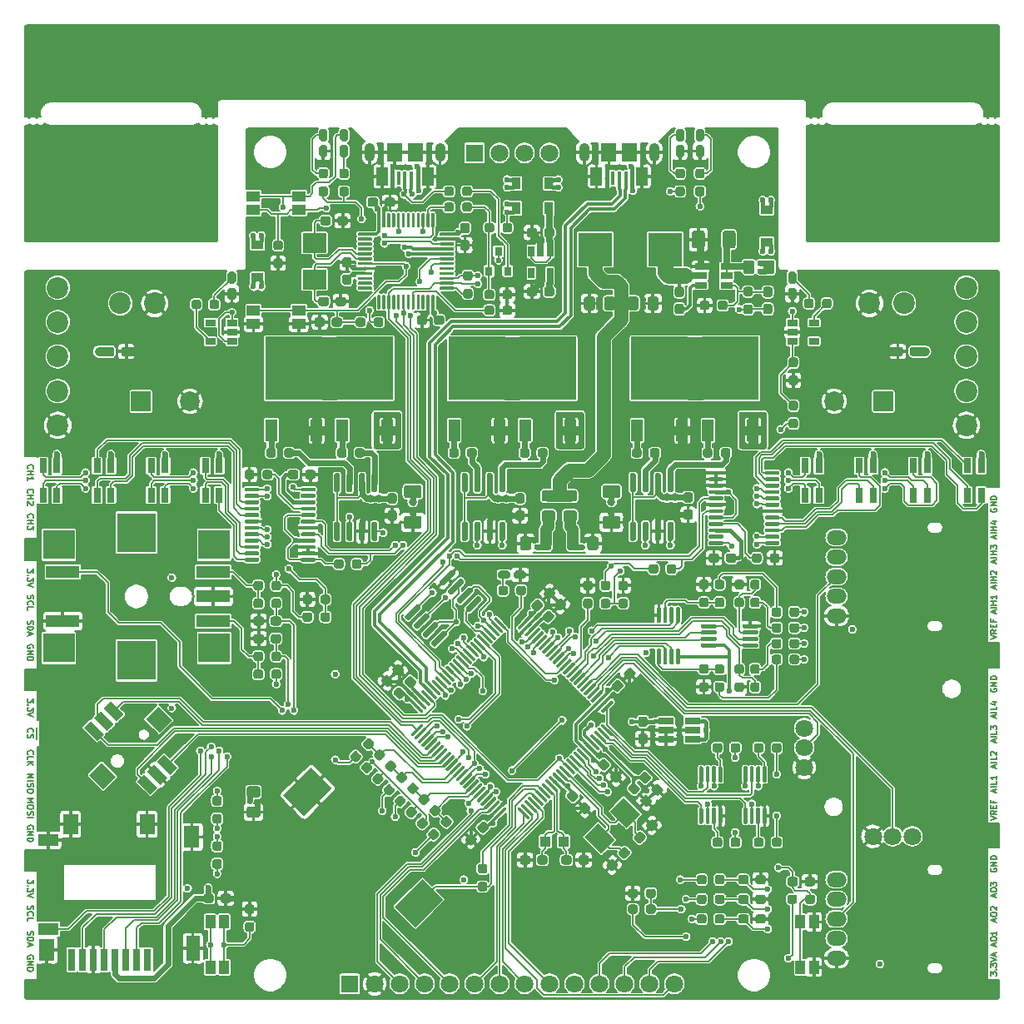
<source format=gbr>
%TF.GenerationSoftware,KiCad,Pcbnew,(5.1.9)-1*%
%TF.CreationDate,2021-05-16T18:27:06+02:00*%
%TF.ProjectId,STM32-Evalboard,53544d33-322d-4457-9661-6c626f617264,rev?*%
%TF.SameCoordinates,Original*%
%TF.FileFunction,Copper,L1,Top*%
%TF.FilePolarity,Positive*%
%FSLAX46Y46*%
G04 Gerber Fmt 4.6, Leading zero omitted, Abs format (unit mm)*
G04 Created by KiCad (PCBNEW (5.1.9)-1) date 2021-05-16 18:27:06*
%MOMM*%
%LPD*%
G01*
G04 APERTURE LIST*
%TA.AperFunction,NonConductor*%
%ADD10C,0.152400*%
%TD*%
%TA.AperFunction,SMDPad,CuDef*%
%ADD11R,1.060000X0.650000*%
%TD*%
%TA.AperFunction,SMDPad,CuDef*%
%ADD12R,0.800000X2.240000*%
%TD*%
%TA.AperFunction,SMDPad,CuDef*%
%ADD13R,1.500000X2.150000*%
%TD*%
%TA.AperFunction,SMDPad,CuDef*%
%ADD14R,1.650000X2.200000*%
%TD*%
%TA.AperFunction,SMDPad,CuDef*%
%ADD15R,1.450000X2.500000*%
%TD*%
%TA.AperFunction,SMDPad,CuDef*%
%ADD16R,2.060000X1.250000*%
%TD*%
%TA.AperFunction,SMDPad,CuDef*%
%ADD17R,2.060000X1.200000*%
%TD*%
%TA.AperFunction,SMDPad,CuDef*%
%ADD18R,0.900000X1.200000*%
%TD*%
%TA.AperFunction,SMDPad,CuDef*%
%ADD19R,1.200000X0.900000*%
%TD*%
%TA.AperFunction,SMDPad,CuDef*%
%ADD20C,0.100000*%
%TD*%
%TA.AperFunction,ComponentPad*%
%ADD21C,1.800000*%
%TD*%
%TA.AperFunction,ComponentPad*%
%ADD22R,1.800000X1.800000*%
%TD*%
%TA.AperFunction,SMDPad,CuDef*%
%ADD23R,1.000000X1.400000*%
%TD*%
%TA.AperFunction,SMDPad,CuDef*%
%ADD24R,1.400000X1.000000*%
%TD*%
%TA.AperFunction,ComponentPad*%
%ADD25C,2.200000*%
%TD*%
%TA.AperFunction,ComponentPad*%
%ADD26C,2.000000*%
%TD*%
%TA.AperFunction,ComponentPad*%
%ADD27R,2.000000X2.000000*%
%TD*%
%TA.AperFunction,SMDPad,CuDef*%
%ADD28R,1.200000X2.200000*%
%TD*%
%TA.AperFunction,SMDPad,CuDef*%
%ADD29R,5.800000X6.400000*%
%TD*%
%TA.AperFunction,SMDPad,CuDef*%
%ADD30R,1.560000X0.650000*%
%TD*%
%TA.AperFunction,SMDPad,CuDef*%
%ADD31R,1.150000X1.850000*%
%TD*%
%TA.AperFunction,SMDPad,CuDef*%
%ADD32R,0.400000X1.400000*%
%TD*%
%TA.AperFunction,SMDPad,CuDef*%
%ADD33R,1.600000X1.900000*%
%TD*%
%TA.AperFunction,ComponentPad*%
%ADD34O,1.050000X1.900000*%
%TD*%
%TA.AperFunction,ComponentPad*%
%ADD35O,2.000000X1.500000*%
%TD*%
%TA.AperFunction,SMDPad,CuDef*%
%ADD36R,3.400000X1.300000*%
%TD*%
%TA.AperFunction,SMDPad,CuDef*%
%ADD37R,4.000000X4.000000*%
%TD*%
%TA.AperFunction,SMDPad,CuDef*%
%ADD38R,3.200000X3.000000*%
%TD*%
%TA.AperFunction,SMDPad,CuDef*%
%ADD39R,0.800000X1.500000*%
%TD*%
%TA.AperFunction,SMDPad,CuDef*%
%ADD40R,2.400000X2.000000*%
%TD*%
%TA.AperFunction,SMDPad,CuDef*%
%ADD41R,0.800000X0.900000*%
%TD*%
%TA.AperFunction,SMDPad,CuDef*%
%ADD42R,1.050000X1.100000*%
%TD*%
%TA.AperFunction,SMDPad,CuDef*%
%ADD43R,3.400000X3.400000*%
%TD*%
%TA.AperFunction,SMDPad,CuDef*%
%ADD44R,1.220000X0.650000*%
%TD*%
%TA.AperFunction,SMDPad,CuDef*%
%ADD45R,0.650000X1.060000*%
%TD*%
%TA.AperFunction,ViaPad*%
%ADD46C,0.600000*%
%TD*%
%TA.AperFunction,ViaPad*%
%ADD47C,0.800000*%
%TD*%
%TA.AperFunction,Conductor*%
%ADD48C,0.300000*%
%TD*%
%TA.AperFunction,Conductor*%
%ADD49C,0.600000*%
%TD*%
%TA.AperFunction,Conductor*%
%ADD50C,0.400000*%
%TD*%
%TA.AperFunction,Conductor*%
%ADD51C,0.650000*%
%TD*%
%TA.AperFunction,Conductor*%
%ADD52C,0.152400*%
%TD*%
%TA.AperFunction,Conductor*%
%ADD53C,0.950000*%
%TD*%
%TA.AperFunction,Conductor*%
%ADD54C,1.150000*%
%TD*%
%TA.AperFunction,Conductor*%
%ADD55C,0.375000*%
%TD*%
%TA.AperFunction,Conductor*%
%ADD56C,1.600000*%
%TD*%
%TA.AperFunction,Conductor*%
%ADD57C,1.400000*%
%TD*%
%TA.AperFunction,Conductor*%
%ADD58C,0.100000*%
%TD*%
%TA.AperFunction,NonConductor*%
%ADD59C,0.100000*%
%TD*%
G04 APERTURE END LIST*
D10*
X110782285Y-80579085D02*
X110753257Y-80550057D01*
X110724228Y-80462971D01*
X110724228Y-80404914D01*
X110753257Y-80317828D01*
X110811314Y-80259771D01*
X110869371Y-80230742D01*
X110985485Y-80201714D01*
X111072571Y-80201714D01*
X111188685Y-80230742D01*
X111246742Y-80259771D01*
X111304800Y-80317828D01*
X111333828Y-80404914D01*
X111333828Y-80462971D01*
X111304800Y-80550057D01*
X111275771Y-80579085D01*
X110724228Y-80840342D02*
X111333828Y-80840342D01*
X111043542Y-80840342D02*
X111043542Y-81188685D01*
X110724228Y-81188685D02*
X111333828Y-81188685D01*
X110724228Y-81798285D02*
X110724228Y-81449942D01*
X110724228Y-81624114D02*
X111333828Y-81624114D01*
X111246742Y-81566057D01*
X111188685Y-81508000D01*
X111159657Y-81449942D01*
X110782285Y-83079085D02*
X110753257Y-83050057D01*
X110724228Y-82962971D01*
X110724228Y-82904914D01*
X110753257Y-82817828D01*
X110811314Y-82759771D01*
X110869371Y-82730742D01*
X110985485Y-82701714D01*
X111072571Y-82701714D01*
X111188685Y-82730742D01*
X111246742Y-82759771D01*
X111304800Y-82817828D01*
X111333828Y-82904914D01*
X111333828Y-82962971D01*
X111304800Y-83050057D01*
X111275771Y-83079085D01*
X110724228Y-83340342D02*
X111333828Y-83340342D01*
X111043542Y-83340342D02*
X111043542Y-83688685D01*
X110724228Y-83688685D02*
X111333828Y-83688685D01*
X111275771Y-83949942D02*
X111304800Y-83978971D01*
X111333828Y-84037028D01*
X111333828Y-84182171D01*
X111304800Y-84240228D01*
X111275771Y-84269257D01*
X111217714Y-84298285D01*
X111159657Y-84298285D01*
X111072571Y-84269257D01*
X110724228Y-83920914D01*
X110724228Y-84298285D01*
X110782285Y-85579085D02*
X110753257Y-85550057D01*
X110724228Y-85462971D01*
X110724228Y-85404914D01*
X110753257Y-85317828D01*
X110811314Y-85259771D01*
X110869371Y-85230742D01*
X110985485Y-85201714D01*
X111072571Y-85201714D01*
X111188685Y-85230742D01*
X111246742Y-85259771D01*
X111304800Y-85317828D01*
X111333828Y-85404914D01*
X111333828Y-85462971D01*
X111304800Y-85550057D01*
X111275771Y-85579085D01*
X110724228Y-85840342D02*
X111333828Y-85840342D01*
X111043542Y-85840342D02*
X111043542Y-86188685D01*
X110724228Y-86188685D02*
X111333828Y-86188685D01*
X111333828Y-86420914D02*
X111333828Y-86798285D01*
X111101600Y-86595085D01*
X111101600Y-86682171D01*
X111072571Y-86740228D01*
X111043542Y-86769257D01*
X110985485Y-86798285D01*
X110840342Y-86798285D01*
X110782285Y-86769257D01*
X110753257Y-86740228D01*
X110724228Y-86682171D01*
X110724228Y-86508000D01*
X110753257Y-86449942D01*
X110782285Y-86420914D01*
X111333828Y-90800114D02*
X111333828Y-91177485D01*
X111101600Y-90974285D01*
X111101600Y-91061371D01*
X111072571Y-91119428D01*
X111043542Y-91148457D01*
X110985485Y-91177485D01*
X110840342Y-91177485D01*
X110782285Y-91148457D01*
X110753257Y-91119428D01*
X110724228Y-91061371D01*
X110724228Y-90887200D01*
X110753257Y-90829142D01*
X110782285Y-90800114D01*
X110782285Y-91438742D02*
X110753257Y-91467771D01*
X110724228Y-91438742D01*
X110753257Y-91409714D01*
X110782285Y-91438742D01*
X110724228Y-91438742D01*
X111333828Y-91670971D02*
X111333828Y-92048342D01*
X111101600Y-91845142D01*
X111101600Y-91932228D01*
X111072571Y-91990285D01*
X111043542Y-92019314D01*
X110985485Y-92048342D01*
X110840342Y-92048342D01*
X110782285Y-92019314D01*
X110753257Y-91990285D01*
X110724228Y-91932228D01*
X110724228Y-91758057D01*
X110753257Y-91700000D01*
X110782285Y-91670971D01*
X111333828Y-92222514D02*
X110724228Y-92425714D01*
X111333828Y-92628914D01*
X110753257Y-93474285D02*
X110724228Y-93561371D01*
X110724228Y-93706514D01*
X110753257Y-93764571D01*
X110782285Y-93793600D01*
X110840342Y-93822628D01*
X110898400Y-93822628D01*
X110956457Y-93793600D01*
X110985485Y-93764571D01*
X111014514Y-93706514D01*
X111043542Y-93590400D01*
X111072571Y-93532342D01*
X111101600Y-93503314D01*
X111159657Y-93474285D01*
X111217714Y-93474285D01*
X111275771Y-93503314D01*
X111304800Y-93532342D01*
X111333828Y-93590400D01*
X111333828Y-93735542D01*
X111304800Y-93822628D01*
X110782285Y-94432228D02*
X110753257Y-94403200D01*
X110724228Y-94316114D01*
X110724228Y-94258057D01*
X110753257Y-94170971D01*
X110811314Y-94112914D01*
X110869371Y-94083885D01*
X110985485Y-94054857D01*
X111072571Y-94054857D01*
X111188685Y-94083885D01*
X111246742Y-94112914D01*
X111304800Y-94170971D01*
X111333828Y-94258057D01*
X111333828Y-94316114D01*
X111304800Y-94403200D01*
X111275771Y-94432228D01*
X110724228Y-94983771D02*
X110724228Y-94693485D01*
X111333828Y-94693485D01*
X110753257Y-96059771D02*
X110724228Y-96146857D01*
X110724228Y-96292000D01*
X110753257Y-96350057D01*
X110782285Y-96379085D01*
X110840342Y-96408114D01*
X110898400Y-96408114D01*
X110956457Y-96379085D01*
X110985485Y-96350057D01*
X111014514Y-96292000D01*
X111043542Y-96175885D01*
X111072571Y-96117828D01*
X111101600Y-96088800D01*
X111159657Y-96059771D01*
X111217714Y-96059771D01*
X111275771Y-96088800D01*
X111304800Y-96117828D01*
X111333828Y-96175885D01*
X111333828Y-96321028D01*
X111304800Y-96408114D01*
X110724228Y-96669371D02*
X111333828Y-96669371D01*
X111333828Y-96814514D01*
X111304800Y-96901600D01*
X111246742Y-96959657D01*
X111188685Y-96988685D01*
X111072571Y-97017714D01*
X110985485Y-97017714D01*
X110869371Y-96988685D01*
X110811314Y-96959657D01*
X110753257Y-96901600D01*
X110724228Y-96814514D01*
X110724228Y-96669371D01*
X110898400Y-97249942D02*
X110898400Y-97540228D01*
X110724228Y-97191885D02*
X111333828Y-97395085D01*
X110724228Y-97598285D01*
X111304800Y-98835542D02*
X111333828Y-98777485D01*
X111333828Y-98690400D01*
X111304800Y-98603314D01*
X111246742Y-98545257D01*
X111188685Y-98516228D01*
X111072571Y-98487200D01*
X110985485Y-98487200D01*
X110869371Y-98516228D01*
X110811314Y-98545257D01*
X110753257Y-98603314D01*
X110724228Y-98690400D01*
X110724228Y-98748457D01*
X110753257Y-98835542D01*
X110782285Y-98864571D01*
X110985485Y-98864571D01*
X110985485Y-98748457D01*
X110724228Y-99125828D02*
X111333828Y-99125828D01*
X110724228Y-99474171D01*
X111333828Y-99474171D01*
X110724228Y-99764457D02*
X111333828Y-99764457D01*
X111333828Y-99909600D01*
X111304800Y-99996685D01*
X111246742Y-100054742D01*
X111188685Y-100083771D01*
X111072571Y-100112800D01*
X110985485Y-100112800D01*
X110869371Y-100083771D01*
X110811314Y-100054742D01*
X110753257Y-99996685D01*
X110724228Y-99909600D01*
X110724228Y-99764457D01*
X111304800Y-130435542D02*
X111333828Y-130377485D01*
X111333828Y-130290400D01*
X111304800Y-130203314D01*
X111246742Y-130145257D01*
X111188685Y-130116228D01*
X111072571Y-130087200D01*
X110985485Y-130087200D01*
X110869371Y-130116228D01*
X110811314Y-130145257D01*
X110753257Y-130203314D01*
X110724228Y-130290400D01*
X110724228Y-130348457D01*
X110753257Y-130435542D01*
X110782285Y-130464571D01*
X110985485Y-130464571D01*
X110985485Y-130348457D01*
X110724228Y-130725828D02*
X111333828Y-130725828D01*
X110724228Y-131074171D01*
X111333828Y-131074171D01*
X110724228Y-131364457D02*
X111333828Y-131364457D01*
X111333828Y-131509600D01*
X111304800Y-131596685D01*
X111246742Y-131654742D01*
X111188685Y-131683771D01*
X111072571Y-131712800D01*
X110985485Y-131712800D01*
X110869371Y-131683771D01*
X110811314Y-131654742D01*
X110753257Y-131596685D01*
X110724228Y-131509600D01*
X110724228Y-131364457D01*
X110753257Y-125074285D02*
X110724228Y-125161371D01*
X110724228Y-125306514D01*
X110753257Y-125364571D01*
X110782285Y-125393600D01*
X110840342Y-125422628D01*
X110898400Y-125422628D01*
X110956457Y-125393600D01*
X110985485Y-125364571D01*
X111014514Y-125306514D01*
X111043542Y-125190400D01*
X111072571Y-125132342D01*
X111101600Y-125103314D01*
X111159657Y-125074285D01*
X111217714Y-125074285D01*
X111275771Y-125103314D01*
X111304800Y-125132342D01*
X111333828Y-125190400D01*
X111333828Y-125335542D01*
X111304800Y-125422628D01*
X110782285Y-126032228D02*
X110753257Y-126003200D01*
X110724228Y-125916114D01*
X110724228Y-125858057D01*
X110753257Y-125770971D01*
X110811314Y-125712914D01*
X110869371Y-125683885D01*
X110985485Y-125654857D01*
X111072571Y-125654857D01*
X111188685Y-125683885D01*
X111246742Y-125712914D01*
X111304800Y-125770971D01*
X111333828Y-125858057D01*
X111333828Y-125916114D01*
X111304800Y-126003200D01*
X111275771Y-126032228D01*
X110724228Y-126583771D02*
X110724228Y-126293485D01*
X111333828Y-126293485D01*
X111333828Y-122400114D02*
X111333828Y-122777485D01*
X111101600Y-122574285D01*
X111101600Y-122661371D01*
X111072571Y-122719428D01*
X111043542Y-122748457D01*
X110985485Y-122777485D01*
X110840342Y-122777485D01*
X110782285Y-122748457D01*
X110753257Y-122719428D01*
X110724228Y-122661371D01*
X110724228Y-122487200D01*
X110753257Y-122429142D01*
X110782285Y-122400114D01*
X110782285Y-123038742D02*
X110753257Y-123067771D01*
X110724228Y-123038742D01*
X110753257Y-123009714D01*
X110782285Y-123038742D01*
X110724228Y-123038742D01*
X111333828Y-123270971D02*
X111333828Y-123648342D01*
X111101600Y-123445142D01*
X111101600Y-123532228D01*
X111072571Y-123590285D01*
X111043542Y-123619314D01*
X110985485Y-123648342D01*
X110840342Y-123648342D01*
X110782285Y-123619314D01*
X110753257Y-123590285D01*
X110724228Y-123532228D01*
X110724228Y-123358057D01*
X110753257Y-123300000D01*
X110782285Y-123270971D01*
X111333828Y-123822514D02*
X110724228Y-124025714D01*
X111333828Y-124228914D01*
X110753257Y-127659771D02*
X110724228Y-127746857D01*
X110724228Y-127892000D01*
X110753257Y-127950057D01*
X110782285Y-127979085D01*
X110840342Y-128008114D01*
X110898400Y-128008114D01*
X110956457Y-127979085D01*
X110985485Y-127950057D01*
X111014514Y-127892000D01*
X111043542Y-127775885D01*
X111072571Y-127717828D01*
X111101600Y-127688800D01*
X111159657Y-127659771D01*
X111217714Y-127659771D01*
X111275771Y-127688800D01*
X111304800Y-127717828D01*
X111333828Y-127775885D01*
X111333828Y-127921028D01*
X111304800Y-128008114D01*
X110724228Y-128269371D02*
X111333828Y-128269371D01*
X111333828Y-128414514D01*
X111304800Y-128501600D01*
X111246742Y-128559657D01*
X111188685Y-128588685D01*
X111072571Y-128617714D01*
X110985485Y-128617714D01*
X110869371Y-128588685D01*
X110811314Y-128559657D01*
X110753257Y-128501600D01*
X110724228Y-128414514D01*
X110724228Y-128269371D01*
X110898400Y-128849942D02*
X110898400Y-129140228D01*
X110724228Y-128791885D02*
X111333828Y-128995085D01*
X110724228Y-129198285D01*
X110782285Y-109637142D02*
X110753257Y-109608114D01*
X110724228Y-109521028D01*
X110724228Y-109462971D01*
X110753257Y-109375885D01*
X110811314Y-109317828D01*
X110869371Y-109288800D01*
X110985485Y-109259771D01*
X111072571Y-109259771D01*
X111188685Y-109288800D01*
X111246742Y-109317828D01*
X111304800Y-109375885D01*
X111333828Y-109462971D01*
X111333828Y-109521028D01*
X111304800Y-109608114D01*
X111275771Y-109637142D01*
X110724228Y-110188685D02*
X110724228Y-109898400D01*
X111333828Y-109898400D01*
X110724228Y-110391885D02*
X111333828Y-110391885D01*
X110724228Y-110740228D02*
X111072571Y-110478971D01*
X111333828Y-110740228D02*
X110985485Y-110391885D01*
X111333828Y-104000114D02*
X111333828Y-104377485D01*
X111101600Y-104174285D01*
X111101600Y-104261371D01*
X111072571Y-104319428D01*
X111043542Y-104348457D01*
X110985485Y-104377485D01*
X110840342Y-104377485D01*
X110782285Y-104348457D01*
X110753257Y-104319428D01*
X110724228Y-104261371D01*
X110724228Y-104087200D01*
X110753257Y-104029142D01*
X110782285Y-104000114D01*
X110782285Y-104638742D02*
X110753257Y-104667771D01*
X110724228Y-104638742D01*
X110753257Y-104609714D01*
X110782285Y-104638742D01*
X110724228Y-104638742D01*
X111333828Y-104870971D02*
X111333828Y-105248342D01*
X111101600Y-105045142D01*
X111101600Y-105132228D01*
X111072571Y-105190285D01*
X111043542Y-105219314D01*
X110985485Y-105248342D01*
X110840342Y-105248342D01*
X110782285Y-105219314D01*
X110753257Y-105190285D01*
X110724228Y-105132228D01*
X110724228Y-104958057D01*
X110753257Y-104900000D01*
X110782285Y-104870971D01*
X111333828Y-105422514D02*
X110724228Y-105625714D01*
X111333828Y-105828914D01*
X111304800Y-117235542D02*
X111333828Y-117177485D01*
X111333828Y-117090400D01*
X111304800Y-117003314D01*
X111246742Y-116945257D01*
X111188685Y-116916228D01*
X111072571Y-116887200D01*
X110985485Y-116887200D01*
X110869371Y-116916228D01*
X110811314Y-116945257D01*
X110753257Y-117003314D01*
X110724228Y-117090400D01*
X110724228Y-117148457D01*
X110753257Y-117235542D01*
X110782285Y-117264571D01*
X110985485Y-117264571D01*
X110985485Y-117148457D01*
X110724228Y-117525828D02*
X111333828Y-117525828D01*
X110724228Y-117874171D01*
X111333828Y-117874171D01*
X110724228Y-118164457D02*
X111333828Y-118164457D01*
X111333828Y-118309600D01*
X111304800Y-118396685D01*
X111246742Y-118454742D01*
X111188685Y-118483771D01*
X111072571Y-118512800D01*
X110985485Y-118512800D01*
X110869371Y-118483771D01*
X110811314Y-118454742D01*
X110753257Y-118396685D01*
X110724228Y-118309600D01*
X110724228Y-118164457D01*
X111637032Y-106904914D02*
X111637032Y-107514514D01*
X110782285Y-107398400D02*
X110753257Y-107369371D01*
X110724228Y-107282285D01*
X110724228Y-107224228D01*
X110753257Y-107137142D01*
X110811314Y-107079085D01*
X110869371Y-107050057D01*
X110985485Y-107021028D01*
X111072571Y-107021028D01*
X111188685Y-107050057D01*
X111246742Y-107079085D01*
X111304800Y-107137142D01*
X111333828Y-107224228D01*
X111333828Y-107282285D01*
X111304800Y-107369371D01*
X111275771Y-107398400D01*
X111637032Y-107514514D02*
X111637032Y-108095085D01*
X110753257Y-107630628D02*
X110724228Y-107717714D01*
X110724228Y-107862857D01*
X110753257Y-107920914D01*
X110782285Y-107949942D01*
X110840342Y-107978971D01*
X110898400Y-107978971D01*
X110956457Y-107949942D01*
X110985485Y-107920914D01*
X111014514Y-107862857D01*
X111043542Y-107746742D01*
X111072571Y-107688685D01*
X111101600Y-107659657D01*
X111159657Y-107630628D01*
X111217714Y-107630628D01*
X111275771Y-107659657D01*
X111304800Y-107688685D01*
X111333828Y-107746742D01*
X111333828Y-107891885D01*
X111304800Y-107978971D01*
X110724228Y-111642057D02*
X111333828Y-111642057D01*
X110898400Y-111845257D01*
X111333828Y-112048457D01*
X110724228Y-112048457D01*
X110724228Y-112338742D02*
X111333828Y-112338742D01*
X110753257Y-112600000D02*
X110724228Y-112687085D01*
X110724228Y-112832228D01*
X110753257Y-112890285D01*
X110782285Y-112919314D01*
X110840342Y-112948342D01*
X110898400Y-112948342D01*
X110956457Y-112919314D01*
X110985485Y-112890285D01*
X111014514Y-112832228D01*
X111043542Y-112716114D01*
X111072571Y-112658057D01*
X111101600Y-112629028D01*
X111159657Y-112600000D01*
X111217714Y-112600000D01*
X111275771Y-112629028D01*
X111304800Y-112658057D01*
X111333828Y-112716114D01*
X111333828Y-112861257D01*
X111304800Y-112948342D01*
X111333828Y-113325714D02*
X111333828Y-113441828D01*
X111304800Y-113499885D01*
X111246742Y-113557942D01*
X111130628Y-113586971D01*
X110927428Y-113586971D01*
X110811314Y-113557942D01*
X110753257Y-113499885D01*
X110724228Y-113441828D01*
X110724228Y-113325714D01*
X110753257Y-113267657D01*
X110811314Y-113209600D01*
X110927428Y-113180571D01*
X111130628Y-113180571D01*
X111246742Y-113209600D01*
X111304800Y-113267657D01*
X111333828Y-113325714D01*
X110724228Y-114142057D02*
X111333828Y-114142057D01*
X110898400Y-114345257D01*
X111333828Y-114548457D01*
X110724228Y-114548457D01*
X111333828Y-114954857D02*
X111333828Y-115070971D01*
X111304800Y-115129028D01*
X111246742Y-115187085D01*
X111130628Y-115216114D01*
X110927428Y-115216114D01*
X110811314Y-115187085D01*
X110753257Y-115129028D01*
X110724228Y-115070971D01*
X110724228Y-114954857D01*
X110753257Y-114896800D01*
X110811314Y-114838742D01*
X110927428Y-114809714D01*
X111130628Y-114809714D01*
X111246742Y-114838742D01*
X111304800Y-114896800D01*
X111333828Y-114954857D01*
X110753257Y-115448342D02*
X110724228Y-115535428D01*
X110724228Y-115680571D01*
X110753257Y-115738628D01*
X110782285Y-115767657D01*
X110840342Y-115796685D01*
X110898400Y-115796685D01*
X110956457Y-115767657D01*
X110985485Y-115738628D01*
X111014514Y-115680571D01*
X111043542Y-115564457D01*
X111072571Y-115506400D01*
X111101600Y-115477371D01*
X111159657Y-115448342D01*
X111217714Y-115448342D01*
X111275771Y-115477371D01*
X111304800Y-115506400D01*
X111333828Y-115564457D01*
X111333828Y-115709600D01*
X111304800Y-115796685D01*
X110724228Y-116057942D02*
X111333828Y-116057942D01*
X209101600Y-129154742D02*
X209101600Y-128864457D01*
X209275771Y-129212800D02*
X208666171Y-129009600D01*
X209275771Y-128806400D01*
X208666171Y-128487085D02*
X208666171Y-128370971D01*
X208695200Y-128312914D01*
X208753257Y-128254857D01*
X208869371Y-128225828D01*
X209072571Y-128225828D01*
X209188685Y-128254857D01*
X209246742Y-128312914D01*
X209275771Y-128370971D01*
X209275771Y-128487085D01*
X209246742Y-128545142D01*
X209188685Y-128603200D01*
X209072571Y-128632228D01*
X208869371Y-128632228D01*
X208753257Y-128603200D01*
X208695200Y-128545142D01*
X208666171Y-128487085D01*
X209275771Y-127645257D02*
X209275771Y-127993600D01*
X209275771Y-127819428D02*
X208666171Y-127819428D01*
X208753257Y-127877485D01*
X208811314Y-127935542D01*
X208840342Y-127993600D01*
X209101600Y-126654742D02*
X209101600Y-126364457D01*
X209275771Y-126712800D02*
X208666171Y-126509600D01*
X209275771Y-126306400D01*
X208666171Y-125987085D02*
X208666171Y-125870971D01*
X208695200Y-125812914D01*
X208753257Y-125754857D01*
X208869371Y-125725828D01*
X209072571Y-125725828D01*
X209188685Y-125754857D01*
X209246742Y-125812914D01*
X209275771Y-125870971D01*
X209275771Y-125987085D01*
X209246742Y-126045142D01*
X209188685Y-126103200D01*
X209072571Y-126132228D01*
X208869371Y-126132228D01*
X208753257Y-126103200D01*
X208695200Y-126045142D01*
X208666171Y-125987085D01*
X208724228Y-125493600D02*
X208695200Y-125464571D01*
X208666171Y-125406514D01*
X208666171Y-125261371D01*
X208695200Y-125203314D01*
X208724228Y-125174285D01*
X208782285Y-125145257D01*
X208840342Y-125145257D01*
X208927428Y-125174285D01*
X209275771Y-125522628D01*
X209275771Y-125145257D01*
X208695200Y-121264457D02*
X208666171Y-121322514D01*
X208666171Y-121409600D01*
X208695200Y-121496685D01*
X208753257Y-121554742D01*
X208811314Y-121583771D01*
X208927428Y-121612800D01*
X209014514Y-121612800D01*
X209130628Y-121583771D01*
X209188685Y-121554742D01*
X209246742Y-121496685D01*
X209275771Y-121409600D01*
X209275771Y-121351542D01*
X209246742Y-121264457D01*
X209217714Y-121235428D01*
X209014514Y-121235428D01*
X209014514Y-121351542D01*
X209275771Y-120974171D02*
X208666171Y-120974171D01*
X209275771Y-120625828D01*
X208666171Y-120625828D01*
X209275771Y-120335542D02*
X208666171Y-120335542D01*
X208666171Y-120190400D01*
X208695200Y-120103314D01*
X208753257Y-120045257D01*
X208811314Y-120016228D01*
X208927428Y-119987200D01*
X209014514Y-119987200D01*
X209130628Y-120016228D01*
X209188685Y-120045257D01*
X209246742Y-120103314D01*
X209275771Y-120190400D01*
X209275771Y-120335542D01*
X209101600Y-124154742D02*
X209101600Y-123864457D01*
X209275771Y-124212800D02*
X208666171Y-124009600D01*
X209275771Y-123806400D01*
X208666171Y-123487085D02*
X208666171Y-123370971D01*
X208695200Y-123312914D01*
X208753257Y-123254857D01*
X208869371Y-123225828D01*
X209072571Y-123225828D01*
X209188685Y-123254857D01*
X209246742Y-123312914D01*
X209275771Y-123370971D01*
X209275771Y-123487085D01*
X209246742Y-123545142D01*
X209188685Y-123603200D01*
X209072571Y-123632228D01*
X208869371Y-123632228D01*
X208753257Y-123603200D01*
X208695200Y-123545142D01*
X208666171Y-123487085D01*
X208666171Y-123022628D02*
X208666171Y-122645257D01*
X208898400Y-122848457D01*
X208898400Y-122761371D01*
X208927428Y-122703314D01*
X208956457Y-122674285D01*
X209014514Y-122645257D01*
X209159657Y-122645257D01*
X209217714Y-122674285D01*
X209246742Y-122703314D01*
X209275771Y-122761371D01*
X209275771Y-122935542D01*
X209246742Y-122993600D01*
X209217714Y-123022628D01*
X208666171Y-132161142D02*
X208666171Y-131783771D01*
X208898400Y-131986971D01*
X208898400Y-131899885D01*
X208927428Y-131841828D01*
X208956457Y-131812800D01*
X209014514Y-131783771D01*
X209159657Y-131783771D01*
X209217714Y-131812800D01*
X209246742Y-131841828D01*
X209275771Y-131899885D01*
X209275771Y-132074057D01*
X209246742Y-132132114D01*
X209217714Y-132161142D01*
X209217714Y-131522514D02*
X209246742Y-131493485D01*
X209275771Y-131522514D01*
X209246742Y-131551542D01*
X209217714Y-131522514D01*
X209275771Y-131522514D01*
X208666171Y-131290285D02*
X208666171Y-130912914D01*
X208898400Y-131116114D01*
X208898400Y-131029028D01*
X208927428Y-130970971D01*
X208956457Y-130941942D01*
X209014514Y-130912914D01*
X209159657Y-130912914D01*
X209217714Y-130941942D01*
X209246742Y-130970971D01*
X209275771Y-131029028D01*
X209275771Y-131203200D01*
X209246742Y-131261257D01*
X209217714Y-131290285D01*
X208666171Y-130738742D02*
X209275771Y-130535542D01*
X208666171Y-130332342D01*
X209101600Y-130158171D02*
X209101600Y-129867885D01*
X209275771Y-130216228D02*
X208666171Y-130013028D01*
X209275771Y-129809828D01*
X209101600Y-90199885D02*
X209101600Y-89909600D01*
X209275771Y-90257942D02*
X208666171Y-90054742D01*
X209275771Y-89851542D01*
X209275771Y-89648342D02*
X208666171Y-89648342D01*
X209275771Y-89358057D02*
X208666171Y-89358057D01*
X208956457Y-89358057D02*
X208956457Y-89009714D01*
X209275771Y-89009714D02*
X208666171Y-89009714D01*
X208666171Y-88777485D02*
X208666171Y-88400114D01*
X208898400Y-88603314D01*
X208898400Y-88516228D01*
X208927428Y-88458171D01*
X208956457Y-88429142D01*
X209014514Y-88400114D01*
X209159657Y-88400114D01*
X209217714Y-88429142D01*
X209246742Y-88458171D01*
X209275771Y-88516228D01*
X209275771Y-88690400D01*
X209246742Y-88748457D01*
X209217714Y-88777485D01*
X209101600Y-95299885D02*
X209101600Y-95009600D01*
X209275771Y-95357942D02*
X208666171Y-95154742D01*
X209275771Y-94951542D01*
X209275771Y-94748342D02*
X208666171Y-94748342D01*
X209275771Y-94458057D02*
X208666171Y-94458057D01*
X208956457Y-94458057D02*
X208956457Y-94109714D01*
X209275771Y-94109714D02*
X208666171Y-94109714D01*
X209275771Y-93500114D02*
X209275771Y-93848457D01*
X209275771Y-93674285D02*
X208666171Y-93674285D01*
X208753257Y-93732342D01*
X208811314Y-93790400D01*
X208840342Y-93848457D01*
X209101600Y-92799885D02*
X209101600Y-92509600D01*
X209275771Y-92857942D02*
X208666171Y-92654742D01*
X209275771Y-92451542D01*
X209275771Y-92248342D02*
X208666171Y-92248342D01*
X209275771Y-91958057D02*
X208666171Y-91958057D01*
X208956457Y-91958057D02*
X208956457Y-91609714D01*
X209275771Y-91609714D02*
X208666171Y-91609714D01*
X208724228Y-91348457D02*
X208695200Y-91319428D01*
X208666171Y-91261371D01*
X208666171Y-91116228D01*
X208695200Y-91058171D01*
X208724228Y-91029142D01*
X208782285Y-91000114D01*
X208840342Y-91000114D01*
X208927428Y-91029142D01*
X209275771Y-91377485D01*
X209275771Y-91000114D01*
X209101600Y-87699885D02*
X209101600Y-87409600D01*
X209275771Y-87757942D02*
X208666171Y-87554742D01*
X209275771Y-87351542D01*
X209275771Y-87148342D02*
X208666171Y-87148342D01*
X209275771Y-86858057D02*
X208666171Y-86858057D01*
X208956457Y-86858057D02*
X208956457Y-86509714D01*
X209275771Y-86509714D02*
X208666171Y-86509714D01*
X208869371Y-85958171D02*
X209275771Y-85958171D01*
X208637142Y-86103314D02*
X209072571Y-86248457D01*
X209072571Y-85871085D01*
X208666171Y-97945028D02*
X209275771Y-97741828D01*
X208666171Y-97538628D01*
X209275771Y-96987085D02*
X208985485Y-97190285D01*
X209275771Y-97335428D02*
X208666171Y-97335428D01*
X208666171Y-97103200D01*
X208695200Y-97045142D01*
X208724228Y-97016114D01*
X208782285Y-96987085D01*
X208869371Y-96987085D01*
X208927428Y-97016114D01*
X208956457Y-97045142D01*
X208985485Y-97103200D01*
X208985485Y-97335428D01*
X208956457Y-96725828D02*
X208956457Y-96522628D01*
X209275771Y-96435542D02*
X209275771Y-96725828D01*
X208666171Y-96725828D01*
X208666171Y-96435542D01*
X208956457Y-95971085D02*
X208956457Y-96174285D01*
X209275771Y-96174285D02*
X208666171Y-96174285D01*
X208666171Y-95884000D01*
X208695200Y-84664457D02*
X208666171Y-84722514D01*
X208666171Y-84809600D01*
X208695200Y-84896685D01*
X208753257Y-84954742D01*
X208811314Y-84983771D01*
X208927428Y-85012800D01*
X209014514Y-85012800D01*
X209130628Y-84983771D01*
X209188685Y-84954742D01*
X209246742Y-84896685D01*
X209275771Y-84809600D01*
X209275771Y-84751542D01*
X209246742Y-84664457D01*
X209217714Y-84635428D01*
X209014514Y-84635428D01*
X209014514Y-84751542D01*
X209275771Y-84374171D02*
X208666171Y-84374171D01*
X209275771Y-84025828D01*
X208666171Y-84025828D01*
X209275771Y-83735542D02*
X208666171Y-83735542D01*
X208666171Y-83590400D01*
X208695200Y-83503314D01*
X208753257Y-83445257D01*
X208811314Y-83416228D01*
X208927428Y-83387200D01*
X209014514Y-83387200D01*
X209130628Y-83416228D01*
X209188685Y-83445257D01*
X209246742Y-83503314D01*
X209275771Y-83590400D01*
X209275771Y-83735542D01*
X208695200Y-102964457D02*
X208666171Y-103022514D01*
X208666171Y-103109600D01*
X208695200Y-103196685D01*
X208753257Y-103254742D01*
X208811314Y-103283771D01*
X208927428Y-103312800D01*
X209014514Y-103312800D01*
X209130628Y-103283771D01*
X209188685Y-103254742D01*
X209246742Y-103196685D01*
X209275771Y-103109600D01*
X209275771Y-103051542D01*
X209246742Y-102964457D01*
X209217714Y-102935428D01*
X209014514Y-102935428D01*
X209014514Y-103051542D01*
X209275771Y-102674171D02*
X208666171Y-102674171D01*
X209275771Y-102325828D01*
X208666171Y-102325828D01*
X209275771Y-102035542D02*
X208666171Y-102035542D01*
X208666171Y-101890400D01*
X208695200Y-101803314D01*
X208753257Y-101745257D01*
X208811314Y-101716228D01*
X208927428Y-101687200D01*
X209014514Y-101687200D01*
X209130628Y-101716228D01*
X209188685Y-101745257D01*
X209246742Y-101803314D01*
X209275771Y-101890400D01*
X209275771Y-102035542D01*
X209101600Y-105927314D02*
X209101600Y-105637028D01*
X209275771Y-105985371D02*
X208666171Y-105782171D01*
X209275771Y-105578971D01*
X209275771Y-105375771D02*
X208666171Y-105375771D01*
X209275771Y-104795200D02*
X209275771Y-105085485D01*
X208666171Y-105085485D01*
X208869371Y-104330742D02*
X209275771Y-104330742D01*
X208637142Y-104475885D02*
X209072571Y-104621028D01*
X209072571Y-104243657D01*
X209101600Y-108427314D02*
X209101600Y-108137028D01*
X209275771Y-108485371D02*
X208666171Y-108282171D01*
X209275771Y-108078971D01*
X209275771Y-107875771D02*
X208666171Y-107875771D01*
X209275771Y-107295200D02*
X209275771Y-107585485D01*
X208666171Y-107585485D01*
X208666171Y-107150057D02*
X208666171Y-106772685D01*
X208898400Y-106975885D01*
X208898400Y-106888800D01*
X208927428Y-106830742D01*
X208956457Y-106801714D01*
X209014514Y-106772685D01*
X209159657Y-106772685D01*
X209217714Y-106801714D01*
X209246742Y-106830742D01*
X209275771Y-106888800D01*
X209275771Y-107062971D01*
X209246742Y-107121028D01*
X209217714Y-107150057D01*
X209101600Y-111027314D02*
X209101600Y-110737028D01*
X209275771Y-111085371D02*
X208666171Y-110882171D01*
X209275771Y-110678971D01*
X209275771Y-110475771D02*
X208666171Y-110475771D01*
X209275771Y-109895200D02*
X209275771Y-110185485D01*
X208666171Y-110185485D01*
X208724228Y-109721028D02*
X208695200Y-109692000D01*
X208666171Y-109633942D01*
X208666171Y-109488800D01*
X208695200Y-109430742D01*
X208724228Y-109401714D01*
X208782285Y-109372685D01*
X208840342Y-109372685D01*
X208927428Y-109401714D01*
X209275771Y-109750057D01*
X209275771Y-109372685D01*
X209101600Y-113527314D02*
X209101600Y-113237028D01*
X209275771Y-113585371D02*
X208666171Y-113382171D01*
X209275771Y-113178971D01*
X209275771Y-112975771D02*
X208666171Y-112975771D01*
X209275771Y-112395200D02*
X209275771Y-112685485D01*
X208666171Y-112685485D01*
X209275771Y-111872685D02*
X209275771Y-112221028D01*
X209275771Y-112046857D02*
X208666171Y-112046857D01*
X208753257Y-112104914D01*
X208811314Y-112162971D01*
X208840342Y-112221028D01*
X208666171Y-116345028D02*
X209275771Y-116141828D01*
X208666171Y-115938628D01*
X209275771Y-115387085D02*
X208985485Y-115590285D01*
X209275771Y-115735428D02*
X208666171Y-115735428D01*
X208666171Y-115503200D01*
X208695200Y-115445142D01*
X208724228Y-115416114D01*
X208782285Y-115387085D01*
X208869371Y-115387085D01*
X208927428Y-115416114D01*
X208956457Y-115445142D01*
X208985485Y-115503200D01*
X208985485Y-115735428D01*
X208956457Y-115125828D02*
X208956457Y-114922628D01*
X209275771Y-114835542D02*
X209275771Y-115125828D01*
X208666171Y-115125828D01*
X208666171Y-114835542D01*
X208956457Y-114371085D02*
X208956457Y-114574285D01*
X209275771Y-114574285D02*
X208666171Y-114574285D01*
X208666171Y-114284000D01*
D11*
%TO.P,U306,5*%
%TO.N,Net-(R313-Pad1)*%
X129300000Y-67650000D03*
%TO.P,U306,4*%
%TO.N,N/C*%
X129300000Y-65750000D03*
%TO.P,U306,3*%
%TO.N,+VDC*%
X131500000Y-65750000D03*
%TO.P,U306,2*%
%TO.N,GND*%
X131500000Y-66700000D03*
%TO.P,U306,1*%
%TO.N,+VDC*%
X131500000Y-67650000D03*
%TD*%
%TO.P,U305,5*%
%TO.N,Net-(R312-Pad1)*%
X190700000Y-65750000D03*
%TO.P,U305,4*%
%TO.N,N/C*%
X190700000Y-67650000D03*
%TO.P,U305,3*%
%TO.N,Net-(D304-Pad2)*%
X188500000Y-67650000D03*
%TO.P,U305,2*%
%TO.N,GND*%
X188500000Y-66700000D03*
%TO.P,U305,1*%
%TO.N,+VDC*%
X188500000Y-65750000D03*
%TD*%
%TO.P,R313,2*%
%TO.N,Net-(D306-Pad2)*%
%TA.AperFunction,SMDPad,CuDef*%
G36*
G01*
X129225000Y-64137500D02*
X129225000Y-63662500D01*
G75*
G02*
X129462500Y-63425000I237500J0D01*
G01*
X129962500Y-63425000D01*
G75*
G02*
X130200000Y-63662500I0J-237500D01*
G01*
X130200000Y-64137500D01*
G75*
G02*
X129962500Y-64375000I-237500J0D01*
G01*
X129462500Y-64375000D01*
G75*
G02*
X129225000Y-64137500I0J237500D01*
G01*
G37*
%TD.AperFunction*%
%TO.P,R313,1*%
%TO.N,Net-(R313-Pad1)*%
%TA.AperFunction,SMDPad,CuDef*%
G36*
G01*
X127400000Y-64137500D02*
X127400000Y-63662500D01*
G75*
G02*
X127637500Y-63425000I237500J0D01*
G01*
X128137500Y-63425000D01*
G75*
G02*
X128375000Y-63662500I0J-237500D01*
G01*
X128375000Y-64137500D01*
G75*
G02*
X128137500Y-64375000I-237500J0D01*
G01*
X127637500Y-64375000D01*
G75*
G02*
X127400000Y-64137500I0J237500D01*
G01*
G37*
%TD.AperFunction*%
%TD*%
%TO.P,R312,2*%
%TO.N,Net-(D305-Pad2)*%
%TA.AperFunction,SMDPad,CuDef*%
G36*
G01*
X190675000Y-63562500D02*
X190675000Y-64037500D01*
G75*
G02*
X190437500Y-64275000I-237500J0D01*
G01*
X189937500Y-64275000D01*
G75*
G02*
X189700000Y-64037500I0J237500D01*
G01*
X189700000Y-63562500D01*
G75*
G02*
X189937500Y-63325000I237500J0D01*
G01*
X190437500Y-63325000D01*
G75*
G02*
X190675000Y-63562500I0J-237500D01*
G01*
G37*
%TD.AperFunction*%
%TO.P,R312,1*%
%TO.N,Net-(R312-Pad1)*%
%TA.AperFunction,SMDPad,CuDef*%
G36*
G01*
X192500000Y-63562500D02*
X192500000Y-64037500D01*
G75*
G02*
X192262500Y-64275000I-237500J0D01*
G01*
X191762500Y-64275000D01*
G75*
G02*
X191525000Y-64037500I0J237500D01*
G01*
X191525000Y-63562500D01*
G75*
G02*
X191762500Y-63325000I237500J0D01*
G01*
X192262500Y-63325000D01*
G75*
G02*
X192500000Y-63562500I0J-237500D01*
G01*
G37*
%TD.AperFunction*%
%TD*%
%TO.P,R311,2*%
%TO.N,GND*%
%TA.AperFunction,SMDPad,CuDef*%
G36*
G01*
X188362500Y-71125000D02*
X188837500Y-71125000D01*
G75*
G02*
X189075000Y-71362500I0J-237500D01*
G01*
X189075000Y-71862500D01*
G75*
G02*
X188837500Y-72100000I-237500J0D01*
G01*
X188362500Y-72100000D01*
G75*
G02*
X188125000Y-71862500I0J237500D01*
G01*
X188125000Y-71362500D01*
G75*
G02*
X188362500Y-71125000I237500J0D01*
G01*
G37*
%TD.AperFunction*%
%TO.P,R311,1*%
%TO.N,Net-(D304-Pad2)*%
%TA.AperFunction,SMDPad,CuDef*%
G36*
G01*
X188362500Y-69300000D02*
X188837500Y-69300000D01*
G75*
G02*
X189075000Y-69537500I0J-237500D01*
G01*
X189075000Y-70037500D01*
G75*
G02*
X188837500Y-70275000I-237500J0D01*
G01*
X188362500Y-70275000D01*
G75*
G02*
X188125000Y-70037500I0J237500D01*
G01*
X188125000Y-69537500D01*
G75*
G02*
X188362500Y-69300000I237500J0D01*
G01*
G37*
%TD.AperFunction*%
%TD*%
%TO.P,D306,2*%
%TO.N,Net-(D306-Pad2)*%
%TA.AperFunction,SMDPad,CuDef*%
G36*
G01*
X131712500Y-61800000D02*
X131287500Y-61800000D01*
G75*
G02*
X131075000Y-61587500I0J212500D01*
G01*
X131075000Y-60787500D01*
G75*
G02*
X131287500Y-60575000I212500J0D01*
G01*
X131712500Y-60575000D01*
G75*
G02*
X131925000Y-60787500I0J-212500D01*
G01*
X131925000Y-61587500D01*
G75*
G02*
X131712500Y-61800000I-212500J0D01*
G01*
G37*
%TD.AperFunction*%
%TO.P,D306,1*%
%TO.N,GND*%
%TA.AperFunction,SMDPad,CuDef*%
G36*
G01*
X131712500Y-63425000D02*
X131287500Y-63425000D01*
G75*
G02*
X131075000Y-63212500I0J212500D01*
G01*
X131075000Y-62412500D01*
G75*
G02*
X131287500Y-62200000I212500J0D01*
G01*
X131712500Y-62200000D01*
G75*
G02*
X131925000Y-62412500I0J-212500D01*
G01*
X131925000Y-63212500D01*
G75*
G02*
X131712500Y-63425000I-212500J0D01*
G01*
G37*
%TD.AperFunction*%
%TD*%
%TO.P,D305,2*%
%TO.N,Net-(D305-Pad2)*%
%TA.AperFunction,SMDPad,CuDef*%
G36*
G01*
X188712500Y-61800000D02*
X188287500Y-61800000D01*
G75*
G02*
X188075000Y-61587500I0J212500D01*
G01*
X188075000Y-60787500D01*
G75*
G02*
X188287500Y-60575000I212500J0D01*
G01*
X188712500Y-60575000D01*
G75*
G02*
X188925000Y-60787500I0J-212500D01*
G01*
X188925000Y-61587500D01*
G75*
G02*
X188712500Y-61800000I-212500J0D01*
G01*
G37*
%TD.AperFunction*%
%TO.P,D305,1*%
%TO.N,GND*%
%TA.AperFunction,SMDPad,CuDef*%
G36*
G01*
X188712500Y-63425000D02*
X188287500Y-63425000D01*
G75*
G02*
X188075000Y-63212500I0J212500D01*
G01*
X188075000Y-62412500D01*
G75*
G02*
X188287500Y-62200000I212500J0D01*
G01*
X188712500Y-62200000D01*
G75*
G02*
X188925000Y-62412500I0J-212500D01*
G01*
X188925000Y-63212500D01*
G75*
G02*
X188712500Y-63425000I-212500J0D01*
G01*
G37*
%TD.AperFunction*%
%TD*%
%TO.P,D304,2*%
%TO.N,Net-(D304-Pad2)*%
%TA.AperFunction,SMDPad,CuDef*%
G36*
G01*
X188837500Y-74675000D02*
X188362500Y-74675000D01*
G75*
G02*
X188125000Y-74437500I0J237500D01*
G01*
X188125000Y-73937500D01*
G75*
G02*
X188362500Y-73700000I237500J0D01*
G01*
X188837500Y-73700000D01*
G75*
G02*
X189075000Y-73937500I0J-237500D01*
G01*
X189075000Y-74437500D01*
G75*
G02*
X188837500Y-74675000I-237500J0D01*
G01*
G37*
%TD.AperFunction*%
%TO.P,D304,1*%
%TO.N,+VDC*%
%TA.AperFunction,SMDPad,CuDef*%
G36*
G01*
X188837500Y-76500000D02*
X188362500Y-76500000D01*
G75*
G02*
X188125000Y-76262500I0J237500D01*
G01*
X188125000Y-75762500D01*
G75*
G02*
X188362500Y-75525000I237500J0D01*
G01*
X188837500Y-75525000D01*
G75*
G02*
X189075000Y-75762500I0J-237500D01*
G01*
X189075000Y-76262500D01*
G75*
G02*
X188837500Y-76500000I-237500J0D01*
G01*
G37*
%TD.AperFunction*%
%TD*%
D12*
%TO.P,J403,8*%
%TO.N,N/C*%
X115230000Y-130530000D03*
%TO.P,J403,7*%
%TO.N,/Microcontroller/SD_MISO*%
X116330000Y-130530000D03*
%TO.P,J403,6*%
%TO.N,GND*%
X117430000Y-130530000D03*
%TO.P,J403,5*%
%TO.N,/Microcontroller/SD_CLK*%
X118530000Y-130530000D03*
%TO.P,J403,4*%
%TO.N,+3V3*%
X119630000Y-130530000D03*
%TO.P,J403,3*%
%TO.N,/Microcontroller/SD_MOSI*%
X120730000Y-130530000D03*
%TO.P,J403,2*%
%TO.N,/Microcontroller/SD_~CS*%
X121830000Y-130530000D03*
%TO.P,J403,1*%
%TO.N,N/C*%
X122930000Y-130530000D03*
D13*
%TO.P,J403,11*%
%TO.N,GND*%
X115090000Y-116775000D03*
X122870000Y-116775000D03*
D14*
X127425000Y-118070000D03*
X112635000Y-129550000D03*
D15*
X127525000Y-129400000D03*
D16*
%TO.P,J403,9*%
%TO.N,/Microcontroller/SD_DET*%
X112840000Y-127400000D03*
D17*
%TO.P,J403,10*%
%TO.N,GND*%
X112840000Y-118400000D03*
%TD*%
%TO.P,U404,8*%
%TO.N,+3V0*%
%TA.AperFunction,SMDPad,CuDef*%
G36*
G01*
X180800000Y-98475000D02*
X180800000Y-98675000D01*
G75*
G02*
X180700000Y-98775000I-100000J0D01*
G01*
X179275000Y-98775000D01*
G75*
G02*
X179175000Y-98675000I0J100000D01*
G01*
X179175000Y-98475000D01*
G75*
G02*
X179275000Y-98375000I100000J0D01*
G01*
X180700000Y-98375000D01*
G75*
G02*
X180800000Y-98475000I0J-100000D01*
G01*
G37*
%TD.AperFunction*%
%TO.P,U404,7*%
%TO.N,/Microcontroller/AIN_H2*%
%TA.AperFunction,SMDPad,CuDef*%
G36*
G01*
X180800000Y-97825000D02*
X180800000Y-98025000D01*
G75*
G02*
X180700000Y-98125000I-100000J0D01*
G01*
X179275000Y-98125000D01*
G75*
G02*
X179175000Y-98025000I0J100000D01*
G01*
X179175000Y-97825000D01*
G75*
G02*
X179275000Y-97725000I100000J0D01*
G01*
X180700000Y-97725000D01*
G75*
G02*
X180800000Y-97825000I0J-100000D01*
G01*
G37*
%TD.AperFunction*%
%TO.P,U404,6*%
%TO.N,/Microcontroller/GSEL_H2*%
%TA.AperFunction,SMDPad,CuDef*%
G36*
G01*
X180800000Y-97175000D02*
X180800000Y-97375000D01*
G75*
G02*
X180700000Y-97475000I-100000J0D01*
G01*
X179275000Y-97475000D01*
G75*
G02*
X179175000Y-97375000I0J100000D01*
G01*
X179175000Y-97175000D01*
G75*
G02*
X179275000Y-97075000I100000J0D01*
G01*
X180700000Y-97075000D01*
G75*
G02*
X180800000Y-97175000I0J-100000D01*
G01*
G37*
%TD.AperFunction*%
%TO.P,U404,5*%
%TO.N,Net-(R411-Pad2)*%
%TA.AperFunction,SMDPad,CuDef*%
G36*
G01*
X180800000Y-96525000D02*
X180800000Y-96725000D01*
G75*
G02*
X180700000Y-96825000I-100000J0D01*
G01*
X179275000Y-96825000D01*
G75*
G02*
X179175000Y-96725000I0J100000D01*
G01*
X179175000Y-96525000D01*
G75*
G02*
X179275000Y-96425000I100000J0D01*
G01*
X180700000Y-96425000D01*
G75*
G02*
X180800000Y-96525000I0J-100000D01*
G01*
G37*
%TD.AperFunction*%
%TO.P,U404,4*%
%TO.N,GND*%
%TA.AperFunction,SMDPad,CuDef*%
G36*
G01*
X185025000Y-96525000D02*
X185025000Y-96725000D01*
G75*
G02*
X184925000Y-96825000I-100000J0D01*
G01*
X183500000Y-96825000D01*
G75*
G02*
X183400000Y-96725000I0J100000D01*
G01*
X183400000Y-96525000D01*
G75*
G02*
X183500000Y-96425000I100000J0D01*
G01*
X184925000Y-96425000D01*
G75*
G02*
X185025000Y-96525000I0J-100000D01*
G01*
G37*
%TD.AperFunction*%
%TO.P,U404,3*%
%TO.N,Net-(R413-Pad2)*%
%TA.AperFunction,SMDPad,CuDef*%
G36*
G01*
X185025000Y-97175000D02*
X185025000Y-97375000D01*
G75*
G02*
X184925000Y-97475000I-100000J0D01*
G01*
X183500000Y-97475000D01*
G75*
G02*
X183400000Y-97375000I0J100000D01*
G01*
X183400000Y-97175000D01*
G75*
G02*
X183500000Y-97075000I100000J0D01*
G01*
X184925000Y-97075000D01*
G75*
G02*
X185025000Y-97175000I0J-100000D01*
G01*
G37*
%TD.AperFunction*%
%TO.P,U404,2*%
%TO.N,/Microcontroller/GSEL_H3*%
%TA.AperFunction,SMDPad,CuDef*%
G36*
G01*
X185025000Y-97825000D02*
X185025000Y-98025000D01*
G75*
G02*
X184925000Y-98125000I-100000J0D01*
G01*
X183500000Y-98125000D01*
G75*
G02*
X183400000Y-98025000I0J100000D01*
G01*
X183400000Y-97825000D01*
G75*
G02*
X183500000Y-97725000I100000J0D01*
G01*
X184925000Y-97725000D01*
G75*
G02*
X185025000Y-97825000I0J-100000D01*
G01*
G37*
%TD.AperFunction*%
%TO.P,U404,1*%
%TO.N,/Microcontroller/AIN_H3*%
%TA.AperFunction,SMDPad,CuDef*%
G36*
G01*
X185025000Y-98475000D02*
X185025000Y-98675000D01*
G75*
G02*
X184925000Y-98775000I-100000J0D01*
G01*
X183500000Y-98775000D01*
G75*
G02*
X183400000Y-98675000I0J100000D01*
G01*
X183400000Y-98475000D01*
G75*
G02*
X183500000Y-98375000I100000J0D01*
G01*
X184925000Y-98375000D01*
G75*
G02*
X185025000Y-98475000I0J-100000D01*
G01*
G37*
%TD.AperFunction*%
%TD*%
%TO.P,U401,8*%
%TO.N,+3V0*%
%TA.AperFunction,SMDPad,CuDef*%
G36*
G01*
X179325000Y-112500000D02*
X179125000Y-112500000D01*
G75*
G02*
X179025000Y-112400000I0J100000D01*
G01*
X179025000Y-110975000D01*
G75*
G02*
X179125000Y-110875000I100000J0D01*
G01*
X179325000Y-110875000D01*
G75*
G02*
X179425000Y-110975000I0J-100000D01*
G01*
X179425000Y-112400000D01*
G75*
G02*
X179325000Y-112500000I-100000J0D01*
G01*
G37*
%TD.AperFunction*%
%TO.P,U401,7*%
%TO.N,/Microcontroller/AIN_L4*%
%TA.AperFunction,SMDPad,CuDef*%
G36*
G01*
X179975000Y-112500000D02*
X179775000Y-112500000D01*
G75*
G02*
X179675000Y-112400000I0J100000D01*
G01*
X179675000Y-110975000D01*
G75*
G02*
X179775000Y-110875000I100000J0D01*
G01*
X179975000Y-110875000D01*
G75*
G02*
X180075000Y-110975000I0J-100000D01*
G01*
X180075000Y-112400000D01*
G75*
G02*
X179975000Y-112500000I-100000J0D01*
G01*
G37*
%TD.AperFunction*%
%TO.P,U401,6*%
%TO.N,/Microcontroller/GSEL_L4*%
%TA.AperFunction,SMDPad,CuDef*%
G36*
G01*
X180625000Y-112500000D02*
X180425000Y-112500000D01*
G75*
G02*
X180325000Y-112400000I0J100000D01*
G01*
X180325000Y-110975000D01*
G75*
G02*
X180425000Y-110875000I100000J0D01*
G01*
X180625000Y-110875000D01*
G75*
G02*
X180725000Y-110975000I0J-100000D01*
G01*
X180725000Y-112400000D01*
G75*
G02*
X180625000Y-112500000I-100000J0D01*
G01*
G37*
%TD.AperFunction*%
%TO.P,U401,5*%
%TO.N,Net-(R404-Pad1)*%
%TA.AperFunction,SMDPad,CuDef*%
G36*
G01*
X181275000Y-112500000D02*
X181075000Y-112500000D01*
G75*
G02*
X180975000Y-112400000I0J100000D01*
G01*
X180975000Y-110975000D01*
G75*
G02*
X181075000Y-110875000I100000J0D01*
G01*
X181275000Y-110875000D01*
G75*
G02*
X181375000Y-110975000I0J-100000D01*
G01*
X181375000Y-112400000D01*
G75*
G02*
X181275000Y-112500000I-100000J0D01*
G01*
G37*
%TD.AperFunction*%
%TO.P,U401,4*%
%TO.N,GND*%
%TA.AperFunction,SMDPad,CuDef*%
G36*
G01*
X181275000Y-116725000D02*
X181075000Y-116725000D01*
G75*
G02*
X180975000Y-116625000I0J100000D01*
G01*
X180975000Y-115200000D01*
G75*
G02*
X181075000Y-115100000I100000J0D01*
G01*
X181275000Y-115100000D01*
G75*
G02*
X181375000Y-115200000I0J-100000D01*
G01*
X181375000Y-116625000D01*
G75*
G02*
X181275000Y-116725000I-100000J0D01*
G01*
G37*
%TD.AperFunction*%
%TO.P,U401,3*%
%TO.N,Net-(R401-Pad1)*%
%TA.AperFunction,SMDPad,CuDef*%
G36*
G01*
X180625000Y-116725000D02*
X180425000Y-116725000D01*
G75*
G02*
X180325000Y-116625000I0J100000D01*
G01*
X180325000Y-115200000D01*
G75*
G02*
X180425000Y-115100000I100000J0D01*
G01*
X180625000Y-115100000D01*
G75*
G02*
X180725000Y-115200000I0J-100000D01*
G01*
X180725000Y-116625000D01*
G75*
G02*
X180625000Y-116725000I-100000J0D01*
G01*
G37*
%TD.AperFunction*%
%TO.P,U401,2*%
%TO.N,/Microcontroller/GSEL_L1*%
%TA.AperFunction,SMDPad,CuDef*%
G36*
G01*
X179975000Y-116725000D02*
X179775000Y-116725000D01*
G75*
G02*
X179675000Y-116625000I0J100000D01*
G01*
X179675000Y-115200000D01*
G75*
G02*
X179775000Y-115100000I100000J0D01*
G01*
X179975000Y-115100000D01*
G75*
G02*
X180075000Y-115200000I0J-100000D01*
G01*
X180075000Y-116625000D01*
G75*
G02*
X179975000Y-116725000I-100000J0D01*
G01*
G37*
%TD.AperFunction*%
%TO.P,U401,1*%
%TO.N,/Microcontroller/AIN_L1*%
%TA.AperFunction,SMDPad,CuDef*%
G36*
G01*
X179325000Y-116725000D02*
X179125000Y-116725000D01*
G75*
G02*
X179025000Y-116625000I0J100000D01*
G01*
X179025000Y-115200000D01*
G75*
G02*
X179125000Y-115100000I100000J0D01*
G01*
X179325000Y-115100000D01*
G75*
G02*
X179425000Y-115200000I0J-100000D01*
G01*
X179425000Y-116625000D01*
G75*
G02*
X179325000Y-116725000I-100000J0D01*
G01*
G37*
%TD.AperFunction*%
%TD*%
%TO.P,C401,2*%
%TO.N,GND*%
%TA.AperFunction,SMDPad,CuDef*%
G36*
G01*
X130350000Y-124537500D02*
X130350000Y-124062500D01*
G75*
G02*
X130587500Y-123825000I237500J0D01*
G01*
X131162500Y-123825000D01*
G75*
G02*
X131400000Y-124062500I0J-237500D01*
G01*
X131400000Y-124537500D01*
G75*
G02*
X131162500Y-124775000I-237500J0D01*
G01*
X130587500Y-124775000D01*
G75*
G02*
X130350000Y-124537500I0J237500D01*
G01*
G37*
%TD.AperFunction*%
%TO.P,C401,1*%
%TO.N,+3V3*%
%TA.AperFunction,SMDPad,CuDef*%
G36*
G01*
X128600000Y-124537500D02*
X128600000Y-124062500D01*
G75*
G02*
X128837500Y-123825000I237500J0D01*
G01*
X129412500Y-123825000D01*
G75*
G02*
X129650000Y-124062500I0J-237500D01*
G01*
X129650000Y-124537500D01*
G75*
G02*
X129412500Y-124775000I-237500J0D01*
G01*
X128837500Y-124775000D01*
G75*
G02*
X128600000Y-124537500I0J237500D01*
G01*
G37*
%TD.AperFunction*%
%TD*%
%TO.P,R408,2*%
%TO.N,Net-(J402-Pad2)*%
%TA.AperFunction,SMDPad,CuDef*%
G36*
G01*
X188225000Y-95437500D02*
X188225000Y-94962500D01*
G75*
G02*
X188462500Y-94725000I237500J0D01*
G01*
X188962500Y-94725000D01*
G75*
G02*
X189200000Y-94962500I0J-237500D01*
G01*
X189200000Y-95437500D01*
G75*
G02*
X188962500Y-95675000I-237500J0D01*
G01*
X188462500Y-95675000D01*
G75*
G02*
X188225000Y-95437500I0J237500D01*
G01*
G37*
%TD.AperFunction*%
%TO.P,R408,1*%
%TO.N,Net-(R408-Pad1)*%
%TA.AperFunction,SMDPad,CuDef*%
G36*
G01*
X186400000Y-95437500D02*
X186400000Y-94962500D01*
G75*
G02*
X186637500Y-94725000I237500J0D01*
G01*
X187137500Y-94725000D01*
G75*
G02*
X187375000Y-94962500I0J-237500D01*
G01*
X187375000Y-95437500D01*
G75*
G02*
X187137500Y-95675000I-237500J0D01*
G01*
X186637500Y-95675000D01*
G75*
G02*
X186400000Y-95437500I0J237500D01*
G01*
G37*
%TD.AperFunction*%
%TD*%
%TO.P,R407,2*%
%TO.N,Net-(J402-Pad3)*%
%TA.AperFunction,SMDPad,CuDef*%
G36*
G01*
X188225000Y-97037500D02*
X188225000Y-96562500D01*
G75*
G02*
X188462500Y-96325000I237500J0D01*
G01*
X188962500Y-96325000D01*
G75*
G02*
X189200000Y-96562500I0J-237500D01*
G01*
X189200000Y-97037500D01*
G75*
G02*
X188962500Y-97275000I-237500J0D01*
G01*
X188462500Y-97275000D01*
G75*
G02*
X188225000Y-97037500I0J237500D01*
G01*
G37*
%TD.AperFunction*%
%TO.P,R407,1*%
%TO.N,Net-(R407-Pad1)*%
%TA.AperFunction,SMDPad,CuDef*%
G36*
G01*
X186400000Y-97037500D02*
X186400000Y-96562500D01*
G75*
G02*
X186637500Y-96325000I237500J0D01*
G01*
X187137500Y-96325000D01*
G75*
G02*
X187375000Y-96562500I0J-237500D01*
G01*
X187375000Y-97037500D01*
G75*
G02*
X187137500Y-97275000I-237500J0D01*
G01*
X186637500Y-97275000D01*
G75*
G02*
X186400000Y-97037500I0J237500D01*
G01*
G37*
%TD.AperFunction*%
%TD*%
%TO.P,R406,2*%
%TO.N,Net-(J402-Pad4)*%
%TA.AperFunction,SMDPad,CuDef*%
G36*
G01*
X188225000Y-98637500D02*
X188225000Y-98162500D01*
G75*
G02*
X188462500Y-97925000I237500J0D01*
G01*
X188962500Y-97925000D01*
G75*
G02*
X189200000Y-98162500I0J-237500D01*
G01*
X189200000Y-98637500D01*
G75*
G02*
X188962500Y-98875000I-237500J0D01*
G01*
X188462500Y-98875000D01*
G75*
G02*
X188225000Y-98637500I0J237500D01*
G01*
G37*
%TD.AperFunction*%
%TO.P,R406,1*%
%TO.N,Net-(R406-Pad1)*%
%TA.AperFunction,SMDPad,CuDef*%
G36*
G01*
X186400000Y-98637500D02*
X186400000Y-98162500D01*
G75*
G02*
X186637500Y-97925000I237500J0D01*
G01*
X187137500Y-97925000D01*
G75*
G02*
X187375000Y-98162500I0J-237500D01*
G01*
X187375000Y-98637500D01*
G75*
G02*
X187137500Y-98875000I-237500J0D01*
G01*
X186637500Y-98875000D01*
G75*
G02*
X186400000Y-98637500I0J237500D01*
G01*
G37*
%TD.AperFunction*%
%TD*%
%TO.P,R405,2*%
%TO.N,Net-(J402-Pad5)*%
%TA.AperFunction,SMDPad,CuDef*%
G36*
G01*
X188225000Y-100237500D02*
X188225000Y-99762500D01*
G75*
G02*
X188462500Y-99525000I237500J0D01*
G01*
X188962500Y-99525000D01*
G75*
G02*
X189200000Y-99762500I0J-237500D01*
G01*
X189200000Y-100237500D01*
G75*
G02*
X188962500Y-100475000I-237500J0D01*
G01*
X188462500Y-100475000D01*
G75*
G02*
X188225000Y-100237500I0J237500D01*
G01*
G37*
%TD.AperFunction*%
%TO.P,R405,1*%
%TO.N,Net-(R405-Pad1)*%
%TA.AperFunction,SMDPad,CuDef*%
G36*
G01*
X186400000Y-100237500D02*
X186400000Y-99762500D01*
G75*
G02*
X186637500Y-99525000I237500J0D01*
G01*
X187137500Y-99525000D01*
G75*
G02*
X187375000Y-99762500I0J-237500D01*
G01*
X187375000Y-100237500D01*
G75*
G02*
X187137500Y-100475000I-237500J0D01*
G01*
X186637500Y-100475000D01*
G75*
G02*
X186400000Y-100237500I0J237500D01*
G01*
G37*
%TD.AperFunction*%
%TD*%
%TO.P,R404,1*%
%TO.N,Net-(R404-Pad1)*%
%TA.AperFunction,SMDPad,CuDef*%
G36*
G01*
X180400000Y-109237500D02*
X180400000Y-108762500D01*
G75*
G02*
X180637500Y-108525000I237500J0D01*
G01*
X181137500Y-108525000D01*
G75*
G02*
X181375000Y-108762500I0J-237500D01*
G01*
X181375000Y-109237500D01*
G75*
G02*
X181137500Y-109475000I-237500J0D01*
G01*
X180637500Y-109475000D01*
G75*
G02*
X180400000Y-109237500I0J237500D01*
G01*
G37*
%TD.AperFunction*%
%TO.P,R404,2*%
%TO.N,Net-(J401-Pad2)*%
%TA.AperFunction,SMDPad,CuDef*%
G36*
G01*
X182225000Y-109237500D02*
X182225000Y-108762500D01*
G75*
G02*
X182462500Y-108525000I237500J0D01*
G01*
X182962500Y-108525000D01*
G75*
G02*
X183200000Y-108762500I0J-237500D01*
G01*
X183200000Y-109237500D01*
G75*
G02*
X182962500Y-109475000I-237500J0D01*
G01*
X182462500Y-109475000D01*
G75*
G02*
X182225000Y-109237500I0J237500D01*
G01*
G37*
%TD.AperFunction*%
%TD*%
%TO.P,R403,1*%
%TO.N,Net-(R403-Pad1)*%
%TA.AperFunction,SMDPad,CuDef*%
G36*
G01*
X184600000Y-109237500D02*
X184600000Y-108762500D01*
G75*
G02*
X184837500Y-108525000I237500J0D01*
G01*
X185337500Y-108525000D01*
G75*
G02*
X185575000Y-108762500I0J-237500D01*
G01*
X185575000Y-109237500D01*
G75*
G02*
X185337500Y-109475000I-237500J0D01*
G01*
X184837500Y-109475000D01*
G75*
G02*
X184600000Y-109237500I0J237500D01*
G01*
G37*
%TD.AperFunction*%
%TO.P,R403,2*%
%TO.N,Net-(J401-Pad3)*%
%TA.AperFunction,SMDPad,CuDef*%
G36*
G01*
X186425000Y-109237500D02*
X186425000Y-108762500D01*
G75*
G02*
X186662500Y-108525000I237500J0D01*
G01*
X187162500Y-108525000D01*
G75*
G02*
X187400000Y-108762500I0J-237500D01*
G01*
X187400000Y-109237500D01*
G75*
G02*
X187162500Y-109475000I-237500J0D01*
G01*
X186662500Y-109475000D01*
G75*
G02*
X186425000Y-109237500I0J237500D01*
G01*
G37*
%TD.AperFunction*%
%TD*%
%TO.P,R402,1*%
%TO.N,Net-(R402-Pad1)*%
%TA.AperFunction,SMDPad,CuDef*%
G36*
G01*
X184600000Y-118837500D02*
X184600000Y-118362500D01*
G75*
G02*
X184837500Y-118125000I237500J0D01*
G01*
X185337500Y-118125000D01*
G75*
G02*
X185575000Y-118362500I0J-237500D01*
G01*
X185575000Y-118837500D01*
G75*
G02*
X185337500Y-119075000I-237500J0D01*
G01*
X184837500Y-119075000D01*
G75*
G02*
X184600000Y-118837500I0J237500D01*
G01*
G37*
%TD.AperFunction*%
%TO.P,R402,2*%
%TO.N,Net-(J401-Pad4)*%
%TA.AperFunction,SMDPad,CuDef*%
G36*
G01*
X186425000Y-118837500D02*
X186425000Y-118362500D01*
G75*
G02*
X186662500Y-118125000I237500J0D01*
G01*
X187162500Y-118125000D01*
G75*
G02*
X187400000Y-118362500I0J-237500D01*
G01*
X187400000Y-118837500D01*
G75*
G02*
X187162500Y-119075000I-237500J0D01*
G01*
X186662500Y-119075000D01*
G75*
G02*
X186425000Y-118837500I0J237500D01*
G01*
G37*
%TD.AperFunction*%
%TD*%
%TO.P,R401,1*%
%TO.N,Net-(R401-Pad1)*%
%TA.AperFunction,SMDPad,CuDef*%
G36*
G01*
X180400000Y-118837500D02*
X180400000Y-118362500D01*
G75*
G02*
X180637500Y-118125000I237500J0D01*
G01*
X181137500Y-118125000D01*
G75*
G02*
X181375000Y-118362500I0J-237500D01*
G01*
X181375000Y-118837500D01*
G75*
G02*
X181137500Y-119075000I-237500J0D01*
G01*
X180637500Y-119075000D01*
G75*
G02*
X180400000Y-118837500I0J237500D01*
G01*
G37*
%TD.AperFunction*%
%TO.P,R401,2*%
%TO.N,Net-(J401-Pad5)*%
%TA.AperFunction,SMDPad,CuDef*%
G36*
G01*
X182225000Y-118837500D02*
X182225000Y-118362500D01*
G75*
G02*
X182462500Y-118125000I237500J0D01*
G01*
X182962500Y-118125000D01*
G75*
G02*
X183200000Y-118362500I0J-237500D01*
G01*
X183200000Y-118837500D01*
G75*
G02*
X182962500Y-119075000I-237500J0D01*
G01*
X182462500Y-119075000D01*
G75*
G02*
X182225000Y-118837500I0J237500D01*
G01*
G37*
%TD.AperFunction*%
%TD*%
D18*
%TO.P,D103,2*%
%TO.N,/USB_5V*%
X160450000Y-54100000D03*
%TO.P,D103,1*%
%TO.N,Net-(C108-Pad1)*%
X163750000Y-54100000D03*
%TD*%
%TO.P,D101,2*%
%TO.N,/USB_5V*%
X160450000Y-51600000D03*
%TO.P,D101,1*%
%TO.N,VBUS*%
X163750000Y-51600000D03*
%TD*%
D19*
%TO.P,D102,2*%
%TO.N,/USB_5V*%
X134100000Y-57850000D03*
%TO.P,D102,1*%
%TO.N,+VDC*%
X134100000Y-61150000D03*
%TD*%
%TO.P,D302,2*%
%TO.N,VBUS*%
X185900000Y-54250000D03*
%TO.P,D302,1*%
%TO.N,+VDC*%
X185900000Y-57550000D03*
%TD*%
%TO.P,FB303,2*%
%TO.N,Net-(C311-Pad1)*%
%TA.AperFunction,SMDPad,CuDef*%
G36*
G01*
X166350001Y-83950000D02*
X165449999Y-83950000D01*
G75*
G02*
X165200000Y-83700001I0J249999D01*
G01*
X165200000Y-83049999D01*
G75*
G02*
X165449999Y-82800000I249999J0D01*
G01*
X166350001Y-82800000D01*
G75*
G02*
X166600000Y-83049999I0J-249999D01*
G01*
X166600000Y-83700001D01*
G75*
G02*
X166350001Y-83950000I-249999J0D01*
G01*
G37*
%TD.AperFunction*%
%TO.P,FB303,1*%
%TO.N,+3.3VA*%
%TA.AperFunction,SMDPad,CuDef*%
G36*
G01*
X166350001Y-86000000D02*
X165449999Y-86000000D01*
G75*
G02*
X165200000Y-85750001I0J249999D01*
G01*
X165200000Y-85099999D01*
G75*
G02*
X165449999Y-84850000I249999J0D01*
G01*
X166350001Y-84850000D01*
G75*
G02*
X166600000Y-85099999I0J-249999D01*
G01*
X166600000Y-85750001D01*
G75*
G02*
X166350001Y-86000000I-249999J0D01*
G01*
G37*
%TD.AperFunction*%
%TD*%
%TO.P,FB302,2*%
%TO.N,Net-(C311-Pad1)*%
%TA.AperFunction,SMDPad,CuDef*%
G36*
G01*
X164150001Y-83950000D02*
X163249999Y-83950000D01*
G75*
G02*
X163000000Y-83700001I0J249999D01*
G01*
X163000000Y-83049999D01*
G75*
G02*
X163249999Y-82800000I249999J0D01*
G01*
X164150001Y-82800000D01*
G75*
G02*
X164400000Y-83049999I0J-249999D01*
G01*
X164400000Y-83700001D01*
G75*
G02*
X164150001Y-83950000I-249999J0D01*
G01*
G37*
%TD.AperFunction*%
%TO.P,FB302,1*%
%TO.N,+3V3*%
%TA.AperFunction,SMDPad,CuDef*%
G36*
G01*
X164150001Y-86000000D02*
X163249999Y-86000000D01*
G75*
G02*
X163000000Y-85750001I0J249999D01*
G01*
X163000000Y-85099999D01*
G75*
G02*
X163249999Y-84850000I249999J0D01*
G01*
X164150001Y-84850000D01*
G75*
G02*
X164400000Y-85099999I0J-249999D01*
G01*
X164400000Y-85750001D01*
G75*
G02*
X164150001Y-86000000I-249999J0D01*
G01*
G37*
%TD.AperFunction*%
%TD*%
%TO.P,FB301,2*%
%TO.N,+VDC*%
%TA.AperFunction,SMDPad,CuDef*%
G36*
G01*
X185550000Y-60550001D02*
X185550000Y-59649999D01*
G75*
G02*
X185799999Y-59400000I249999J0D01*
G01*
X186450001Y-59400000D01*
G75*
G02*
X186700000Y-59649999I0J-249999D01*
G01*
X186700000Y-60550001D01*
G75*
G02*
X186450001Y-60800000I-249999J0D01*
G01*
X185799999Y-60800000D01*
G75*
G02*
X185550000Y-60550001I0J249999D01*
G01*
G37*
%TD.AperFunction*%
%TO.P,FB301,1*%
%TO.N,Net-(C309-Pad1)*%
%TA.AperFunction,SMDPad,CuDef*%
G36*
G01*
X183500000Y-60550001D02*
X183500000Y-59649999D01*
G75*
G02*
X183749999Y-59400000I249999J0D01*
G01*
X184400001Y-59400000D01*
G75*
G02*
X184650000Y-59649999I0J-249999D01*
G01*
X184650000Y-60550001D01*
G75*
G02*
X184400001Y-60800000I-249999J0D01*
G01*
X183749999Y-60800000D01*
G75*
G02*
X183500000Y-60550001I0J249999D01*
G01*
G37*
%TD.AperFunction*%
%TD*%
%TO.P,R510,2*%
%TO.N,/Interface/T_BUTTON2*%
%TA.AperFunction,SMDPad,CuDef*%
G36*
G01*
X147471402Y-111370362D02*
X147135526Y-111034486D01*
G75*
G02*
X147135526Y-110698610I167938J167938D01*
G01*
X147489080Y-110345056D01*
G75*
G02*
X147824956Y-110345056I167938J-167938D01*
G01*
X148160832Y-110680932D01*
G75*
G02*
X148160832Y-111016808I-167938J-167938D01*
G01*
X147807278Y-111370362D01*
G75*
G02*
X147471402Y-111370362I-167938J167938D01*
G01*
G37*
%TD.AperFunction*%
%TO.P,R510,1*%
%TO.N,/Interface/T_LOAD*%
%TA.AperFunction,SMDPad,CuDef*%
G36*
G01*
X146180932Y-112660832D02*
X145845056Y-112324956D01*
G75*
G02*
X145845056Y-111989080I167938J167938D01*
G01*
X146198610Y-111635526D01*
G75*
G02*
X146534486Y-111635526I167938J-167938D01*
G01*
X146870362Y-111971402D01*
G75*
G02*
X146870362Y-112307278I-167938J-167938D01*
G01*
X146516808Y-112660832D01*
G75*
G02*
X146180932Y-112660832I-167938J167938D01*
G01*
G37*
%TD.AperFunction*%
%TD*%
%TA.AperFunction,SMDPad,CuDef*%
D20*
%TO.P,SW502,1*%
%TO.N,/Interface/SW_Up*%
G36*
X118459961Y-104951814D02*
G01*
X119167068Y-104244707D01*
X120510571Y-105588210D01*
X119803464Y-106295317D01*
X118459961Y-104951814D01*
G37*
%TD.AperFunction*%
%TA.AperFunction,SMDPad,CuDef*%
%TO.P,SW502,2*%
%TO.N,/Interface/SW_Center*%
G36*
X117452334Y-105959441D02*
G01*
X118159441Y-105252334D01*
X119502944Y-106595837D01*
X118795837Y-107302944D01*
X117452334Y-105959441D01*
G37*
%TD.AperFunction*%
%TA.AperFunction,SMDPad,CuDef*%
%TO.P,SW502,3*%
%TO.N,/Interface/SW_Left*%
G36*
X116444707Y-106967068D02*
G01*
X117151814Y-106259961D01*
X118495317Y-107603464D01*
X117788210Y-108310571D01*
X116444707Y-106967068D01*
G37*
%TD.AperFunction*%
%TA.AperFunction,SMDPad,CuDef*%
%TO.P,SW502,4*%
%TO.N,/Interface/SW_Right*%
G36*
X123904683Y-110396536D02*
G01*
X124611790Y-109689429D01*
X125955293Y-111032932D01*
X125248186Y-111740039D01*
X123904683Y-110396536D01*
G37*
%TD.AperFunction*%
%TA.AperFunction,SMDPad,CuDef*%
%TO.P,SW502,5*%
%TO.N,GND*%
G36*
X122897056Y-111404163D02*
G01*
X123604163Y-110697056D01*
X124947666Y-112040559D01*
X124240559Y-112747666D01*
X122897056Y-111404163D01*
G37*
%TD.AperFunction*%
%TA.AperFunction,SMDPad,CuDef*%
%TO.P,SW502,6*%
%TO.N,/Interface/SW_Down*%
G36*
X121889429Y-112411790D02*
G01*
X122596536Y-111704683D01*
X123940039Y-113048186D01*
X123232932Y-113755293D01*
X121889429Y-112411790D01*
G37*
%TD.AperFunction*%
%TA.AperFunction,SMDPad,CuDef*%
%TO.P,SW502,*%
%TO.N,*%
G36*
X122720279Y-106065507D02*
G01*
X123993071Y-104792715D01*
X125407285Y-106206929D01*
X124134493Y-107479721D01*
X122720279Y-106065507D01*
G37*
%TD.AperFunction*%
%TA.AperFunction,SMDPad,CuDef*%
G36*
X116992715Y-111793071D02*
G01*
X118265507Y-110520279D01*
X119679721Y-111934493D01*
X118406929Y-113207285D01*
X116992715Y-111793071D01*
G37*
%TD.AperFunction*%
%TD*%
%TO.P,U201,100*%
%TO.N,+3V3*%
%TA.AperFunction,SMDPad,CuDef*%
G36*
G01*
X159434314Y-115263099D02*
X158409010Y-116288403D01*
G75*
G02*
X158302944Y-116288403I-53033J53033D01*
G01*
X158196878Y-116182337D01*
G75*
G02*
X158196878Y-116076271I53033J53033D01*
G01*
X159222182Y-115050967D01*
G75*
G02*
X159328248Y-115050967I53033J-53033D01*
G01*
X159434314Y-115157033D01*
G75*
G02*
X159434314Y-115263099I-53033J-53033D01*
G01*
G37*
%TD.AperFunction*%
%TO.P,U201,99*%
%TO.N,GND*%
%TA.AperFunction,SMDPad,CuDef*%
G36*
G01*
X159080761Y-114909546D02*
X158055457Y-115934850D01*
G75*
G02*
X157949391Y-115934850I-53033J53033D01*
G01*
X157843325Y-115828784D01*
G75*
G02*
X157843325Y-115722718I53033J53033D01*
G01*
X158868629Y-114697414D01*
G75*
G02*
X158974695Y-114697414I53033J-53033D01*
G01*
X159080761Y-114803480D01*
G75*
G02*
X159080761Y-114909546I-53033J-53033D01*
G01*
G37*
%TD.AperFunction*%
%TO.P,U201,98*%
%TO.N,/Microcontroller/LCD_D~C*%
%TA.AperFunction,SMDPad,CuDef*%
G36*
G01*
X158727207Y-114555992D02*
X157701903Y-115581296D01*
G75*
G02*
X157595837Y-115581296I-53033J53033D01*
G01*
X157489771Y-115475230D01*
G75*
G02*
X157489771Y-115369164I53033J53033D01*
G01*
X158515075Y-114343860D01*
G75*
G02*
X158621141Y-114343860I53033J-53033D01*
G01*
X158727207Y-114449926D01*
G75*
G02*
X158727207Y-114555992I-53033J-53033D01*
G01*
G37*
%TD.AperFunction*%
%TO.P,U201,97*%
%TO.N,/Microcontroller/LCD_~RES*%
%TA.AperFunction,SMDPad,CuDef*%
G36*
G01*
X158373654Y-114202439D02*
X157348350Y-115227743D01*
G75*
G02*
X157242284Y-115227743I-53033J53033D01*
G01*
X157136218Y-115121677D01*
G75*
G02*
X157136218Y-115015611I53033J53033D01*
G01*
X158161522Y-113990307D01*
G75*
G02*
X158267588Y-113990307I53033J-53033D01*
G01*
X158373654Y-114096373D01*
G75*
G02*
X158373654Y-114202439I-53033J-53033D01*
G01*
G37*
%TD.AperFunction*%
%TO.P,U201,96*%
%TO.N,/Microcontroller/I2C1_SDA*%
%TA.AperFunction,SMDPad,CuDef*%
G36*
G01*
X158020101Y-113848886D02*
X156994797Y-114874190D01*
G75*
G02*
X156888731Y-114874190I-53033J53033D01*
G01*
X156782665Y-114768124D01*
G75*
G02*
X156782665Y-114662058I53033J53033D01*
G01*
X157807969Y-113636754D01*
G75*
G02*
X157914035Y-113636754I53033J-53033D01*
G01*
X158020101Y-113742820D01*
G75*
G02*
X158020101Y-113848886I-53033J-53033D01*
G01*
G37*
%TD.AperFunction*%
%TO.P,U201,95*%
%TO.N,/Microcontroller/I2C1_SCL*%
%TA.AperFunction,SMDPad,CuDef*%
G36*
G01*
X157666547Y-113495332D02*
X156641243Y-114520636D01*
G75*
G02*
X156535177Y-114520636I-53033J53033D01*
G01*
X156429111Y-114414570D01*
G75*
G02*
X156429111Y-114308504I53033J53033D01*
G01*
X157454415Y-113283200D01*
G75*
G02*
X157560481Y-113283200I53033J-53033D01*
G01*
X157666547Y-113389266D01*
G75*
G02*
X157666547Y-113495332I-53033J-53033D01*
G01*
G37*
%TD.AperFunction*%
%TO.P,U201,94*%
%TO.N,/Microcontroller/BOOT0*%
%TA.AperFunction,SMDPad,CuDef*%
G36*
G01*
X157312994Y-113141779D02*
X156287690Y-114167083D01*
G75*
G02*
X156181624Y-114167083I-53033J53033D01*
G01*
X156075558Y-114061017D01*
G75*
G02*
X156075558Y-113954951I53033J53033D01*
G01*
X157100862Y-112929647D01*
G75*
G02*
X157206928Y-112929647I53033J-53033D01*
G01*
X157312994Y-113035713D01*
G75*
G02*
X157312994Y-113141779I-53033J-53033D01*
G01*
G37*
%TD.AperFunction*%
%TO.P,U201,93*%
%TO.N,/Interface/T_SLIDER2*%
%TA.AperFunction,SMDPad,CuDef*%
G36*
G01*
X156959440Y-112788225D02*
X155934136Y-113813529D01*
G75*
G02*
X155828070Y-113813529I-53033J53033D01*
G01*
X155722004Y-113707463D01*
G75*
G02*
X155722004Y-113601397I53033J53033D01*
G01*
X156747308Y-112576093D01*
G75*
G02*
X156853374Y-112576093I53033J-53033D01*
G01*
X156959440Y-112682159D01*
G75*
G02*
X156959440Y-112788225I-53033J-53033D01*
G01*
G37*
%TD.AperFunction*%
%TO.P,U201,92*%
%TO.N,/Interface/T_SLIDER1*%
%TA.AperFunction,SMDPad,CuDef*%
G36*
G01*
X156605887Y-112434672D02*
X155580583Y-113459976D01*
G75*
G02*
X155474517Y-113459976I-53033J53033D01*
G01*
X155368451Y-113353910D01*
G75*
G02*
X155368451Y-113247844I53033J53033D01*
G01*
X156393755Y-112222540D01*
G75*
G02*
X156499821Y-112222540I53033J-53033D01*
G01*
X156605887Y-112328606D01*
G75*
G02*
X156605887Y-112434672I-53033J-53033D01*
G01*
G37*
%TD.AperFunction*%
%TO.P,U201,91*%
%TO.N,/Microcontroller/SPI1_MOSI*%
%TA.AperFunction,SMDPad,CuDef*%
G36*
G01*
X156252334Y-112081119D02*
X155227030Y-113106423D01*
G75*
G02*
X155120964Y-113106423I-53033J53033D01*
G01*
X155014898Y-113000357D01*
G75*
G02*
X155014898Y-112894291I53033J53033D01*
G01*
X156040202Y-111868987D01*
G75*
G02*
X156146268Y-111868987I53033J-53033D01*
G01*
X156252334Y-111975053D01*
G75*
G02*
X156252334Y-112081119I-53033J-53033D01*
G01*
G37*
%TD.AperFunction*%
%TO.P,U201,90*%
%TO.N,/Microcontroller/SPI1_MISO*%
%TA.AperFunction,SMDPad,CuDef*%
G36*
G01*
X155898780Y-111727565D02*
X154873476Y-112752869D01*
G75*
G02*
X154767410Y-112752869I-53033J53033D01*
G01*
X154661344Y-112646803D01*
G75*
G02*
X154661344Y-112540737I53033J53033D01*
G01*
X155686648Y-111515433D01*
G75*
G02*
X155792714Y-111515433I53033J-53033D01*
G01*
X155898780Y-111621499D01*
G75*
G02*
X155898780Y-111727565I-53033J-53033D01*
G01*
G37*
%TD.AperFunction*%
%TO.P,U201,89*%
%TO.N,/STL_SWO*%
%TA.AperFunction,SMDPad,CuDef*%
G36*
G01*
X155545227Y-111374012D02*
X154519923Y-112399316D01*
G75*
G02*
X154413857Y-112399316I-53033J53033D01*
G01*
X154307791Y-112293250D01*
G75*
G02*
X154307791Y-112187184I53033J53033D01*
G01*
X155333095Y-111161880D01*
G75*
G02*
X155439161Y-111161880I53033J-53033D01*
G01*
X155545227Y-111267946D01*
G75*
G02*
X155545227Y-111374012I-53033J-53033D01*
G01*
G37*
%TD.AperFunction*%
%TO.P,U201,88*%
%TO.N,/Interface/T_BUTTON2*%
%TA.AperFunction,SMDPad,CuDef*%
G36*
G01*
X155191673Y-111020459D02*
X154166369Y-112045763D01*
G75*
G02*
X154060303Y-112045763I-53033J53033D01*
G01*
X153954237Y-111939697D01*
G75*
G02*
X153954237Y-111833631I53033J53033D01*
G01*
X154979541Y-110808327D01*
G75*
G02*
X155085607Y-110808327I53033J-53033D01*
G01*
X155191673Y-110914393D01*
G75*
G02*
X155191673Y-111020459I-53033J-53033D01*
G01*
G37*
%TD.AperFunction*%
%TO.P,U201,87*%
%TO.N,/Interface/T_BUTTON1*%
%TA.AperFunction,SMDPad,CuDef*%
G36*
G01*
X154838120Y-110666905D02*
X153812816Y-111692209D01*
G75*
G02*
X153706750Y-111692209I-53033J53033D01*
G01*
X153600684Y-111586143D01*
G75*
G02*
X153600684Y-111480077I53033J53033D01*
G01*
X154625988Y-110454773D01*
G75*
G02*
X154732054Y-110454773I53033J-53033D01*
G01*
X154838120Y-110560839D01*
G75*
G02*
X154838120Y-110666905I-53033J-53033D01*
G01*
G37*
%TD.AperFunction*%
%TO.P,U201,86*%
%TO.N,/Microcontroller/LCD_~CS*%
%TA.AperFunction,SMDPad,CuDef*%
G36*
G01*
X154484567Y-110313352D02*
X153459263Y-111338656D01*
G75*
G02*
X153353197Y-111338656I-53033J53033D01*
G01*
X153247131Y-111232590D01*
G75*
G02*
X153247131Y-111126524I53033J53033D01*
G01*
X154272435Y-110101220D01*
G75*
G02*
X154378501Y-110101220I53033J-53033D01*
G01*
X154484567Y-110207286D01*
G75*
G02*
X154484567Y-110313352I-53033J-53033D01*
G01*
G37*
%TD.AperFunction*%
%TO.P,U201,85*%
%TO.N,/Interface/SW_Right*%
%TA.AperFunction,SMDPad,CuDef*%
G36*
G01*
X154131013Y-109959798D02*
X153105709Y-110985102D01*
G75*
G02*
X152999643Y-110985102I-53033J53033D01*
G01*
X152893577Y-110879036D01*
G75*
G02*
X152893577Y-110772970I53033J53033D01*
G01*
X153918881Y-109747666D01*
G75*
G02*
X154024947Y-109747666I53033J-53033D01*
G01*
X154131013Y-109853732D01*
G75*
G02*
X154131013Y-109959798I-53033J-53033D01*
G01*
G37*
%TD.AperFunction*%
%TO.P,U201,84*%
%TO.N,/Interface/SW_Down*%
%TA.AperFunction,SMDPad,CuDef*%
G36*
G01*
X153777460Y-109606245D02*
X152752156Y-110631549D01*
G75*
G02*
X152646090Y-110631549I-53033J53033D01*
G01*
X152540024Y-110525483D01*
G75*
G02*
X152540024Y-110419417I53033J53033D01*
G01*
X153565328Y-109394113D01*
G75*
G02*
X153671394Y-109394113I53033J-53033D01*
G01*
X153777460Y-109500179D01*
G75*
G02*
X153777460Y-109606245I-53033J-53033D01*
G01*
G37*
%TD.AperFunction*%
%TO.P,U201,83*%
%TO.N,/Interface/SW_Left*%
%TA.AperFunction,SMDPad,CuDef*%
G36*
G01*
X153423907Y-109252692D02*
X152398603Y-110277996D01*
G75*
G02*
X152292537Y-110277996I-53033J53033D01*
G01*
X152186471Y-110171930D01*
G75*
G02*
X152186471Y-110065864I53033J53033D01*
G01*
X153211775Y-109040560D01*
G75*
G02*
X153317841Y-109040560I53033J-53033D01*
G01*
X153423907Y-109146626D01*
G75*
G02*
X153423907Y-109252692I-53033J-53033D01*
G01*
G37*
%TD.AperFunction*%
%TO.P,U201,82*%
%TO.N,/Interface/SW_Up*%
%TA.AperFunction,SMDPad,CuDef*%
G36*
G01*
X153070353Y-108899138D02*
X152045049Y-109924442D01*
G75*
G02*
X151938983Y-109924442I-53033J53033D01*
G01*
X151832917Y-109818376D01*
G75*
G02*
X151832917Y-109712310I53033J53033D01*
G01*
X152858221Y-108687006D01*
G75*
G02*
X152964287Y-108687006I53033J-53033D01*
G01*
X153070353Y-108793072D01*
G75*
G02*
X153070353Y-108899138I-53033J-53033D01*
G01*
G37*
%TD.AperFunction*%
%TO.P,U201,81*%
%TO.N,/Interface/SW_Center*%
%TA.AperFunction,SMDPad,CuDef*%
G36*
G01*
X152716800Y-108545585D02*
X151691496Y-109570889D01*
G75*
G02*
X151585430Y-109570889I-53033J53033D01*
G01*
X151479364Y-109464823D01*
G75*
G02*
X151479364Y-109358757I53033J53033D01*
G01*
X152504668Y-108333453D01*
G75*
G02*
X152610734Y-108333453I53033J-53033D01*
G01*
X152716800Y-108439519D01*
G75*
G02*
X152716800Y-108545585I-53033J-53033D01*
G01*
G37*
%TD.AperFunction*%
%TO.P,U201,80*%
%TO.N,/Microcontroller/SD_MOSI*%
%TA.AperFunction,SMDPad,CuDef*%
G36*
G01*
X152363246Y-108192031D02*
X151337942Y-109217335D01*
G75*
G02*
X151231876Y-109217335I-53033J53033D01*
G01*
X151125810Y-109111269D01*
G75*
G02*
X151125810Y-109005203I53033J53033D01*
G01*
X152151114Y-107979899D01*
G75*
G02*
X152257180Y-107979899I53033J-53033D01*
G01*
X152363246Y-108085965D01*
G75*
G02*
X152363246Y-108192031I-53033J-53033D01*
G01*
G37*
%TD.AperFunction*%
%TO.P,U201,79*%
%TO.N,/Microcontroller/SD_MISO*%
%TA.AperFunction,SMDPad,CuDef*%
G36*
G01*
X152009693Y-107838478D02*
X150984389Y-108863782D01*
G75*
G02*
X150878323Y-108863782I-53033J53033D01*
G01*
X150772257Y-108757716D01*
G75*
G02*
X150772257Y-108651650I53033J53033D01*
G01*
X151797561Y-107626346D01*
G75*
G02*
X151903627Y-107626346I53033J-53033D01*
G01*
X152009693Y-107732412D01*
G75*
G02*
X152009693Y-107838478I-53033J-53033D01*
G01*
G37*
%TD.AperFunction*%
%TO.P,U201,78*%
%TO.N,/Microcontroller/SD_CLK*%
%TA.AperFunction,SMDPad,CuDef*%
G36*
G01*
X151656140Y-107484925D02*
X150630836Y-108510229D01*
G75*
G02*
X150524770Y-108510229I-53033J53033D01*
G01*
X150418704Y-108404163D01*
G75*
G02*
X150418704Y-108298097I53033J53033D01*
G01*
X151444008Y-107272793D01*
G75*
G02*
X151550074Y-107272793I53033J-53033D01*
G01*
X151656140Y-107378859D01*
G75*
G02*
X151656140Y-107484925I-53033J-53033D01*
G01*
G37*
%TD.AperFunction*%
%TO.P,U201,77*%
%TO.N,/Microcontroller/SPI1_~CS*%
%TA.AperFunction,SMDPad,CuDef*%
G36*
G01*
X151302586Y-107131371D02*
X150277282Y-108156675D01*
G75*
G02*
X150171216Y-108156675I-53033J53033D01*
G01*
X150065150Y-108050609D01*
G75*
G02*
X150065150Y-107944543I53033J53033D01*
G01*
X151090454Y-106919239D01*
G75*
G02*
X151196520Y-106919239I53033J-53033D01*
G01*
X151302586Y-107025305D01*
G75*
G02*
X151302586Y-107131371I-53033J-53033D01*
G01*
G37*
%TD.AperFunction*%
%TO.P,U201,76*%
%TO.N,/STL_SWCLK*%
%TA.AperFunction,SMDPad,CuDef*%
G36*
G01*
X150949033Y-106777818D02*
X149923729Y-107803122D01*
G75*
G02*
X149817663Y-107803122I-53033J53033D01*
G01*
X149711597Y-107697056D01*
G75*
G02*
X149711597Y-107590990I53033J53033D01*
G01*
X150736901Y-106565686D01*
G75*
G02*
X150842967Y-106565686I53033J-53033D01*
G01*
X150949033Y-106671752D01*
G75*
G02*
X150949033Y-106777818I-53033J-53033D01*
G01*
G37*
%TD.AperFunction*%
%TO.P,U201,75*%
%TO.N,+3V3*%
%TA.AperFunction,SMDPad,CuDef*%
G36*
G01*
X150949033Y-105328248D02*
X150842967Y-105434314D01*
G75*
G02*
X150736901Y-105434314I-53033J53033D01*
G01*
X149711597Y-104409010D01*
G75*
G02*
X149711597Y-104302944I53033J53033D01*
G01*
X149817663Y-104196878D01*
G75*
G02*
X149923729Y-104196878I53033J-53033D01*
G01*
X150949033Y-105222182D01*
G75*
G02*
X150949033Y-105328248I-53033J-53033D01*
G01*
G37*
%TD.AperFunction*%
%TO.P,U201,74*%
%TO.N,GND*%
%TA.AperFunction,SMDPad,CuDef*%
G36*
G01*
X151302586Y-104974695D02*
X151196520Y-105080761D01*
G75*
G02*
X151090454Y-105080761I-53033J53033D01*
G01*
X150065150Y-104055457D01*
G75*
G02*
X150065150Y-103949391I53033J53033D01*
G01*
X150171216Y-103843325D01*
G75*
G02*
X150277282Y-103843325I53033J-53033D01*
G01*
X151302586Y-104868629D01*
G75*
G02*
X151302586Y-104974695I-53033J-53033D01*
G01*
G37*
%TD.AperFunction*%
%TO.P,U201,73*%
%TO.N,/Microcontroller/VCAP2*%
%TA.AperFunction,SMDPad,CuDef*%
G36*
G01*
X151656140Y-104621141D02*
X151550074Y-104727207D01*
G75*
G02*
X151444008Y-104727207I-53033J53033D01*
G01*
X150418704Y-103701903D01*
G75*
G02*
X150418704Y-103595837I53033J53033D01*
G01*
X150524770Y-103489771D01*
G75*
G02*
X150630836Y-103489771I53033J-53033D01*
G01*
X151656140Y-104515075D01*
G75*
G02*
X151656140Y-104621141I-53033J-53033D01*
G01*
G37*
%TD.AperFunction*%
%TO.P,U201,72*%
%TO.N,/STL_SWDIO*%
%TA.AperFunction,SMDPad,CuDef*%
G36*
G01*
X152009693Y-104267588D02*
X151903627Y-104373654D01*
G75*
G02*
X151797561Y-104373654I-53033J53033D01*
G01*
X150772257Y-103348350D01*
G75*
G02*
X150772257Y-103242284I53033J53033D01*
G01*
X150878323Y-103136218D01*
G75*
G02*
X150984389Y-103136218I53033J-53033D01*
G01*
X152009693Y-104161522D01*
G75*
G02*
X152009693Y-104267588I-53033J-53033D01*
G01*
G37*
%TD.AperFunction*%
%TO.P,U201,71*%
%TO.N,/Microcontroller/USB_D+*%
%TA.AperFunction,SMDPad,CuDef*%
G36*
G01*
X152363246Y-103914035D02*
X152257180Y-104020101D01*
G75*
G02*
X152151114Y-104020101I-53033J53033D01*
G01*
X151125810Y-102994797D01*
G75*
G02*
X151125810Y-102888731I53033J53033D01*
G01*
X151231876Y-102782665D01*
G75*
G02*
X151337942Y-102782665I53033J-53033D01*
G01*
X152363246Y-103807969D01*
G75*
G02*
X152363246Y-103914035I-53033J-53033D01*
G01*
G37*
%TD.AperFunction*%
%TO.P,U201,70*%
%TO.N,/Microcontroller/USB_D-*%
%TA.AperFunction,SMDPad,CuDef*%
G36*
G01*
X152716800Y-103560481D02*
X152610734Y-103666547D01*
G75*
G02*
X152504668Y-103666547I-53033J53033D01*
G01*
X151479364Y-102641243D01*
G75*
G02*
X151479364Y-102535177I53033J53033D01*
G01*
X151585430Y-102429111D01*
G75*
G02*
X151691496Y-102429111I53033J-53033D01*
G01*
X152716800Y-103454415D01*
G75*
G02*
X152716800Y-103560481I-53033J-53033D01*
G01*
G37*
%TD.AperFunction*%
%TO.P,U201,69*%
%TO.N,/Microcontroller/USART1_RX*%
%TA.AperFunction,SMDPad,CuDef*%
G36*
G01*
X153070353Y-103206928D02*
X152964287Y-103312994D01*
G75*
G02*
X152858221Y-103312994I-53033J53033D01*
G01*
X151832917Y-102287690D01*
G75*
G02*
X151832917Y-102181624I53033J53033D01*
G01*
X151938983Y-102075558D01*
G75*
G02*
X152045049Y-102075558I53033J-53033D01*
G01*
X153070353Y-103100862D01*
G75*
G02*
X153070353Y-103206928I-53033J-53033D01*
G01*
G37*
%TD.AperFunction*%
%TO.P,U201,68*%
%TO.N,/Microcontroller/USART1_TX*%
%TA.AperFunction,SMDPad,CuDef*%
G36*
G01*
X153423907Y-102853374D02*
X153317841Y-102959440D01*
G75*
G02*
X153211775Y-102959440I-53033J53033D01*
G01*
X152186471Y-101934136D01*
G75*
G02*
X152186471Y-101828070I53033J53033D01*
G01*
X152292537Y-101722004D01*
G75*
G02*
X152398603Y-101722004I53033J-53033D01*
G01*
X153423907Y-102747308D01*
G75*
G02*
X153423907Y-102853374I-53033J-53033D01*
G01*
G37*
%TD.AperFunction*%
%TO.P,U201,67*%
%TO.N,/Interface/RGB_SCL*%
%TA.AperFunction,SMDPad,CuDef*%
G36*
G01*
X153777460Y-102499821D02*
X153671394Y-102605887D01*
G75*
G02*
X153565328Y-102605887I-53033J53033D01*
G01*
X152540024Y-101580583D01*
G75*
G02*
X152540024Y-101474517I53033J53033D01*
G01*
X152646090Y-101368451D01*
G75*
G02*
X152752156Y-101368451I53033J-53033D01*
G01*
X153777460Y-102393755D01*
G75*
G02*
X153777460Y-102499821I-53033J-53033D01*
G01*
G37*
%TD.AperFunction*%
%TO.P,U201,66*%
%TO.N,/Interface/RGB_SDA*%
%TA.AperFunction,SMDPad,CuDef*%
G36*
G01*
X154131013Y-102146268D02*
X154024947Y-102252334D01*
G75*
G02*
X153918881Y-102252334I-53033J53033D01*
G01*
X152893577Y-101227030D01*
G75*
G02*
X152893577Y-101120964I53033J53033D01*
G01*
X152999643Y-101014898D01*
G75*
G02*
X153105709Y-101014898I53033J-53033D01*
G01*
X154131013Y-102040202D01*
G75*
G02*
X154131013Y-102146268I-53033J-53033D01*
G01*
G37*
%TD.AperFunction*%
%TO.P,U201,65*%
%TO.N,/Interface/ENC_SW*%
%TA.AperFunction,SMDPad,CuDef*%
G36*
G01*
X154484567Y-101792714D02*
X154378501Y-101898780D01*
G75*
G02*
X154272435Y-101898780I-53033J53033D01*
G01*
X153247131Y-100873476D01*
G75*
G02*
X153247131Y-100767410I53033J53033D01*
G01*
X153353197Y-100661344D01*
G75*
G02*
X153459263Y-100661344I53033J-53033D01*
G01*
X154484567Y-101686648D01*
G75*
G02*
X154484567Y-101792714I-53033J-53033D01*
G01*
G37*
%TD.AperFunction*%
%TO.P,U201,64*%
%TO.N,/Interface/ENC_B*%
%TA.AperFunction,SMDPad,CuDef*%
G36*
G01*
X154838120Y-101439161D02*
X154732054Y-101545227D01*
G75*
G02*
X154625988Y-101545227I-53033J53033D01*
G01*
X153600684Y-100519923D01*
G75*
G02*
X153600684Y-100413857I53033J53033D01*
G01*
X153706750Y-100307791D01*
G75*
G02*
X153812816Y-100307791I53033J-53033D01*
G01*
X154838120Y-101333095D01*
G75*
G02*
X154838120Y-101439161I-53033J-53033D01*
G01*
G37*
%TD.AperFunction*%
%TO.P,U201,63*%
%TO.N,/Interface/ENC_A*%
%TA.AperFunction,SMDPad,CuDef*%
G36*
G01*
X155191673Y-101085607D02*
X155085607Y-101191673D01*
G75*
G02*
X154979541Y-101191673I-53033J53033D01*
G01*
X153954237Y-100166369D01*
G75*
G02*
X153954237Y-100060303I53033J53033D01*
G01*
X154060303Y-99954237D01*
G75*
G02*
X154166369Y-99954237I53033J-53033D01*
G01*
X155191673Y-100979541D01*
G75*
G02*
X155191673Y-101085607I-53033J-53033D01*
G01*
G37*
%TD.AperFunction*%
%TO.P,U201,62*%
%TO.N,/Interface/T_LOAD*%
%TA.AperFunction,SMDPad,CuDef*%
G36*
G01*
X155545227Y-100732054D02*
X155439161Y-100838120D01*
G75*
G02*
X155333095Y-100838120I-53033J53033D01*
G01*
X154307791Y-99812816D01*
G75*
G02*
X154307791Y-99706750I53033J53033D01*
G01*
X154413857Y-99600684D01*
G75*
G02*
X154519923Y-99600684I53033J-53033D01*
G01*
X155545227Y-100625988D01*
G75*
G02*
X155545227Y-100732054I-53033J-53033D01*
G01*
G37*
%TD.AperFunction*%
%TO.P,U201,61*%
%TO.N,/Microcontroller/TIM4_CH3*%
%TA.AperFunction,SMDPad,CuDef*%
G36*
G01*
X155898780Y-100378501D02*
X155792714Y-100484567D01*
G75*
G02*
X155686648Y-100484567I-53033J53033D01*
G01*
X154661344Y-99459263D01*
G75*
G02*
X154661344Y-99353197I53033J53033D01*
G01*
X154767410Y-99247131D01*
G75*
G02*
X154873476Y-99247131I53033J-53033D01*
G01*
X155898780Y-100272435D01*
G75*
G02*
X155898780Y-100378501I-53033J-53033D01*
G01*
G37*
%TD.AperFunction*%
%TO.P,U201,60*%
%TO.N,/Microcontroller/TIM4_CH2*%
%TA.AperFunction,SMDPad,CuDef*%
G36*
G01*
X156252334Y-100024947D02*
X156146268Y-100131013D01*
G75*
G02*
X156040202Y-100131013I-53033J53033D01*
G01*
X155014898Y-99105709D01*
G75*
G02*
X155014898Y-98999643I53033J53033D01*
G01*
X155120964Y-98893577D01*
G75*
G02*
X155227030Y-98893577I53033J-53033D01*
G01*
X156252334Y-99918881D01*
G75*
G02*
X156252334Y-100024947I-53033J-53033D01*
G01*
G37*
%TD.AperFunction*%
%TO.P,U201,59*%
%TO.N,/Microcontroller/TIM4_CH1*%
%TA.AperFunction,SMDPad,CuDef*%
G36*
G01*
X156605887Y-99671394D02*
X156499821Y-99777460D01*
G75*
G02*
X156393755Y-99777460I-53033J53033D01*
G01*
X155368451Y-98752156D01*
G75*
G02*
X155368451Y-98646090I53033J53033D01*
G01*
X155474517Y-98540024D01*
G75*
G02*
X155580583Y-98540024I53033J-53033D01*
G01*
X156605887Y-99565328D01*
G75*
G02*
X156605887Y-99671394I-53033J-53033D01*
G01*
G37*
%TD.AperFunction*%
%TO.P,U201,58*%
%TO.N,/Microcontroller/TOUCH_~CS*%
%TA.AperFunction,SMDPad,CuDef*%
G36*
G01*
X156959440Y-99317841D02*
X156853374Y-99423907D01*
G75*
G02*
X156747308Y-99423907I-53033J53033D01*
G01*
X155722004Y-98398603D01*
G75*
G02*
X155722004Y-98292537I53033J53033D01*
G01*
X155828070Y-98186471D01*
G75*
G02*
X155934136Y-98186471I53033J-53033D01*
G01*
X156959440Y-99211775D01*
G75*
G02*
X156959440Y-99317841I-53033J-53033D01*
G01*
G37*
%TD.AperFunction*%
%TO.P,U201,57*%
%TO.N,/Microcontroller/SD_DET*%
%TA.AperFunction,SMDPad,CuDef*%
G36*
G01*
X157312994Y-98964287D02*
X157206928Y-99070353D01*
G75*
G02*
X157100862Y-99070353I-53033J53033D01*
G01*
X156075558Y-98045049D01*
G75*
G02*
X156075558Y-97938983I53033J53033D01*
G01*
X156181624Y-97832917D01*
G75*
G02*
X156287690Y-97832917I53033J-53033D01*
G01*
X157312994Y-98858221D01*
G75*
G02*
X157312994Y-98964287I-53033J-53033D01*
G01*
G37*
%TD.AperFunction*%
%TO.P,U201,56*%
%TO.N,/Microcontroller/SD_~CS*%
%TA.AperFunction,SMDPad,CuDef*%
G36*
G01*
X157666547Y-98610734D02*
X157560481Y-98716800D01*
G75*
G02*
X157454415Y-98716800I-53033J53033D01*
G01*
X156429111Y-97691496D01*
G75*
G02*
X156429111Y-97585430I53033J53033D01*
G01*
X156535177Y-97479364D01*
G75*
G02*
X156641243Y-97479364I53033J-53033D01*
G01*
X157666547Y-98504668D01*
G75*
G02*
X157666547Y-98610734I-53033J-53033D01*
G01*
G37*
%TD.AperFunction*%
%TO.P,U201,55*%
%TO.N,/Microcontroller/FLASH_~CS*%
%TA.AperFunction,SMDPad,CuDef*%
G36*
G01*
X158020101Y-98257180D02*
X157914035Y-98363246D01*
G75*
G02*
X157807969Y-98363246I-53033J53033D01*
G01*
X156782665Y-97337942D01*
G75*
G02*
X156782665Y-97231876I53033J53033D01*
G01*
X156888731Y-97125810D01*
G75*
G02*
X156994797Y-97125810I53033J-53033D01*
G01*
X158020101Y-98151114D01*
G75*
G02*
X158020101Y-98257180I-53033J-53033D01*
G01*
G37*
%TD.AperFunction*%
%TO.P,U201,54*%
%TO.N,/Microcontroller/FLASH_MOSI*%
%TA.AperFunction,SMDPad,CuDef*%
G36*
G01*
X158373654Y-97903627D02*
X158267588Y-98009693D01*
G75*
G02*
X158161522Y-98009693I-53033J53033D01*
G01*
X157136218Y-96984389D01*
G75*
G02*
X157136218Y-96878323I53033J53033D01*
G01*
X157242284Y-96772257D01*
G75*
G02*
X157348350Y-96772257I53033J-53033D01*
G01*
X158373654Y-97797561D01*
G75*
G02*
X158373654Y-97903627I-53033J-53033D01*
G01*
G37*
%TD.AperFunction*%
%TO.P,U201,53*%
%TO.N,/Microcontroller/FLASH_MISO*%
%TA.AperFunction,SMDPad,CuDef*%
G36*
G01*
X158727207Y-97550074D02*
X158621141Y-97656140D01*
G75*
G02*
X158515075Y-97656140I-53033J53033D01*
G01*
X157489771Y-96630836D01*
G75*
G02*
X157489771Y-96524770I53033J53033D01*
G01*
X157595837Y-96418704D01*
G75*
G02*
X157701903Y-96418704I53033J-53033D01*
G01*
X158727207Y-97444008D01*
G75*
G02*
X158727207Y-97550074I-53033J-53033D01*
G01*
G37*
%TD.AperFunction*%
%TO.P,U201,52*%
%TO.N,/Microcontroller/FLASH_CLK*%
%TA.AperFunction,SMDPad,CuDef*%
G36*
G01*
X159080761Y-97196520D02*
X158974695Y-97302586D01*
G75*
G02*
X158868629Y-97302586I-53033J53033D01*
G01*
X157843325Y-96277282D01*
G75*
G02*
X157843325Y-96171216I53033J53033D01*
G01*
X157949391Y-96065150D01*
G75*
G02*
X158055457Y-96065150I53033J-53033D01*
G01*
X159080761Y-97090454D01*
G75*
G02*
X159080761Y-97196520I-53033J-53033D01*
G01*
G37*
%TD.AperFunction*%
%TO.P,U201,51*%
%TO.N,/Microcontroller/GSEL_H2*%
%TA.AperFunction,SMDPad,CuDef*%
G36*
G01*
X159434314Y-96842967D02*
X159328248Y-96949033D01*
G75*
G02*
X159222182Y-96949033I-53033J53033D01*
G01*
X158196878Y-95923729D01*
G75*
G02*
X158196878Y-95817663I53033J53033D01*
G01*
X158302944Y-95711597D01*
G75*
G02*
X158409010Y-95711597I53033J-53033D01*
G01*
X159434314Y-96736901D01*
G75*
G02*
X159434314Y-96842967I-53033J-53033D01*
G01*
G37*
%TD.AperFunction*%
%TO.P,U201,50*%
%TO.N,+3V3*%
%TA.AperFunction,SMDPad,CuDef*%
G36*
G01*
X161803122Y-95923729D02*
X160777818Y-96949033D01*
G75*
G02*
X160671752Y-96949033I-53033J53033D01*
G01*
X160565686Y-96842967D01*
G75*
G02*
X160565686Y-96736901I53033J53033D01*
G01*
X161590990Y-95711597D01*
G75*
G02*
X161697056Y-95711597I53033J-53033D01*
G01*
X161803122Y-95817663D01*
G75*
G02*
X161803122Y-95923729I-53033J-53033D01*
G01*
G37*
%TD.AperFunction*%
%TO.P,U201,49*%
%TO.N,GND*%
%TA.AperFunction,SMDPad,CuDef*%
G36*
G01*
X162156675Y-96277282D02*
X161131371Y-97302586D01*
G75*
G02*
X161025305Y-97302586I-53033J53033D01*
G01*
X160919239Y-97196520D01*
G75*
G02*
X160919239Y-97090454I53033J53033D01*
G01*
X161944543Y-96065150D01*
G75*
G02*
X162050609Y-96065150I53033J-53033D01*
G01*
X162156675Y-96171216D01*
G75*
G02*
X162156675Y-96277282I-53033J-53033D01*
G01*
G37*
%TD.AperFunction*%
%TO.P,U201,48*%
%TO.N,/Microcontroller/VCAP1*%
%TA.AperFunction,SMDPad,CuDef*%
G36*
G01*
X162510229Y-96630836D02*
X161484925Y-97656140D01*
G75*
G02*
X161378859Y-97656140I-53033J53033D01*
G01*
X161272793Y-97550074D01*
G75*
G02*
X161272793Y-97444008I53033J53033D01*
G01*
X162298097Y-96418704D01*
G75*
G02*
X162404163Y-96418704I53033J-53033D01*
G01*
X162510229Y-96524770D01*
G75*
G02*
X162510229Y-96630836I-53033J-53033D01*
G01*
G37*
%TD.AperFunction*%
%TO.P,U201,47*%
%TO.N,/Microcontroller/GSEL_H1*%
%TA.AperFunction,SMDPad,CuDef*%
G36*
G01*
X162863782Y-96984389D02*
X161838478Y-98009693D01*
G75*
G02*
X161732412Y-98009693I-53033J53033D01*
G01*
X161626346Y-97903627D01*
G75*
G02*
X161626346Y-97797561I53033J53033D01*
G01*
X162651650Y-96772257D01*
G75*
G02*
X162757716Y-96772257I53033J-53033D01*
G01*
X162863782Y-96878323D01*
G75*
G02*
X162863782Y-96984389I-53033J-53033D01*
G01*
G37*
%TD.AperFunction*%
%TO.P,U201,46*%
%TO.N,/Microcontroller/GSEL_H4*%
%TA.AperFunction,SMDPad,CuDef*%
G36*
G01*
X163217335Y-97337942D02*
X162192031Y-98363246D01*
G75*
G02*
X162085965Y-98363246I-53033J53033D01*
G01*
X161979899Y-98257180D01*
G75*
G02*
X161979899Y-98151114I53033J53033D01*
G01*
X163005203Y-97125810D01*
G75*
G02*
X163111269Y-97125810I53033J-53033D01*
G01*
X163217335Y-97231876D01*
G75*
G02*
X163217335Y-97337942I-53033J-53033D01*
G01*
G37*
%TD.AperFunction*%
%TO.P,U201,45*%
%TO.N,/Microcontroller/GSEL_H3*%
%TA.AperFunction,SMDPad,CuDef*%
G36*
G01*
X163570889Y-97691496D02*
X162545585Y-98716800D01*
G75*
G02*
X162439519Y-98716800I-53033J53033D01*
G01*
X162333453Y-98610734D01*
G75*
G02*
X162333453Y-98504668I53033J53033D01*
G01*
X163358757Y-97479364D01*
G75*
G02*
X163464823Y-97479364I53033J-53033D01*
G01*
X163570889Y-97585430D01*
G75*
G02*
X163570889Y-97691496I-53033J-53033D01*
G01*
G37*
%TD.AperFunction*%
%TO.P,U201,44*%
%TO.N,/Microcontroller/PHC_H*%
%TA.AperFunction,SMDPad,CuDef*%
G36*
G01*
X163924442Y-98045049D02*
X162899138Y-99070353D01*
G75*
G02*
X162793072Y-99070353I-53033J53033D01*
G01*
X162687006Y-98964287D01*
G75*
G02*
X162687006Y-98858221I53033J53033D01*
G01*
X163712310Y-97832917D01*
G75*
G02*
X163818376Y-97832917I53033J-53033D01*
G01*
X163924442Y-97938983D01*
G75*
G02*
X163924442Y-98045049I-53033J-53033D01*
G01*
G37*
%TD.AperFunction*%
%TO.P,U201,43*%
%TO.N,/Microcontroller/PHC_L*%
%TA.AperFunction,SMDPad,CuDef*%
G36*
G01*
X164277996Y-98398603D02*
X163252692Y-99423907D01*
G75*
G02*
X163146626Y-99423907I-53033J53033D01*
G01*
X163040560Y-99317841D01*
G75*
G02*
X163040560Y-99211775I53033J53033D01*
G01*
X164065864Y-98186471D01*
G75*
G02*
X164171930Y-98186471I53033J-53033D01*
G01*
X164277996Y-98292537D01*
G75*
G02*
X164277996Y-98398603I-53033J-53033D01*
G01*
G37*
%TD.AperFunction*%
%TO.P,U201,42*%
%TO.N,/Microcontroller/PHB_H*%
%TA.AperFunction,SMDPad,CuDef*%
G36*
G01*
X164631549Y-98752156D02*
X163606245Y-99777460D01*
G75*
G02*
X163500179Y-99777460I-53033J53033D01*
G01*
X163394113Y-99671394D01*
G75*
G02*
X163394113Y-99565328I53033J53033D01*
G01*
X164419417Y-98540024D01*
G75*
G02*
X164525483Y-98540024I53033J-53033D01*
G01*
X164631549Y-98646090D01*
G75*
G02*
X164631549Y-98752156I-53033J-53033D01*
G01*
G37*
%TD.AperFunction*%
%TO.P,U201,41*%
%TO.N,/Microcontroller/PHB_L*%
%TA.AperFunction,SMDPad,CuDef*%
G36*
G01*
X164985102Y-99105709D02*
X163959798Y-100131013D01*
G75*
G02*
X163853732Y-100131013I-53033J53033D01*
G01*
X163747666Y-100024947D01*
G75*
G02*
X163747666Y-99918881I53033J53033D01*
G01*
X164772970Y-98893577D01*
G75*
G02*
X164879036Y-98893577I53033J-53033D01*
G01*
X164985102Y-98999643D01*
G75*
G02*
X164985102Y-99105709I-53033J-53033D01*
G01*
G37*
%TD.AperFunction*%
%TO.P,U201,40*%
%TO.N,/Microcontroller/PHA_H*%
%TA.AperFunction,SMDPad,CuDef*%
G36*
G01*
X165338656Y-99459263D02*
X164313352Y-100484567D01*
G75*
G02*
X164207286Y-100484567I-53033J53033D01*
G01*
X164101220Y-100378501D01*
G75*
G02*
X164101220Y-100272435I53033J53033D01*
G01*
X165126524Y-99247131D01*
G75*
G02*
X165232590Y-99247131I53033J-53033D01*
G01*
X165338656Y-99353197D01*
G75*
G02*
X165338656Y-99459263I-53033J-53033D01*
G01*
G37*
%TD.AperFunction*%
%TO.P,U201,39*%
%TO.N,/Microcontroller/PHA_L*%
%TA.AperFunction,SMDPad,CuDef*%
G36*
G01*
X165692209Y-99812816D02*
X164666905Y-100838120D01*
G75*
G02*
X164560839Y-100838120I-53033J53033D01*
G01*
X164454773Y-100732054D01*
G75*
G02*
X164454773Y-100625988I53033J53033D01*
G01*
X165480077Y-99600684D01*
G75*
G02*
X165586143Y-99600684I53033J-53033D01*
G01*
X165692209Y-99706750D01*
G75*
G02*
X165692209Y-99812816I-53033J-53033D01*
G01*
G37*
%TD.AperFunction*%
%TO.P,U201,38*%
%TO.N,/Microcontroller/LED*%
%TA.AperFunction,SMDPad,CuDef*%
G36*
G01*
X166045763Y-100166369D02*
X165020459Y-101191673D01*
G75*
G02*
X164914393Y-101191673I-53033J53033D01*
G01*
X164808327Y-101085607D01*
G75*
G02*
X164808327Y-100979541I53033J53033D01*
G01*
X165833631Y-99954237D01*
G75*
G02*
X165939697Y-99954237I53033J-53033D01*
G01*
X166045763Y-100060303D01*
G75*
G02*
X166045763Y-100166369I-53033J-53033D01*
G01*
G37*
%TD.AperFunction*%
%TO.P,U201,37*%
%TO.N,/Microcontroller/BOOT1*%
%TA.AperFunction,SMDPad,CuDef*%
G36*
G01*
X166399316Y-100519923D02*
X165374012Y-101545227D01*
G75*
G02*
X165267946Y-101545227I-53033J53033D01*
G01*
X165161880Y-101439161D01*
G75*
G02*
X165161880Y-101333095I53033J53033D01*
G01*
X166187184Y-100307791D01*
G75*
G02*
X166293250Y-100307791I53033J-53033D01*
G01*
X166399316Y-100413857D01*
G75*
G02*
X166399316Y-100519923I-53033J-53033D01*
G01*
G37*
%TD.AperFunction*%
%TO.P,U201,36*%
%TO.N,/Microcontroller/AIN_H4*%
%TA.AperFunction,SMDPad,CuDef*%
G36*
G01*
X166752869Y-100873476D02*
X165727565Y-101898780D01*
G75*
G02*
X165621499Y-101898780I-53033J53033D01*
G01*
X165515433Y-101792714D01*
G75*
G02*
X165515433Y-101686648I53033J53033D01*
G01*
X166540737Y-100661344D01*
G75*
G02*
X166646803Y-100661344I53033J-53033D01*
G01*
X166752869Y-100767410D01*
G75*
G02*
X166752869Y-100873476I-53033J-53033D01*
G01*
G37*
%TD.AperFunction*%
%TO.P,U201,35*%
%TO.N,/Microcontroller/AIN_H3*%
%TA.AperFunction,SMDPad,CuDef*%
G36*
G01*
X167106423Y-101227030D02*
X166081119Y-102252334D01*
G75*
G02*
X165975053Y-102252334I-53033J53033D01*
G01*
X165868987Y-102146268D01*
G75*
G02*
X165868987Y-102040202I53033J53033D01*
G01*
X166894291Y-101014898D01*
G75*
G02*
X167000357Y-101014898I53033J-53033D01*
G01*
X167106423Y-101120964D01*
G75*
G02*
X167106423Y-101227030I-53033J-53033D01*
G01*
G37*
%TD.AperFunction*%
%TO.P,U201,34*%
%TO.N,/Microcontroller/AIN_H2*%
%TA.AperFunction,SMDPad,CuDef*%
G36*
G01*
X167459976Y-101580583D02*
X166434672Y-102605887D01*
G75*
G02*
X166328606Y-102605887I-53033J53033D01*
G01*
X166222540Y-102499821D01*
G75*
G02*
X166222540Y-102393755I53033J53033D01*
G01*
X167247844Y-101368451D01*
G75*
G02*
X167353910Y-101368451I53033J-53033D01*
G01*
X167459976Y-101474517D01*
G75*
G02*
X167459976Y-101580583I-53033J-53033D01*
G01*
G37*
%TD.AperFunction*%
%TO.P,U201,33*%
%TO.N,/Microcontroller/AIN_H1*%
%TA.AperFunction,SMDPad,CuDef*%
G36*
G01*
X167813529Y-101934136D02*
X166788225Y-102959440D01*
G75*
G02*
X166682159Y-102959440I-53033J53033D01*
G01*
X166576093Y-102853374D01*
G75*
G02*
X166576093Y-102747308I53033J53033D01*
G01*
X167601397Y-101722004D01*
G75*
G02*
X167707463Y-101722004I53033J-53033D01*
G01*
X167813529Y-101828070D01*
G75*
G02*
X167813529Y-101934136I-53033J-53033D01*
G01*
G37*
%TD.AperFunction*%
%TO.P,U201,32*%
%TO.N,/Interface/POT_B*%
%TA.AperFunction,SMDPad,CuDef*%
G36*
G01*
X168167083Y-102287690D02*
X167141779Y-103312994D01*
G75*
G02*
X167035713Y-103312994I-53033J53033D01*
G01*
X166929647Y-103206928D01*
G75*
G02*
X166929647Y-103100862I53033J53033D01*
G01*
X167954951Y-102075558D01*
G75*
G02*
X168061017Y-102075558I53033J-53033D01*
G01*
X168167083Y-102181624D01*
G75*
G02*
X168167083Y-102287690I-53033J-53033D01*
G01*
G37*
%TD.AperFunction*%
%TO.P,U201,31*%
%TO.N,/Interface/2AX_H*%
%TA.AperFunction,SMDPad,CuDef*%
G36*
G01*
X168520636Y-102641243D02*
X167495332Y-103666547D01*
G75*
G02*
X167389266Y-103666547I-53033J53033D01*
G01*
X167283200Y-103560481D01*
G75*
G02*
X167283200Y-103454415I53033J53033D01*
G01*
X168308504Y-102429111D01*
G75*
G02*
X168414570Y-102429111I53033J-53033D01*
G01*
X168520636Y-102535177D01*
G75*
G02*
X168520636Y-102641243I-53033J-53033D01*
G01*
G37*
%TD.AperFunction*%
%TO.P,U201,30*%
%TO.N,/Interface/POT_A*%
%TA.AperFunction,SMDPad,CuDef*%
G36*
G01*
X168874190Y-102994797D02*
X167848886Y-104020101D01*
G75*
G02*
X167742820Y-104020101I-53033J53033D01*
G01*
X167636754Y-103914035D01*
G75*
G02*
X167636754Y-103807969I53033J53033D01*
G01*
X168662058Y-102782665D01*
G75*
G02*
X168768124Y-102782665I53033J-53033D01*
G01*
X168874190Y-102888731D01*
G75*
G02*
X168874190Y-102994797I-53033J-53033D01*
G01*
G37*
%TD.AperFunction*%
%TO.P,U201,29*%
%TO.N,/Interface/2AX_V*%
%TA.AperFunction,SMDPad,CuDef*%
G36*
G01*
X169227743Y-103348350D02*
X168202439Y-104373654D01*
G75*
G02*
X168096373Y-104373654I-53033J53033D01*
G01*
X167990307Y-104267588D01*
G75*
G02*
X167990307Y-104161522I53033J53033D01*
G01*
X169015611Y-103136218D01*
G75*
G02*
X169121677Y-103136218I53033J-53033D01*
G01*
X169227743Y-103242284D01*
G75*
G02*
X169227743Y-103348350I-53033J-53033D01*
G01*
G37*
%TD.AperFunction*%
%TO.P,U201,28*%
%TO.N,+3V3*%
%TA.AperFunction,SMDPad,CuDef*%
G36*
G01*
X169581296Y-103701903D02*
X168555992Y-104727207D01*
G75*
G02*
X168449926Y-104727207I-53033J53033D01*
G01*
X168343860Y-104621141D01*
G75*
G02*
X168343860Y-104515075I53033J53033D01*
G01*
X169369164Y-103489771D01*
G75*
G02*
X169475230Y-103489771I53033J-53033D01*
G01*
X169581296Y-103595837D01*
G75*
G02*
X169581296Y-103701903I-53033J-53033D01*
G01*
G37*
%TD.AperFunction*%
%TO.P,U201,27*%
%TO.N,GND*%
%TA.AperFunction,SMDPad,CuDef*%
G36*
G01*
X169934850Y-104055457D02*
X168909546Y-105080761D01*
G75*
G02*
X168803480Y-105080761I-53033J53033D01*
G01*
X168697414Y-104974695D01*
G75*
G02*
X168697414Y-104868629I53033J53033D01*
G01*
X169722718Y-103843325D01*
G75*
G02*
X169828784Y-103843325I53033J-53033D01*
G01*
X169934850Y-103949391D01*
G75*
G02*
X169934850Y-104055457I-53033J-53033D01*
G01*
G37*
%TD.AperFunction*%
%TO.P,U201,26*%
%TO.N,/Microcontroller/AIN_L4*%
%TA.AperFunction,SMDPad,CuDef*%
G36*
G01*
X170288403Y-104409010D02*
X169263099Y-105434314D01*
G75*
G02*
X169157033Y-105434314I-53033J53033D01*
G01*
X169050967Y-105328248D01*
G75*
G02*
X169050967Y-105222182I53033J53033D01*
G01*
X170076271Y-104196878D01*
G75*
G02*
X170182337Y-104196878I53033J-53033D01*
G01*
X170288403Y-104302944D01*
G75*
G02*
X170288403Y-104409010I-53033J-53033D01*
G01*
G37*
%TD.AperFunction*%
%TO.P,U201,25*%
%TO.N,/Microcontroller/AIN_L3*%
%TA.AperFunction,SMDPad,CuDef*%
G36*
G01*
X170288403Y-107697056D02*
X170182337Y-107803122D01*
G75*
G02*
X170076271Y-107803122I-53033J53033D01*
G01*
X169050967Y-106777818D01*
G75*
G02*
X169050967Y-106671752I53033J53033D01*
G01*
X169157033Y-106565686D01*
G75*
G02*
X169263099Y-106565686I53033J-53033D01*
G01*
X170288403Y-107590990D01*
G75*
G02*
X170288403Y-107697056I-53033J-53033D01*
G01*
G37*
%TD.AperFunction*%
%TO.P,U201,24*%
%TO.N,/Microcontroller/AIN_L2*%
%TA.AperFunction,SMDPad,CuDef*%
G36*
G01*
X169934850Y-108050609D02*
X169828784Y-108156675D01*
G75*
G02*
X169722718Y-108156675I-53033J53033D01*
G01*
X168697414Y-107131371D01*
G75*
G02*
X168697414Y-107025305I53033J53033D01*
G01*
X168803480Y-106919239D01*
G75*
G02*
X168909546Y-106919239I53033J-53033D01*
G01*
X169934850Y-107944543D01*
G75*
G02*
X169934850Y-108050609I-53033J-53033D01*
G01*
G37*
%TD.AperFunction*%
%TO.P,U201,23*%
%TO.N,/Microcontroller/AIN_L1*%
%TA.AperFunction,SMDPad,CuDef*%
G36*
G01*
X169581296Y-108404163D02*
X169475230Y-108510229D01*
G75*
G02*
X169369164Y-108510229I-53033J53033D01*
G01*
X168343860Y-107484925D01*
G75*
G02*
X168343860Y-107378859I53033J53033D01*
G01*
X168449926Y-107272793D01*
G75*
G02*
X168555992Y-107272793I53033J-53033D01*
G01*
X169581296Y-108298097D01*
G75*
G02*
X169581296Y-108404163I-53033J-53033D01*
G01*
G37*
%TD.AperFunction*%
%TO.P,U201,22*%
%TO.N,+3.3VA*%
%TA.AperFunction,SMDPad,CuDef*%
G36*
G01*
X169227743Y-108757716D02*
X169121677Y-108863782D01*
G75*
G02*
X169015611Y-108863782I-53033J53033D01*
G01*
X167990307Y-107838478D01*
G75*
G02*
X167990307Y-107732412I53033J53033D01*
G01*
X168096373Y-107626346D01*
G75*
G02*
X168202439Y-107626346I53033J-53033D01*
G01*
X169227743Y-108651650D01*
G75*
G02*
X169227743Y-108757716I-53033J-53033D01*
G01*
G37*
%TD.AperFunction*%
%TO.P,U201,21*%
%TO.N,+3V0*%
%TA.AperFunction,SMDPad,CuDef*%
G36*
G01*
X168874190Y-109111269D02*
X168768124Y-109217335D01*
G75*
G02*
X168662058Y-109217335I-53033J53033D01*
G01*
X167636754Y-108192031D01*
G75*
G02*
X167636754Y-108085965I53033J53033D01*
G01*
X167742820Y-107979899D01*
G75*
G02*
X167848886Y-107979899I53033J-53033D01*
G01*
X168874190Y-109005203D01*
G75*
G02*
X168874190Y-109111269I-53033J-53033D01*
G01*
G37*
%TD.AperFunction*%
%TO.P,U201,20*%
%TO.N,GND*%
%TA.AperFunction,SMDPad,CuDef*%
G36*
G01*
X168520636Y-109464823D02*
X168414570Y-109570889D01*
G75*
G02*
X168308504Y-109570889I-53033J53033D01*
G01*
X167283200Y-108545585D01*
G75*
G02*
X167283200Y-108439519I53033J53033D01*
G01*
X167389266Y-108333453D01*
G75*
G02*
X167495332Y-108333453I53033J-53033D01*
G01*
X168520636Y-109358757D01*
G75*
G02*
X168520636Y-109464823I-53033J-53033D01*
G01*
G37*
%TD.AperFunction*%
%TO.P,U201,19*%
%TO.N,+3V3*%
%TA.AperFunction,SMDPad,CuDef*%
G36*
G01*
X168167083Y-109818376D02*
X168061017Y-109924442D01*
G75*
G02*
X167954951Y-109924442I-53033J53033D01*
G01*
X166929647Y-108899138D01*
G75*
G02*
X166929647Y-108793072I53033J53033D01*
G01*
X167035713Y-108687006D01*
G75*
G02*
X167141779Y-108687006I53033J-53033D01*
G01*
X168167083Y-109712310D01*
G75*
G02*
X168167083Y-109818376I-53033J-53033D01*
G01*
G37*
%TD.AperFunction*%
%TO.P,U201,18*%
%TO.N,/Microcontroller/GSEL_L4*%
%TA.AperFunction,SMDPad,CuDef*%
G36*
G01*
X167813529Y-110171930D02*
X167707463Y-110277996D01*
G75*
G02*
X167601397Y-110277996I-53033J53033D01*
G01*
X166576093Y-109252692D01*
G75*
G02*
X166576093Y-109146626I53033J53033D01*
G01*
X166682159Y-109040560D01*
G75*
G02*
X166788225Y-109040560I53033J-53033D01*
G01*
X167813529Y-110065864D01*
G75*
G02*
X167813529Y-110171930I-53033J-53033D01*
G01*
G37*
%TD.AperFunction*%
%TO.P,U201,17*%
%TO.N,/Microcontroller/GSEL_L3*%
%TA.AperFunction,SMDPad,CuDef*%
G36*
G01*
X167459976Y-110525483D02*
X167353910Y-110631549D01*
G75*
G02*
X167247844Y-110631549I-53033J53033D01*
G01*
X166222540Y-109606245D01*
G75*
G02*
X166222540Y-109500179I53033J53033D01*
G01*
X166328606Y-109394113D01*
G75*
G02*
X166434672Y-109394113I53033J-53033D01*
G01*
X167459976Y-110419417D01*
G75*
G02*
X167459976Y-110525483I-53033J-53033D01*
G01*
G37*
%TD.AperFunction*%
%TO.P,U201,16*%
%TO.N,/Microcontroller/GSEL_L2*%
%TA.AperFunction,SMDPad,CuDef*%
G36*
G01*
X167106423Y-110879036D02*
X167000357Y-110985102D01*
G75*
G02*
X166894291Y-110985102I-53033J53033D01*
G01*
X165868987Y-109959798D01*
G75*
G02*
X165868987Y-109853732I53033J53033D01*
G01*
X165975053Y-109747666D01*
G75*
G02*
X166081119Y-109747666I53033J-53033D01*
G01*
X167106423Y-110772970D01*
G75*
G02*
X167106423Y-110879036I-53033J-53033D01*
G01*
G37*
%TD.AperFunction*%
%TO.P,U201,15*%
%TO.N,/Microcontroller/GSEL_L1*%
%TA.AperFunction,SMDPad,CuDef*%
G36*
G01*
X166752869Y-111232590D02*
X166646803Y-111338656D01*
G75*
G02*
X166540737Y-111338656I-53033J53033D01*
G01*
X165515433Y-110313352D01*
G75*
G02*
X165515433Y-110207286I53033J53033D01*
G01*
X165621499Y-110101220D01*
G75*
G02*
X165727565Y-110101220I53033J-53033D01*
G01*
X166752869Y-111126524D01*
G75*
G02*
X166752869Y-111232590I-53033J-53033D01*
G01*
G37*
%TD.AperFunction*%
%TO.P,U201,14*%
%TO.N,/STL_~RST*%
%TA.AperFunction,SMDPad,CuDef*%
G36*
G01*
X166399316Y-111586143D02*
X166293250Y-111692209D01*
G75*
G02*
X166187184Y-111692209I-53033J53033D01*
G01*
X165161880Y-110666905D01*
G75*
G02*
X165161880Y-110560839I53033J53033D01*
G01*
X165267946Y-110454773D01*
G75*
G02*
X165374012Y-110454773I53033J-53033D01*
G01*
X166399316Y-111480077D01*
G75*
G02*
X166399316Y-111586143I-53033J-53033D01*
G01*
G37*
%TD.AperFunction*%
%TO.P,U201,13*%
%TO.N,/Microcontroller/HSE_OUT*%
%TA.AperFunction,SMDPad,CuDef*%
G36*
G01*
X166045763Y-111939697D02*
X165939697Y-112045763D01*
G75*
G02*
X165833631Y-112045763I-53033J53033D01*
G01*
X164808327Y-111020459D01*
G75*
G02*
X164808327Y-110914393I53033J53033D01*
G01*
X164914393Y-110808327D01*
G75*
G02*
X165020459Y-110808327I53033J-53033D01*
G01*
X166045763Y-111833631D01*
G75*
G02*
X166045763Y-111939697I-53033J-53033D01*
G01*
G37*
%TD.AperFunction*%
%TO.P,U201,12*%
%TO.N,/Microcontroller/HSE_IN*%
%TA.AperFunction,SMDPad,CuDef*%
G36*
G01*
X165692209Y-112293250D02*
X165586143Y-112399316D01*
G75*
G02*
X165480077Y-112399316I-53033J53033D01*
G01*
X164454773Y-111374012D01*
G75*
G02*
X164454773Y-111267946I53033J53033D01*
G01*
X164560839Y-111161880D01*
G75*
G02*
X164666905Y-111161880I53033J-53033D01*
G01*
X165692209Y-112187184D01*
G75*
G02*
X165692209Y-112293250I-53033J-53033D01*
G01*
G37*
%TD.AperFunction*%
%TO.P,U201,11*%
%TO.N,+3V3*%
%TA.AperFunction,SMDPad,CuDef*%
G36*
G01*
X165338656Y-112646803D02*
X165232590Y-112752869D01*
G75*
G02*
X165126524Y-112752869I-53033J53033D01*
G01*
X164101220Y-111727565D01*
G75*
G02*
X164101220Y-111621499I53033J53033D01*
G01*
X164207286Y-111515433D01*
G75*
G02*
X164313352Y-111515433I53033J-53033D01*
G01*
X165338656Y-112540737D01*
G75*
G02*
X165338656Y-112646803I-53033J-53033D01*
G01*
G37*
%TD.AperFunction*%
%TO.P,U201,10*%
%TO.N,GND*%
%TA.AperFunction,SMDPad,CuDef*%
G36*
G01*
X164985102Y-113000357D02*
X164879036Y-113106423D01*
G75*
G02*
X164772970Y-113106423I-53033J53033D01*
G01*
X163747666Y-112081119D01*
G75*
G02*
X163747666Y-111975053I53033J53033D01*
G01*
X163853732Y-111868987D01*
G75*
G02*
X163959798Y-111868987I53033J-53033D01*
G01*
X164985102Y-112894291D01*
G75*
G02*
X164985102Y-113000357I-53033J-53033D01*
G01*
G37*
%TD.AperFunction*%
%TO.P,U201,9*%
%TO.N,/Microcontroller/LSE_OUT*%
%TA.AperFunction,SMDPad,CuDef*%
G36*
G01*
X164631549Y-113353910D02*
X164525483Y-113459976D01*
G75*
G02*
X164419417Y-113459976I-53033J53033D01*
G01*
X163394113Y-112434672D01*
G75*
G02*
X163394113Y-112328606I53033J53033D01*
G01*
X163500179Y-112222540D01*
G75*
G02*
X163606245Y-112222540I53033J-53033D01*
G01*
X164631549Y-113247844D01*
G75*
G02*
X164631549Y-113353910I-53033J-53033D01*
G01*
G37*
%TD.AperFunction*%
%TO.P,U201,8*%
%TO.N,/Microcontroller/LSE_IN*%
%TA.AperFunction,SMDPad,CuDef*%
G36*
G01*
X164277996Y-113707463D02*
X164171930Y-113813529D01*
G75*
G02*
X164065864Y-113813529I-53033J53033D01*
G01*
X163040560Y-112788225D01*
G75*
G02*
X163040560Y-112682159I53033J53033D01*
G01*
X163146626Y-112576093D01*
G75*
G02*
X163252692Y-112576093I53033J-53033D01*
G01*
X164277996Y-113601397D01*
G75*
G02*
X164277996Y-113707463I-53033J-53033D01*
G01*
G37*
%TD.AperFunction*%
%TO.P,U201,7*%
%TO.N,/Microcontroller/VBAT_Charge*%
%TA.AperFunction,SMDPad,CuDef*%
G36*
G01*
X163924442Y-114061017D02*
X163818376Y-114167083D01*
G75*
G02*
X163712310Y-114167083I-53033J53033D01*
G01*
X162687006Y-113141779D01*
G75*
G02*
X162687006Y-113035713I53033J53033D01*
G01*
X162793072Y-112929647D01*
G75*
G02*
X162899138Y-112929647I53033J-53033D01*
G01*
X163924442Y-113954951D01*
G75*
G02*
X163924442Y-114061017I-53033J-53033D01*
G01*
G37*
%TD.AperFunction*%
%TO.P,U201,6*%
%TO.N,/Microcontroller/VBAT*%
%TA.AperFunction,SMDPad,CuDef*%
G36*
G01*
X163570889Y-114414570D02*
X163464823Y-114520636D01*
G75*
G02*
X163358757Y-114520636I-53033J53033D01*
G01*
X162333453Y-113495332D01*
G75*
G02*
X162333453Y-113389266I53033J53033D01*
G01*
X162439519Y-113283200D01*
G75*
G02*
X162545585Y-113283200I53033J-53033D01*
G01*
X163570889Y-114308504D01*
G75*
G02*
X163570889Y-114414570I-53033J-53033D01*
G01*
G37*
%TD.AperFunction*%
%TO.P,U201,5*%
%TO.N,/Microcontroller/LCD_MOSI*%
%TA.AperFunction,SMDPad,CuDef*%
G36*
G01*
X163217335Y-114768124D02*
X163111269Y-114874190D01*
G75*
G02*
X163005203Y-114874190I-53033J53033D01*
G01*
X161979899Y-113848886D01*
G75*
G02*
X161979899Y-113742820I53033J53033D01*
G01*
X162085965Y-113636754D01*
G75*
G02*
X162192031Y-113636754I53033J-53033D01*
G01*
X163217335Y-114662058D01*
G75*
G02*
X163217335Y-114768124I-53033J-53033D01*
G01*
G37*
%TD.AperFunction*%
%TO.P,U201,4*%
%TO.N,/Microcontroller/LCD_MISO*%
%TA.AperFunction,SMDPad,CuDef*%
G36*
G01*
X162863782Y-115121677D02*
X162757716Y-115227743D01*
G75*
G02*
X162651650Y-115227743I-53033J53033D01*
G01*
X161626346Y-114202439D01*
G75*
G02*
X161626346Y-114096373I53033J53033D01*
G01*
X161732412Y-113990307D01*
G75*
G02*
X161838478Y-113990307I53033J-53033D01*
G01*
X162863782Y-115015611D01*
G75*
G02*
X162863782Y-115121677I-53033J-53033D01*
G01*
G37*
%TD.AperFunction*%
%TO.P,U201,3*%
%TO.N,/Microcontroller/TOUCH_IRQ*%
%TA.AperFunction,SMDPad,CuDef*%
G36*
G01*
X162510229Y-115475230D02*
X162404163Y-115581296D01*
G75*
G02*
X162298097Y-115581296I-53033J53033D01*
G01*
X161272793Y-114555992D01*
G75*
G02*
X161272793Y-114449926I53033J53033D01*
G01*
X161378859Y-114343860D01*
G75*
G02*
X161484925Y-114343860I53033J-53033D01*
G01*
X162510229Y-115369164D01*
G75*
G02*
X162510229Y-115475230I-53033J-53033D01*
G01*
G37*
%TD.AperFunction*%
%TO.P,U201,2*%
%TO.N,/Microcontroller/LCD_LED*%
%TA.AperFunction,SMDPad,CuDef*%
G36*
G01*
X162156675Y-115828784D02*
X162050609Y-115934850D01*
G75*
G02*
X161944543Y-115934850I-53033J53033D01*
G01*
X160919239Y-114909546D01*
G75*
G02*
X160919239Y-114803480I53033J53033D01*
G01*
X161025305Y-114697414D01*
G75*
G02*
X161131371Y-114697414I53033J-53033D01*
G01*
X162156675Y-115722718D01*
G75*
G02*
X162156675Y-115828784I-53033J-53033D01*
G01*
G37*
%TD.AperFunction*%
%TO.P,U201,1*%
%TO.N,/Microcontroller/LCD_CLK*%
%TA.AperFunction,SMDPad,CuDef*%
G36*
G01*
X161803122Y-116182337D02*
X161697056Y-116288403D01*
G75*
G02*
X161590990Y-116288403I-53033J53033D01*
G01*
X160565686Y-115263099D01*
G75*
G02*
X160565686Y-115157033I53033J53033D01*
G01*
X160671752Y-115050967D01*
G75*
G02*
X160777818Y-115050967I53033J-53033D01*
G01*
X161803122Y-116076271D01*
G75*
G02*
X161803122Y-116182337I-53033J-53033D01*
G01*
G37*
%TD.AperFunction*%
%TD*%
%TO.P,C221,2*%
%TO.N,GND*%
%TA.AperFunction,SMDPad,CuDef*%
G36*
G01*
X133249999Y-114950000D02*
X134150001Y-114950000D01*
G75*
G02*
X134400000Y-115199999I0J-249999D01*
G01*
X134400000Y-115850001D01*
G75*
G02*
X134150001Y-116100000I-249999J0D01*
G01*
X133249999Y-116100000D01*
G75*
G02*
X133000000Y-115850001I0J249999D01*
G01*
X133000000Y-115199999D01*
G75*
G02*
X133249999Y-114950000I249999J0D01*
G01*
G37*
%TD.AperFunction*%
%TO.P,C221,1*%
%TO.N,+3V3*%
%TA.AperFunction,SMDPad,CuDef*%
G36*
G01*
X133249999Y-112900000D02*
X134150001Y-112900000D01*
G75*
G02*
X134400000Y-113149999I0J-249999D01*
G01*
X134400000Y-113800001D01*
G75*
G02*
X134150001Y-114050000I-249999J0D01*
G01*
X133249999Y-114050000D01*
G75*
G02*
X133000000Y-113800001I0J249999D01*
G01*
X133000000Y-113149999D01*
G75*
G02*
X133249999Y-112900000I249999J0D01*
G01*
G37*
%TD.AperFunction*%
%TD*%
%TO.P,U405,8*%
%TO.N,+3V3*%
%TA.AperFunction,SMDPad,CuDef*%
G36*
G01*
X153180312Y-97101633D02*
X153392444Y-97313765D01*
G75*
G02*
X153392444Y-97525897I-106066J-106066D01*
G01*
X152225718Y-98692623D01*
G75*
G02*
X152013586Y-98692623I-106066J106066D01*
G01*
X151801454Y-98480491D01*
G75*
G02*
X151801454Y-98268359I106066J106066D01*
G01*
X152968180Y-97101633D01*
G75*
G02*
X153180312Y-97101633I106066J-106066D01*
G01*
G37*
%TD.AperFunction*%
%TO.P,U405,7*%
%TA.AperFunction,SMDPad,CuDef*%
G36*
G01*
X152282287Y-96203607D02*
X152494419Y-96415739D01*
G75*
G02*
X152494419Y-96627871I-106066J-106066D01*
G01*
X151327693Y-97794597D01*
G75*
G02*
X151115561Y-97794597I-106066J106066D01*
G01*
X150903429Y-97582465D01*
G75*
G02*
X150903429Y-97370333I106066J106066D01*
G01*
X152070155Y-96203607D01*
G75*
G02*
X152282287Y-96203607I106066J-106066D01*
G01*
G37*
%TD.AperFunction*%
%TO.P,U405,6*%
%TO.N,/Microcontroller/FLASH_CLK*%
%TA.AperFunction,SMDPad,CuDef*%
G36*
G01*
X151384261Y-95305581D02*
X151596393Y-95517713D01*
G75*
G02*
X151596393Y-95729845I-106066J-106066D01*
G01*
X150429667Y-96896571D01*
G75*
G02*
X150217535Y-96896571I-106066J106066D01*
G01*
X150005403Y-96684439D01*
G75*
G02*
X150005403Y-96472307I106066J106066D01*
G01*
X151172129Y-95305581D01*
G75*
G02*
X151384261Y-95305581I106066J-106066D01*
G01*
G37*
%TD.AperFunction*%
%TO.P,U405,5*%
%TO.N,/Microcontroller/FLASH_MOSI*%
%TA.AperFunction,SMDPad,CuDef*%
G36*
G01*
X150486235Y-94407556D02*
X150698367Y-94619688D01*
G75*
G02*
X150698367Y-94831820I-106066J-106066D01*
G01*
X149531641Y-95998546D01*
G75*
G02*
X149319509Y-95998546I-106066J106066D01*
G01*
X149107377Y-95786414D01*
G75*
G02*
X149107377Y-95574282I106066J106066D01*
G01*
X150274103Y-94407556D01*
G75*
G02*
X150486235Y-94407556I106066J-106066D01*
G01*
G37*
%TD.AperFunction*%
%TO.P,U405,4*%
%TO.N,GND*%
%TA.AperFunction,SMDPad,CuDef*%
G36*
G01*
X153986414Y-90907377D02*
X154198546Y-91119509D01*
G75*
G02*
X154198546Y-91331641I-106066J-106066D01*
G01*
X153031820Y-92498367D01*
G75*
G02*
X152819688Y-92498367I-106066J106066D01*
G01*
X152607556Y-92286235D01*
G75*
G02*
X152607556Y-92074103I106066J106066D01*
G01*
X153774282Y-90907377D01*
G75*
G02*
X153986414Y-90907377I106066J-106066D01*
G01*
G37*
%TD.AperFunction*%
%TO.P,U405,3*%
%TO.N,+3V3*%
%TA.AperFunction,SMDPad,CuDef*%
G36*
G01*
X154884439Y-91805403D02*
X155096571Y-92017535D01*
G75*
G02*
X155096571Y-92229667I-106066J-106066D01*
G01*
X153929845Y-93396393D01*
G75*
G02*
X153717713Y-93396393I-106066J106066D01*
G01*
X153505581Y-93184261D01*
G75*
G02*
X153505581Y-92972129I106066J106066D01*
G01*
X154672307Y-91805403D01*
G75*
G02*
X154884439Y-91805403I106066J-106066D01*
G01*
G37*
%TD.AperFunction*%
%TO.P,U405,2*%
%TO.N,/Microcontroller/FLASH_MISO*%
%TA.AperFunction,SMDPad,CuDef*%
G36*
G01*
X155782465Y-92703429D02*
X155994597Y-92915561D01*
G75*
G02*
X155994597Y-93127693I-106066J-106066D01*
G01*
X154827871Y-94294419D01*
G75*
G02*
X154615739Y-94294419I-106066J106066D01*
G01*
X154403607Y-94082287D01*
G75*
G02*
X154403607Y-93870155I106066J106066D01*
G01*
X155570333Y-92703429D01*
G75*
G02*
X155782465Y-92703429I106066J-106066D01*
G01*
G37*
%TD.AperFunction*%
%TO.P,U405,1*%
%TO.N,/Microcontroller/FLASH_~CS*%
%TA.AperFunction,SMDPad,CuDef*%
G36*
G01*
X156680491Y-93601454D02*
X156892623Y-93813586D01*
G75*
G02*
X156892623Y-94025718I-106066J-106066D01*
G01*
X155725897Y-95192444D01*
G75*
G02*
X155513765Y-95192444I-106066J106066D01*
G01*
X155301633Y-94980312D01*
G75*
G02*
X155301633Y-94768180I106066J106066D01*
G01*
X156468359Y-93601454D01*
G75*
G02*
X156680491Y-93601454I106066J-106066D01*
G01*
G37*
%TD.AperFunction*%
%TD*%
D21*
%TO.P,RV503,1a*%
%TO.N,GND*%
X189700000Y-111000000D03*
%TO.P,RV503,1b*%
%TO.N,+3V0*%
X200700000Y-118000000D03*
%TO.P,RV503,2a*%
%TO.N,/Interface/2AX_V*%
X189700000Y-109000000D03*
%TO.P,RV503,3a*%
%TO.N,+3V0*%
X189700000Y-107000000D03*
%TO.P,RV503,2b*%
%TO.N,/Interface/2AX_H*%
X198700000Y-118000000D03*
%TO.P,RV503,3b*%
%TO.N,GND*%
X196700000Y-118000000D03*
%TD*%
%TO.P,R517,2*%
%TO.N,/Interface/T_SLIDER2*%
%TA.AperFunction,SMDPad,CuDef*%
G36*
G01*
X151996885Y-115895845D02*
X151661009Y-115559969D01*
G75*
G02*
X151661009Y-115224093I167938J167938D01*
G01*
X152014563Y-114870539D01*
G75*
G02*
X152350439Y-114870539I167938J-167938D01*
G01*
X152686315Y-115206415D01*
G75*
G02*
X152686315Y-115542291I-167938J-167938D01*
G01*
X152332761Y-115895845D01*
G75*
G02*
X151996885Y-115895845I-167938J167938D01*
G01*
G37*
%TD.AperFunction*%
%TO.P,R517,1*%
%TO.N,/Interface/T_LOAD*%
%TA.AperFunction,SMDPad,CuDef*%
G36*
G01*
X150706415Y-117186315D02*
X150370539Y-116850439D01*
G75*
G02*
X150370539Y-116514563I167938J167938D01*
G01*
X150724093Y-116161009D01*
G75*
G02*
X151059969Y-116161009I167938J-167938D01*
G01*
X151395845Y-116496885D01*
G75*
G02*
X151395845Y-116832761I-167938J-167938D01*
G01*
X151042291Y-117186315D01*
G75*
G02*
X150706415Y-117186315I-167938J167938D01*
G01*
G37*
%TD.AperFunction*%
%TD*%
%TO.P,R518,2*%
%TO.N,Net-(R518-Pad2)*%
%TA.AperFunction,SMDPad,CuDef*%
G36*
G01*
X152191340Y-117292380D02*
X152527216Y-117628256D01*
G75*
G02*
X152527216Y-117964132I-167938J-167938D01*
G01*
X152173662Y-118317686D01*
G75*
G02*
X151837786Y-118317686I-167938J167938D01*
G01*
X151501910Y-117981810D01*
G75*
G02*
X151501910Y-117645934I167938J167938D01*
G01*
X151855464Y-117292380D01*
G75*
G02*
X152191340Y-117292380I167938J-167938D01*
G01*
G37*
%TD.AperFunction*%
%TO.P,R518,1*%
%TO.N,/Interface/T_SLIDER2*%
%TA.AperFunction,SMDPad,CuDef*%
G36*
G01*
X153481810Y-116001910D02*
X153817686Y-116337786D01*
G75*
G02*
X153817686Y-116673662I-167938J-167938D01*
G01*
X153464132Y-117027216D01*
G75*
G02*
X153128256Y-117027216I-167938J167938D01*
G01*
X152792380Y-116691340D01*
G75*
G02*
X152792380Y-116355464I167938J167938D01*
G01*
X153145934Y-116001910D01*
G75*
G02*
X153481810Y-116001910I167938J-167938D01*
G01*
G37*
%TD.AperFunction*%
%TD*%
%TO.P,R511,2*%
%TO.N,Net-(R511-Pad2)*%
%TA.AperFunction,SMDPad,CuDef*%
G36*
G01*
X147665857Y-112766897D02*
X148001733Y-113102773D01*
G75*
G02*
X148001733Y-113438649I-167938J-167938D01*
G01*
X147648179Y-113792203D01*
G75*
G02*
X147312303Y-113792203I-167938J167938D01*
G01*
X146976427Y-113456327D01*
G75*
G02*
X146976427Y-113120451I167938J167938D01*
G01*
X147329981Y-112766897D01*
G75*
G02*
X147665857Y-112766897I167938J-167938D01*
G01*
G37*
%TD.AperFunction*%
%TO.P,R511,1*%
%TO.N,/Interface/T_BUTTON2*%
%TA.AperFunction,SMDPad,CuDef*%
G36*
G01*
X148956327Y-111476427D02*
X149292203Y-111812303D01*
G75*
G02*
X149292203Y-112148179I-167938J-167938D01*
G01*
X148938649Y-112501733D01*
G75*
G02*
X148602773Y-112501733I-167938J167938D01*
G01*
X148266897Y-112165857D01*
G75*
G02*
X148266897Y-111829981I167938J167938D01*
G01*
X148620451Y-111476427D01*
G75*
G02*
X148956327Y-111476427I167938J-167938D01*
G01*
G37*
%TD.AperFunction*%
%TD*%
%TA.AperFunction,SMDPad,CuDef*%
D20*
%TO.P,C208,2*%
%TO.N,GND*%
G36*
X136743145Y-113821825D02*
G01*
X139571572Y-110993398D01*
X141692893Y-113114719D01*
X138864466Y-115943146D01*
X136743145Y-113821825D01*
G37*
%TD.AperFunction*%
%TA.AperFunction,SMDPad,CuDef*%
%TO.P,C208,1*%
%TO.N,/Microcontroller/VBAT*%
G36*
X148056854Y-125135534D02*
G01*
X150885281Y-122307107D01*
X153006602Y-124428428D01*
X150178175Y-127256855D01*
X148056854Y-125135534D01*
G37*
%TD.AperFunction*%
%TD*%
%TO.P,R212,2*%
%TO.N,GND*%
%TA.AperFunction,SMDPad,CuDef*%
G36*
G01*
X167937500Y-92975000D02*
X167462500Y-92975000D01*
G75*
G02*
X167225000Y-92737500I0J237500D01*
G01*
X167225000Y-92237500D01*
G75*
G02*
X167462500Y-92000000I237500J0D01*
G01*
X167937500Y-92000000D01*
G75*
G02*
X168175000Y-92237500I0J-237500D01*
G01*
X168175000Y-92737500D01*
G75*
G02*
X167937500Y-92975000I-237500J0D01*
G01*
G37*
%TD.AperFunction*%
%TO.P,R212,1*%
%TO.N,/Microcontroller/BOOT1*%
%TA.AperFunction,SMDPad,CuDef*%
G36*
G01*
X167937500Y-94800000D02*
X167462500Y-94800000D01*
G75*
G02*
X167225000Y-94562500I0J237500D01*
G01*
X167225000Y-94062500D01*
G75*
G02*
X167462500Y-93825000I237500J0D01*
G01*
X167937500Y-93825000D01*
G75*
G02*
X168175000Y-94062500I0J-237500D01*
G01*
X168175000Y-94562500D01*
G75*
G02*
X167937500Y-94800000I-237500J0D01*
G01*
G37*
%TD.AperFunction*%
%TD*%
%TO.P,U402,8*%
%TO.N,+3V0*%
%TA.AperFunction,SMDPad,CuDef*%
G36*
G01*
X183825000Y-112500000D02*
X183625000Y-112500000D01*
G75*
G02*
X183525000Y-112400000I0J100000D01*
G01*
X183525000Y-110975000D01*
G75*
G02*
X183625000Y-110875000I100000J0D01*
G01*
X183825000Y-110875000D01*
G75*
G02*
X183925000Y-110975000I0J-100000D01*
G01*
X183925000Y-112400000D01*
G75*
G02*
X183825000Y-112500000I-100000J0D01*
G01*
G37*
%TD.AperFunction*%
%TO.P,U402,7*%
%TO.N,/Microcontroller/AIN_L3*%
%TA.AperFunction,SMDPad,CuDef*%
G36*
G01*
X184475000Y-112500000D02*
X184275000Y-112500000D01*
G75*
G02*
X184175000Y-112400000I0J100000D01*
G01*
X184175000Y-110975000D01*
G75*
G02*
X184275000Y-110875000I100000J0D01*
G01*
X184475000Y-110875000D01*
G75*
G02*
X184575000Y-110975000I0J-100000D01*
G01*
X184575000Y-112400000D01*
G75*
G02*
X184475000Y-112500000I-100000J0D01*
G01*
G37*
%TD.AperFunction*%
%TO.P,U402,6*%
%TO.N,/Microcontroller/GSEL_L3*%
%TA.AperFunction,SMDPad,CuDef*%
G36*
G01*
X185125000Y-112500000D02*
X184925000Y-112500000D01*
G75*
G02*
X184825000Y-112400000I0J100000D01*
G01*
X184825000Y-110975000D01*
G75*
G02*
X184925000Y-110875000I100000J0D01*
G01*
X185125000Y-110875000D01*
G75*
G02*
X185225000Y-110975000I0J-100000D01*
G01*
X185225000Y-112400000D01*
G75*
G02*
X185125000Y-112500000I-100000J0D01*
G01*
G37*
%TD.AperFunction*%
%TO.P,U402,5*%
%TO.N,Net-(R403-Pad1)*%
%TA.AperFunction,SMDPad,CuDef*%
G36*
G01*
X185775000Y-112500000D02*
X185575000Y-112500000D01*
G75*
G02*
X185475000Y-112400000I0J100000D01*
G01*
X185475000Y-110975000D01*
G75*
G02*
X185575000Y-110875000I100000J0D01*
G01*
X185775000Y-110875000D01*
G75*
G02*
X185875000Y-110975000I0J-100000D01*
G01*
X185875000Y-112400000D01*
G75*
G02*
X185775000Y-112500000I-100000J0D01*
G01*
G37*
%TD.AperFunction*%
%TO.P,U402,4*%
%TO.N,GND*%
%TA.AperFunction,SMDPad,CuDef*%
G36*
G01*
X185775000Y-116725000D02*
X185575000Y-116725000D01*
G75*
G02*
X185475000Y-116625000I0J100000D01*
G01*
X185475000Y-115200000D01*
G75*
G02*
X185575000Y-115100000I100000J0D01*
G01*
X185775000Y-115100000D01*
G75*
G02*
X185875000Y-115200000I0J-100000D01*
G01*
X185875000Y-116625000D01*
G75*
G02*
X185775000Y-116725000I-100000J0D01*
G01*
G37*
%TD.AperFunction*%
%TO.P,U402,3*%
%TO.N,Net-(R402-Pad1)*%
%TA.AperFunction,SMDPad,CuDef*%
G36*
G01*
X185125000Y-116725000D02*
X184925000Y-116725000D01*
G75*
G02*
X184825000Y-116625000I0J100000D01*
G01*
X184825000Y-115200000D01*
G75*
G02*
X184925000Y-115100000I100000J0D01*
G01*
X185125000Y-115100000D01*
G75*
G02*
X185225000Y-115200000I0J-100000D01*
G01*
X185225000Y-116625000D01*
G75*
G02*
X185125000Y-116725000I-100000J0D01*
G01*
G37*
%TD.AperFunction*%
%TO.P,U402,2*%
%TO.N,/Microcontroller/GSEL_L2*%
%TA.AperFunction,SMDPad,CuDef*%
G36*
G01*
X184475000Y-116725000D02*
X184275000Y-116725000D01*
G75*
G02*
X184175000Y-116625000I0J100000D01*
G01*
X184175000Y-115200000D01*
G75*
G02*
X184275000Y-115100000I100000J0D01*
G01*
X184475000Y-115100000D01*
G75*
G02*
X184575000Y-115200000I0J-100000D01*
G01*
X184575000Y-116625000D01*
G75*
G02*
X184475000Y-116725000I-100000J0D01*
G01*
G37*
%TD.AperFunction*%
%TO.P,U402,1*%
%TO.N,/Microcontroller/AIN_L2*%
%TA.AperFunction,SMDPad,CuDef*%
G36*
G01*
X183825000Y-116725000D02*
X183625000Y-116725000D01*
G75*
G02*
X183525000Y-116625000I0J100000D01*
G01*
X183525000Y-115200000D01*
G75*
G02*
X183625000Y-115100000I100000J0D01*
G01*
X183825000Y-115100000D01*
G75*
G02*
X183925000Y-115200000I0J-100000D01*
G01*
X183925000Y-116625000D01*
G75*
G02*
X183825000Y-116725000I-100000J0D01*
G01*
G37*
%TD.AperFunction*%
%TD*%
%TO.P,R516,2*%
%TO.N,Net-(R515-Pad1)*%
%TA.AperFunction,SMDPad,CuDef*%
G36*
G01*
X173625000Y-124037500D02*
X173625000Y-123562500D01*
G75*
G02*
X173862500Y-123325000I237500J0D01*
G01*
X174362500Y-123325000D01*
G75*
G02*
X174600000Y-123562500I0J-237500D01*
G01*
X174600000Y-124037500D01*
G75*
G02*
X174362500Y-124275000I-237500J0D01*
G01*
X173862500Y-124275000D01*
G75*
G02*
X173625000Y-124037500I0J237500D01*
G01*
G37*
%TD.AperFunction*%
%TO.P,R516,1*%
%TO.N,GND*%
%TA.AperFunction,SMDPad,CuDef*%
G36*
G01*
X171800000Y-124037500D02*
X171800000Y-123562500D01*
G75*
G02*
X172037500Y-123325000I237500J0D01*
G01*
X172537500Y-123325000D01*
G75*
G02*
X172775000Y-123562500I0J-237500D01*
G01*
X172775000Y-124037500D01*
G75*
G02*
X172537500Y-124275000I-237500J0D01*
G01*
X172037500Y-124275000D01*
G75*
G02*
X171800000Y-124037500I0J237500D01*
G01*
G37*
%TD.AperFunction*%
%TD*%
%TO.P,R512,2*%
%TO.N,Net-(R509-Pad1)*%
%TA.AperFunction,SMDPad,CuDef*%
G36*
G01*
X171062500Y-93825000D02*
X171537500Y-93825000D01*
G75*
G02*
X171775000Y-94062500I0J-237500D01*
G01*
X171775000Y-94562500D01*
G75*
G02*
X171537500Y-94800000I-237500J0D01*
G01*
X171062500Y-94800000D01*
G75*
G02*
X170825000Y-94562500I0J237500D01*
G01*
X170825000Y-94062500D01*
G75*
G02*
X171062500Y-93825000I237500J0D01*
G01*
G37*
%TD.AperFunction*%
%TO.P,R512,1*%
%TO.N,GND*%
%TA.AperFunction,SMDPad,CuDef*%
G36*
G01*
X171062500Y-92000000D02*
X171537500Y-92000000D01*
G75*
G02*
X171775000Y-92237500I0J-237500D01*
G01*
X171775000Y-92737500D01*
G75*
G02*
X171537500Y-92975000I-237500J0D01*
G01*
X171062500Y-92975000D01*
G75*
G02*
X170825000Y-92737500I0J237500D01*
G01*
X170825000Y-92237500D01*
G75*
G02*
X171062500Y-92000000I237500J0D01*
G01*
G37*
%TD.AperFunction*%
%TD*%
%TO.P,R506,2*%
%TO.N,Net-(R501-Pad1)*%
%TA.AperFunction,SMDPad,CuDef*%
G36*
G01*
X140525000Y-94137500D02*
X140525000Y-93662500D01*
G75*
G02*
X140762500Y-93425000I237500J0D01*
G01*
X141262500Y-93425000D01*
G75*
G02*
X141500000Y-93662500I0J-237500D01*
G01*
X141500000Y-94137500D01*
G75*
G02*
X141262500Y-94375000I-237500J0D01*
G01*
X140762500Y-94375000D01*
G75*
G02*
X140525000Y-94137500I0J237500D01*
G01*
G37*
%TD.AperFunction*%
%TO.P,R506,1*%
%TO.N,GND*%
%TA.AperFunction,SMDPad,CuDef*%
G36*
G01*
X138700000Y-94137500D02*
X138700000Y-93662500D01*
G75*
G02*
X138937500Y-93425000I237500J0D01*
G01*
X139437500Y-93425000D01*
G75*
G02*
X139675000Y-93662500I0J-237500D01*
G01*
X139675000Y-94137500D01*
G75*
G02*
X139437500Y-94375000I-237500J0D01*
G01*
X138937500Y-94375000D01*
G75*
G02*
X138700000Y-94137500I0J237500D01*
G01*
G37*
%TD.AperFunction*%
%TD*%
%TO.P,U403,8*%
%TO.N,+3V0*%
%TA.AperFunction,SMDPad,CuDef*%
G36*
G01*
X176775000Y-98900000D02*
X176975000Y-98900000D01*
G75*
G02*
X177075000Y-99000000I0J-100000D01*
G01*
X177075000Y-100425000D01*
G75*
G02*
X176975000Y-100525000I-100000J0D01*
G01*
X176775000Y-100525000D01*
G75*
G02*
X176675000Y-100425000I0J100000D01*
G01*
X176675000Y-99000000D01*
G75*
G02*
X176775000Y-98900000I100000J0D01*
G01*
G37*
%TD.AperFunction*%
%TO.P,U403,7*%
%TO.N,/Microcontroller/AIN_H1*%
%TA.AperFunction,SMDPad,CuDef*%
G36*
G01*
X176125000Y-98900000D02*
X176325000Y-98900000D01*
G75*
G02*
X176425000Y-99000000I0J-100000D01*
G01*
X176425000Y-100425000D01*
G75*
G02*
X176325000Y-100525000I-100000J0D01*
G01*
X176125000Y-100525000D01*
G75*
G02*
X176025000Y-100425000I0J100000D01*
G01*
X176025000Y-99000000D01*
G75*
G02*
X176125000Y-98900000I100000J0D01*
G01*
G37*
%TD.AperFunction*%
%TO.P,U403,6*%
%TO.N,/Microcontroller/GSEL_H1*%
%TA.AperFunction,SMDPad,CuDef*%
G36*
G01*
X175475000Y-98900000D02*
X175675000Y-98900000D01*
G75*
G02*
X175775000Y-99000000I0J-100000D01*
G01*
X175775000Y-100425000D01*
G75*
G02*
X175675000Y-100525000I-100000J0D01*
G01*
X175475000Y-100525000D01*
G75*
G02*
X175375000Y-100425000I0J100000D01*
G01*
X175375000Y-99000000D01*
G75*
G02*
X175475000Y-98900000I100000J0D01*
G01*
G37*
%TD.AperFunction*%
%TO.P,U403,5*%
%TO.N,Net-(R409-Pad2)*%
%TA.AperFunction,SMDPad,CuDef*%
G36*
G01*
X174825000Y-98900000D02*
X175025000Y-98900000D01*
G75*
G02*
X175125000Y-99000000I0J-100000D01*
G01*
X175125000Y-100425000D01*
G75*
G02*
X175025000Y-100525000I-100000J0D01*
G01*
X174825000Y-100525000D01*
G75*
G02*
X174725000Y-100425000I0J100000D01*
G01*
X174725000Y-99000000D01*
G75*
G02*
X174825000Y-98900000I100000J0D01*
G01*
G37*
%TD.AperFunction*%
%TO.P,U403,4*%
%TO.N,GND*%
%TA.AperFunction,SMDPad,CuDef*%
G36*
G01*
X174825000Y-94675000D02*
X175025000Y-94675000D01*
G75*
G02*
X175125000Y-94775000I0J-100000D01*
G01*
X175125000Y-96200000D01*
G75*
G02*
X175025000Y-96300000I-100000J0D01*
G01*
X174825000Y-96300000D01*
G75*
G02*
X174725000Y-96200000I0J100000D01*
G01*
X174725000Y-94775000D01*
G75*
G02*
X174825000Y-94675000I100000J0D01*
G01*
G37*
%TD.AperFunction*%
%TO.P,U403,3*%
%TO.N,Net-(R415-Pad2)*%
%TA.AperFunction,SMDPad,CuDef*%
G36*
G01*
X175475000Y-94675000D02*
X175675000Y-94675000D01*
G75*
G02*
X175775000Y-94775000I0J-100000D01*
G01*
X175775000Y-96200000D01*
G75*
G02*
X175675000Y-96300000I-100000J0D01*
G01*
X175475000Y-96300000D01*
G75*
G02*
X175375000Y-96200000I0J100000D01*
G01*
X175375000Y-94775000D01*
G75*
G02*
X175475000Y-94675000I100000J0D01*
G01*
G37*
%TD.AperFunction*%
%TO.P,U403,2*%
%TO.N,/Microcontroller/GSEL_H4*%
%TA.AperFunction,SMDPad,CuDef*%
G36*
G01*
X176125000Y-94675000D02*
X176325000Y-94675000D01*
G75*
G02*
X176425000Y-94775000I0J-100000D01*
G01*
X176425000Y-96200000D01*
G75*
G02*
X176325000Y-96300000I-100000J0D01*
G01*
X176125000Y-96300000D01*
G75*
G02*
X176025000Y-96200000I0J100000D01*
G01*
X176025000Y-94775000D01*
G75*
G02*
X176125000Y-94675000I100000J0D01*
G01*
G37*
%TD.AperFunction*%
%TO.P,U403,1*%
%TO.N,/Microcontroller/AIN_H4*%
%TA.AperFunction,SMDPad,CuDef*%
G36*
G01*
X176775000Y-94675000D02*
X176975000Y-94675000D01*
G75*
G02*
X177075000Y-94775000I0J-100000D01*
G01*
X177075000Y-96200000D01*
G75*
G02*
X176975000Y-96300000I-100000J0D01*
G01*
X176775000Y-96300000D01*
G75*
G02*
X176675000Y-96200000I0J100000D01*
G01*
X176675000Y-94775000D01*
G75*
G02*
X176775000Y-94675000I100000J0D01*
G01*
G37*
%TD.AperFunction*%
%TD*%
%TO.P,R515,2*%
%TO.N,+3V3*%
%TA.AperFunction,SMDPad,CuDef*%
G36*
G01*
X172775000Y-125162500D02*
X172775000Y-125637500D01*
G75*
G02*
X172537500Y-125875000I-237500J0D01*
G01*
X172037500Y-125875000D01*
G75*
G02*
X171800000Y-125637500I0J237500D01*
G01*
X171800000Y-125162500D01*
G75*
G02*
X172037500Y-124925000I237500J0D01*
G01*
X172537500Y-124925000D01*
G75*
G02*
X172775000Y-125162500I0J-237500D01*
G01*
G37*
%TD.AperFunction*%
%TO.P,R515,1*%
%TO.N,Net-(R515-Pad1)*%
%TA.AperFunction,SMDPad,CuDef*%
G36*
G01*
X174600000Y-125162500D02*
X174600000Y-125637500D01*
G75*
G02*
X174362500Y-125875000I-237500J0D01*
G01*
X173862500Y-125875000D01*
G75*
G02*
X173625000Y-125637500I0J237500D01*
G01*
X173625000Y-125162500D01*
G75*
G02*
X173862500Y-124925000I237500J0D01*
G01*
X174362500Y-124925000D01*
G75*
G02*
X174600000Y-125162500I0J-237500D01*
G01*
G37*
%TD.AperFunction*%
%TD*%
%TO.P,R509,2*%
%TO.N,+3V3*%
%TA.AperFunction,SMDPad,CuDef*%
G36*
G01*
X169737500Y-92975000D02*
X169262500Y-92975000D01*
G75*
G02*
X169025000Y-92737500I0J237500D01*
G01*
X169025000Y-92237500D01*
G75*
G02*
X169262500Y-92000000I237500J0D01*
G01*
X169737500Y-92000000D01*
G75*
G02*
X169975000Y-92237500I0J-237500D01*
G01*
X169975000Y-92737500D01*
G75*
G02*
X169737500Y-92975000I-237500J0D01*
G01*
G37*
%TD.AperFunction*%
%TO.P,R509,1*%
%TO.N,Net-(R509-Pad1)*%
%TA.AperFunction,SMDPad,CuDef*%
G36*
G01*
X169737500Y-94800000D02*
X169262500Y-94800000D01*
G75*
G02*
X169025000Y-94562500I0J237500D01*
G01*
X169025000Y-94062500D01*
G75*
G02*
X169262500Y-93825000I237500J0D01*
G01*
X169737500Y-93825000D01*
G75*
G02*
X169975000Y-94062500I0J-237500D01*
G01*
X169975000Y-94562500D01*
G75*
G02*
X169737500Y-94800000I-237500J0D01*
G01*
G37*
%TD.AperFunction*%
%TD*%
%TO.P,R501,2*%
%TO.N,+3V3*%
%TA.AperFunction,SMDPad,CuDef*%
G36*
G01*
X139662500Y-95462500D02*
X139662500Y-95937500D01*
G75*
G02*
X139425000Y-96175000I-237500J0D01*
G01*
X138925000Y-96175000D01*
G75*
G02*
X138687500Y-95937500I0J237500D01*
G01*
X138687500Y-95462500D01*
G75*
G02*
X138925000Y-95225000I237500J0D01*
G01*
X139425000Y-95225000D01*
G75*
G02*
X139662500Y-95462500I0J-237500D01*
G01*
G37*
%TD.AperFunction*%
%TO.P,R501,1*%
%TO.N,Net-(R501-Pad1)*%
%TA.AperFunction,SMDPad,CuDef*%
G36*
G01*
X141487500Y-95462500D02*
X141487500Y-95937500D01*
G75*
G02*
X141250000Y-96175000I-237500J0D01*
G01*
X140750000Y-96175000D01*
G75*
G02*
X140512500Y-95937500I0J237500D01*
G01*
X140512500Y-95462500D01*
G75*
G02*
X140750000Y-95225000I237500J0D01*
G01*
X141250000Y-95225000D01*
G75*
G02*
X141487500Y-95462500I0J-237500D01*
G01*
G37*
%TD.AperFunction*%
%TD*%
%TO.P,R102,2*%
%TO.N,GND*%
%TA.AperFunction,SMDPad,CuDef*%
G36*
G01*
X159025000Y-64737500D02*
X159025000Y-64262500D01*
G75*
G02*
X159262500Y-64025000I237500J0D01*
G01*
X159762500Y-64025000D01*
G75*
G02*
X160000000Y-64262500I0J-237500D01*
G01*
X160000000Y-64737500D01*
G75*
G02*
X159762500Y-64975000I-237500J0D01*
G01*
X159262500Y-64975000D01*
G75*
G02*
X159025000Y-64737500I0J237500D01*
G01*
G37*
%TD.AperFunction*%
%TO.P,R102,1*%
%TO.N,/BOOT1*%
%TA.AperFunction,SMDPad,CuDef*%
G36*
G01*
X157200000Y-64737500D02*
X157200000Y-64262500D01*
G75*
G02*
X157437500Y-64025000I237500J0D01*
G01*
X157937500Y-64025000D01*
G75*
G02*
X158175000Y-64262500I0J-237500D01*
G01*
X158175000Y-64737500D01*
G75*
G02*
X157937500Y-64975000I-237500J0D01*
G01*
X157437500Y-64975000D01*
G75*
G02*
X157200000Y-64737500I0J237500D01*
G01*
G37*
%TD.AperFunction*%
%TD*%
%TO.P,R504,2*%
%TO.N,Net-(R504-Pad2)*%
%TA.AperFunction,SMDPad,CuDef*%
G36*
G01*
X144271744Y-109372784D02*
X144607620Y-109708660D01*
G75*
G02*
X144607620Y-110044536I-167938J-167938D01*
G01*
X144254066Y-110398090D01*
G75*
G02*
X143918190Y-110398090I-167938J167938D01*
G01*
X143582314Y-110062214D01*
G75*
G02*
X143582314Y-109726338I167938J167938D01*
G01*
X143935868Y-109372784D01*
G75*
G02*
X144271744Y-109372784I167938J-167938D01*
G01*
G37*
%TD.AperFunction*%
%TO.P,R504,1*%
%TO.N,/Interface/T_BUTTON1*%
%TA.AperFunction,SMDPad,CuDef*%
G36*
G01*
X145562214Y-108082314D02*
X145898090Y-108418190D01*
G75*
G02*
X145898090Y-108754066I-167938J-167938D01*
G01*
X145544536Y-109107620D01*
G75*
G02*
X145208660Y-109107620I-167938J167938D01*
G01*
X144872784Y-108771744D01*
G75*
G02*
X144872784Y-108435868I167938J167938D01*
G01*
X145226338Y-108082314D01*
G75*
G02*
X145562214Y-108082314I167938J-167938D01*
G01*
G37*
%TD.AperFunction*%
%TD*%
%TO.P,R503,2*%
%TO.N,/Interface/T_BUTTON1*%
%TA.AperFunction,SMDPad,CuDef*%
G36*
G01*
X146340031Y-110238991D02*
X146004155Y-109903115D01*
G75*
G02*
X146004155Y-109567239I167938J167938D01*
G01*
X146357709Y-109213685D01*
G75*
G02*
X146693585Y-109213685I167938J-167938D01*
G01*
X147029461Y-109549561D01*
G75*
G02*
X147029461Y-109885437I-167938J-167938D01*
G01*
X146675907Y-110238991D01*
G75*
G02*
X146340031Y-110238991I-167938J167938D01*
G01*
G37*
%TD.AperFunction*%
%TO.P,R503,1*%
%TO.N,/Interface/T_LOAD*%
%TA.AperFunction,SMDPad,CuDef*%
G36*
G01*
X145049561Y-111529461D02*
X144713685Y-111193585D01*
G75*
G02*
X144713685Y-110857709I167938J167938D01*
G01*
X145067239Y-110504155D01*
G75*
G02*
X145403115Y-110504155I167938J-167938D01*
G01*
X145738991Y-110840031D01*
G75*
G02*
X145738991Y-111175907I-167938J-167938D01*
G01*
X145385437Y-111529461D01*
G75*
G02*
X145049561Y-111529461I-167938J167938D01*
G01*
G37*
%TD.AperFunction*%
%TD*%
%TO.P,R514,2*%
%TO.N,Net-(R514-Pad2)*%
%TA.AperFunction,SMDPad,CuDef*%
G36*
G01*
X148797227Y-113898267D02*
X149133103Y-114234143D01*
G75*
G02*
X149133103Y-114570019I-167938J-167938D01*
G01*
X148779549Y-114923573D01*
G75*
G02*
X148443673Y-114923573I-167938J167938D01*
G01*
X148107797Y-114587697D01*
G75*
G02*
X148107797Y-114251821I167938J167938D01*
G01*
X148461351Y-113898267D01*
G75*
G02*
X148797227Y-113898267I167938J-167938D01*
G01*
G37*
%TD.AperFunction*%
%TO.P,R514,1*%
%TO.N,/Interface/T_SLIDER1*%
%TA.AperFunction,SMDPad,CuDef*%
G36*
G01*
X150087697Y-112607797D02*
X150423573Y-112943673D01*
G75*
G02*
X150423573Y-113279549I-167938J-167938D01*
G01*
X150070019Y-113633103D01*
G75*
G02*
X149734143Y-113633103I-167938J167938D01*
G01*
X149398267Y-113297227D01*
G75*
G02*
X149398267Y-112961351I167938J167938D01*
G01*
X149751821Y-112607797D01*
G75*
G02*
X150087697Y-112607797I167938J-167938D01*
G01*
G37*
%TD.AperFunction*%
%TD*%
%TO.P,R513,2*%
%TO.N,/Interface/T_SLIDER1*%
%TA.AperFunction,SMDPad,CuDef*%
G36*
G01*
X150865514Y-114764474D02*
X150529638Y-114428598D01*
G75*
G02*
X150529638Y-114092722I167938J167938D01*
G01*
X150883192Y-113739168D01*
G75*
G02*
X151219068Y-113739168I167938J-167938D01*
G01*
X151554944Y-114075044D01*
G75*
G02*
X151554944Y-114410920I-167938J-167938D01*
G01*
X151201390Y-114764474D01*
G75*
G02*
X150865514Y-114764474I-167938J167938D01*
G01*
G37*
%TD.AperFunction*%
%TO.P,R513,1*%
%TO.N,/Interface/T_LOAD*%
%TA.AperFunction,SMDPad,CuDef*%
G36*
G01*
X149575044Y-116054944D02*
X149239168Y-115719068D01*
G75*
G02*
X149239168Y-115383192I167938J167938D01*
G01*
X149592722Y-115029638D01*
G75*
G02*
X149928598Y-115029638I167938J-167938D01*
G01*
X150264474Y-115365514D01*
G75*
G02*
X150264474Y-115701390I-167938J-167938D01*
G01*
X149910920Y-116054944D01*
G75*
G02*
X149575044Y-116054944I-167938J167938D01*
G01*
G37*
%TD.AperFunction*%
%TD*%
%TO.P,R204,2*%
%TO.N,Net-(D201-Pad2)*%
%TA.AperFunction,SMDPad,CuDef*%
G36*
G01*
X159575000Y-92762500D02*
X159575000Y-93237500D01*
G75*
G02*
X159337500Y-93475000I-237500J0D01*
G01*
X158837500Y-93475000D01*
G75*
G02*
X158600000Y-93237500I0J237500D01*
G01*
X158600000Y-92762500D01*
G75*
G02*
X158837500Y-92525000I237500J0D01*
G01*
X159337500Y-92525000D01*
G75*
G02*
X159575000Y-92762500I0J-237500D01*
G01*
G37*
%TD.AperFunction*%
%TO.P,R204,1*%
%TO.N,/Microcontroller/LED*%
%TA.AperFunction,SMDPad,CuDef*%
G36*
G01*
X161400000Y-92762500D02*
X161400000Y-93237500D01*
G75*
G02*
X161162500Y-93475000I-237500J0D01*
G01*
X160662500Y-93475000D01*
G75*
G02*
X160425000Y-93237500I0J237500D01*
G01*
X160425000Y-92762500D01*
G75*
G02*
X160662500Y-92525000I237500J0D01*
G01*
X161162500Y-92525000D01*
G75*
G02*
X161400000Y-92762500I0J-237500D01*
G01*
G37*
%TD.AperFunction*%
%TD*%
D22*
%TO.P,J103,1*%
%TO.N,N/C*%
X156190000Y-48500000D03*
D21*
%TO.P,J103,2*%
X158730000Y-48500000D03*
%TO.P,J103,3*%
X161270000Y-48500000D03*
%TO.P,J103,4*%
X163810000Y-48500000D03*
%TD*%
%TO.P,D201,2*%
%TO.N,Net-(D201-Pad2)*%
%TA.AperFunction,SMDPad,CuDef*%
G36*
G01*
X159800000Y-91187500D02*
X159800000Y-91612500D01*
G75*
G02*
X159587500Y-91825000I-212500J0D01*
G01*
X158787500Y-91825000D01*
G75*
G02*
X158575000Y-91612500I0J212500D01*
G01*
X158575000Y-91187500D01*
G75*
G02*
X158787500Y-90975000I212500J0D01*
G01*
X159587500Y-90975000D01*
G75*
G02*
X159800000Y-91187500I0J-212500D01*
G01*
G37*
%TD.AperFunction*%
%TO.P,D201,1*%
%TO.N,GND*%
%TA.AperFunction,SMDPad,CuDef*%
G36*
G01*
X161425000Y-91187500D02*
X161425000Y-91612500D01*
G75*
G02*
X161212500Y-91825000I-212500J0D01*
G01*
X160412500Y-91825000D01*
G75*
G02*
X160200000Y-91612500I0J212500D01*
G01*
X160200000Y-91187500D01*
G75*
G02*
X160412500Y-90975000I212500J0D01*
G01*
X161212500Y-90975000D01*
G75*
G02*
X161425000Y-91187500I0J-212500D01*
G01*
G37*
%TD.AperFunction*%
%TD*%
%TO.P,R416,2*%
%TO.N,GND*%
%TA.AperFunction,SMDPad,CuDef*%
G36*
G01*
X179737500Y-92875000D02*
X179262500Y-92875000D01*
G75*
G02*
X179025000Y-92637500I0J237500D01*
G01*
X179025000Y-92137500D01*
G75*
G02*
X179262500Y-91900000I237500J0D01*
G01*
X179737500Y-91900000D01*
G75*
G02*
X179975000Y-92137500I0J-237500D01*
G01*
X179975000Y-92637500D01*
G75*
G02*
X179737500Y-92875000I-237500J0D01*
G01*
G37*
%TD.AperFunction*%
%TO.P,R416,1*%
%TO.N,Net-(R415-Pad2)*%
%TA.AperFunction,SMDPad,CuDef*%
G36*
G01*
X179737500Y-94700000D02*
X179262500Y-94700000D01*
G75*
G02*
X179025000Y-94462500I0J237500D01*
G01*
X179025000Y-93962500D01*
G75*
G02*
X179262500Y-93725000I237500J0D01*
G01*
X179737500Y-93725000D01*
G75*
G02*
X179975000Y-93962500I0J-237500D01*
G01*
X179975000Y-94462500D01*
G75*
G02*
X179737500Y-94700000I-237500J0D01*
G01*
G37*
%TD.AperFunction*%
%TD*%
%TO.P,R415,2*%
%TO.N,Net-(R415-Pad2)*%
%TA.AperFunction,SMDPad,CuDef*%
G36*
G01*
X180862500Y-93725000D02*
X181337500Y-93725000D01*
G75*
G02*
X181575000Y-93962500I0J-237500D01*
G01*
X181575000Y-94462500D01*
G75*
G02*
X181337500Y-94700000I-237500J0D01*
G01*
X180862500Y-94700000D01*
G75*
G02*
X180625000Y-94462500I0J237500D01*
G01*
X180625000Y-93962500D01*
G75*
G02*
X180862500Y-93725000I237500J0D01*
G01*
G37*
%TD.AperFunction*%
%TO.P,R415,1*%
%TO.N,Net-(R408-Pad1)*%
%TA.AperFunction,SMDPad,CuDef*%
G36*
G01*
X180862500Y-91900000D02*
X181337500Y-91900000D01*
G75*
G02*
X181575000Y-92137500I0J-237500D01*
G01*
X181575000Y-92637500D01*
G75*
G02*
X181337500Y-92875000I-237500J0D01*
G01*
X180862500Y-92875000D01*
G75*
G02*
X180625000Y-92637500I0J237500D01*
G01*
X180625000Y-92137500D01*
G75*
G02*
X180862500Y-91900000I237500J0D01*
G01*
G37*
%TD.AperFunction*%
%TD*%
%TO.P,R414,2*%
%TO.N,GND*%
%TA.AperFunction,SMDPad,CuDef*%
G36*
G01*
X183337500Y-92875000D02*
X182862500Y-92875000D01*
G75*
G02*
X182625000Y-92637500I0J237500D01*
G01*
X182625000Y-92137500D01*
G75*
G02*
X182862500Y-91900000I237500J0D01*
G01*
X183337500Y-91900000D01*
G75*
G02*
X183575000Y-92137500I0J-237500D01*
G01*
X183575000Y-92637500D01*
G75*
G02*
X183337500Y-92875000I-237500J0D01*
G01*
G37*
%TD.AperFunction*%
%TO.P,R414,1*%
%TO.N,Net-(R413-Pad2)*%
%TA.AperFunction,SMDPad,CuDef*%
G36*
G01*
X183337500Y-94700000D02*
X182862500Y-94700000D01*
G75*
G02*
X182625000Y-94462500I0J237500D01*
G01*
X182625000Y-93962500D01*
G75*
G02*
X182862500Y-93725000I237500J0D01*
G01*
X183337500Y-93725000D01*
G75*
G02*
X183575000Y-93962500I0J-237500D01*
G01*
X183575000Y-94462500D01*
G75*
G02*
X183337500Y-94700000I-237500J0D01*
G01*
G37*
%TD.AperFunction*%
%TD*%
%TO.P,R413,2*%
%TO.N,Net-(R413-Pad2)*%
%TA.AperFunction,SMDPad,CuDef*%
G36*
G01*
X184937500Y-92875000D02*
X184462500Y-92875000D01*
G75*
G02*
X184225000Y-92637500I0J237500D01*
G01*
X184225000Y-92137500D01*
G75*
G02*
X184462500Y-91900000I237500J0D01*
G01*
X184937500Y-91900000D01*
G75*
G02*
X185175000Y-92137500I0J-237500D01*
G01*
X185175000Y-92637500D01*
G75*
G02*
X184937500Y-92875000I-237500J0D01*
G01*
G37*
%TD.AperFunction*%
%TO.P,R413,1*%
%TO.N,Net-(R407-Pad1)*%
%TA.AperFunction,SMDPad,CuDef*%
G36*
G01*
X184937500Y-94700000D02*
X184462500Y-94700000D01*
G75*
G02*
X184225000Y-94462500I0J237500D01*
G01*
X184225000Y-93962500D01*
G75*
G02*
X184462500Y-93725000I237500J0D01*
G01*
X184937500Y-93725000D01*
G75*
G02*
X185175000Y-93962500I0J-237500D01*
G01*
X185175000Y-94462500D01*
G75*
G02*
X184937500Y-94700000I-237500J0D01*
G01*
G37*
%TD.AperFunction*%
%TD*%
%TO.P,R412,2*%
%TO.N,GND*%
%TA.AperFunction,SMDPad,CuDef*%
G36*
G01*
X182862500Y-102325000D02*
X183337500Y-102325000D01*
G75*
G02*
X183575000Y-102562500I0J-237500D01*
G01*
X183575000Y-103062500D01*
G75*
G02*
X183337500Y-103300000I-237500J0D01*
G01*
X182862500Y-103300000D01*
G75*
G02*
X182625000Y-103062500I0J237500D01*
G01*
X182625000Y-102562500D01*
G75*
G02*
X182862500Y-102325000I237500J0D01*
G01*
G37*
%TD.AperFunction*%
%TO.P,R412,1*%
%TO.N,Net-(R411-Pad2)*%
%TA.AperFunction,SMDPad,CuDef*%
G36*
G01*
X182862500Y-100500000D02*
X183337500Y-100500000D01*
G75*
G02*
X183575000Y-100737500I0J-237500D01*
G01*
X183575000Y-101237500D01*
G75*
G02*
X183337500Y-101475000I-237500J0D01*
G01*
X182862500Y-101475000D01*
G75*
G02*
X182625000Y-101237500I0J237500D01*
G01*
X182625000Y-100737500D01*
G75*
G02*
X182862500Y-100500000I237500J0D01*
G01*
G37*
%TD.AperFunction*%
%TD*%
%TO.P,R411,2*%
%TO.N,Net-(R411-Pad2)*%
%TA.AperFunction,SMDPad,CuDef*%
G36*
G01*
X184462500Y-102325000D02*
X184937500Y-102325000D01*
G75*
G02*
X185175000Y-102562500I0J-237500D01*
G01*
X185175000Y-103062500D01*
G75*
G02*
X184937500Y-103300000I-237500J0D01*
G01*
X184462500Y-103300000D01*
G75*
G02*
X184225000Y-103062500I0J237500D01*
G01*
X184225000Y-102562500D01*
G75*
G02*
X184462500Y-102325000I237500J0D01*
G01*
G37*
%TD.AperFunction*%
%TO.P,R411,1*%
%TO.N,Net-(R406-Pad1)*%
%TA.AperFunction,SMDPad,CuDef*%
G36*
G01*
X184462500Y-100500000D02*
X184937500Y-100500000D01*
G75*
G02*
X185175000Y-100737500I0J-237500D01*
G01*
X185175000Y-101237500D01*
G75*
G02*
X184937500Y-101475000I-237500J0D01*
G01*
X184462500Y-101475000D01*
G75*
G02*
X184225000Y-101237500I0J237500D01*
G01*
X184225000Y-100737500D01*
G75*
G02*
X184462500Y-100500000I237500J0D01*
G01*
G37*
%TD.AperFunction*%
%TD*%
%TO.P,R410,2*%
%TO.N,GND*%
%TA.AperFunction,SMDPad,CuDef*%
G36*
G01*
X179262500Y-102325000D02*
X179737500Y-102325000D01*
G75*
G02*
X179975000Y-102562500I0J-237500D01*
G01*
X179975000Y-103062500D01*
G75*
G02*
X179737500Y-103300000I-237500J0D01*
G01*
X179262500Y-103300000D01*
G75*
G02*
X179025000Y-103062500I0J237500D01*
G01*
X179025000Y-102562500D01*
G75*
G02*
X179262500Y-102325000I237500J0D01*
G01*
G37*
%TD.AperFunction*%
%TO.P,R410,1*%
%TO.N,Net-(R409-Pad2)*%
%TA.AperFunction,SMDPad,CuDef*%
G36*
G01*
X179262500Y-100500000D02*
X179737500Y-100500000D01*
G75*
G02*
X179975000Y-100737500I0J-237500D01*
G01*
X179975000Y-101237500D01*
G75*
G02*
X179737500Y-101475000I-237500J0D01*
G01*
X179262500Y-101475000D01*
G75*
G02*
X179025000Y-101237500I0J237500D01*
G01*
X179025000Y-100737500D01*
G75*
G02*
X179262500Y-100500000I237500J0D01*
G01*
G37*
%TD.AperFunction*%
%TD*%
%TO.P,R409,2*%
%TO.N,Net-(R409-Pad2)*%
%TA.AperFunction,SMDPad,CuDef*%
G36*
G01*
X181337500Y-101475000D02*
X180862500Y-101475000D01*
G75*
G02*
X180625000Y-101237500I0J237500D01*
G01*
X180625000Y-100737500D01*
G75*
G02*
X180862500Y-100500000I237500J0D01*
G01*
X181337500Y-100500000D01*
G75*
G02*
X181575000Y-100737500I0J-237500D01*
G01*
X181575000Y-101237500D01*
G75*
G02*
X181337500Y-101475000I-237500J0D01*
G01*
G37*
%TD.AperFunction*%
%TO.P,R409,1*%
%TO.N,Net-(R405-Pad1)*%
%TA.AperFunction,SMDPad,CuDef*%
G36*
G01*
X181337500Y-103300000D02*
X180862500Y-103300000D01*
G75*
G02*
X180625000Y-103062500I0J237500D01*
G01*
X180625000Y-102562500D01*
G75*
G02*
X180862500Y-102325000I237500J0D01*
G01*
X181337500Y-102325000D01*
G75*
G02*
X181575000Y-102562500I0J-237500D01*
G01*
X181575000Y-103062500D01*
G75*
G02*
X181337500Y-103300000I-237500J0D01*
G01*
G37*
%TD.AperFunction*%
%TD*%
%TO.P,J206,11*%
%TO.N,/Microcontroller/TOUCH_~CS*%
X168890000Y-133000000D03*
%TO.P,J206,9*%
%TO.N,/Microcontroller/LCD_MISO*%
X163810000Y-133000000D03*
%TO.P,J206,12*%
%TO.N,/Microcontroller/FLASH_MOSI*%
X171430000Y-133000000D03*
%TO.P,J206,10*%
%TO.N,/Microcontroller/FLASH_CLK*%
X166350000Y-133000000D03*
%TO.P,J206,14*%
%TO.N,/Microcontroller/TOUCH_IRQ*%
X176510000Y-133000000D03*
%TO.P,J206,13*%
%TO.N,/Microcontroller/FLASH_MISO*%
X173970000Y-133000000D03*
%TO.P,J206,8*%
%TO.N,/Microcontroller/LCD_LED*%
X161270000Y-133000000D03*
%TO.P,J206,7*%
%TO.N,/Microcontroller/LCD_CLK*%
X158730000Y-133000000D03*
%TO.P,J206,6*%
%TO.N,/Microcontroller/LCD_MOSI*%
X156190000Y-133000000D03*
%TO.P,J206,5*%
%TO.N,/Microcontroller/LCD_D~C*%
X153650000Y-133000000D03*
%TO.P,J206,4*%
%TO.N,/Microcontroller/LCD_~RES*%
X151110000Y-133000000D03*
%TO.P,J206,3*%
%TO.N,/Microcontroller/LCD_~CS*%
X148570000Y-133000000D03*
%TO.P,J206,2*%
%TO.N,GND*%
X146030000Y-133000000D03*
D22*
%TO.P,J206,1*%
%TO.N,+3V3*%
X143490000Y-133000000D03*
%TD*%
%TO.P,C309,2*%
%TO.N,GND*%
%TA.AperFunction,SMDPad,CuDef*%
G36*
G01*
X179600000Y-56649998D02*
X179600000Y-57950002D01*
G75*
G02*
X179350002Y-58200000I-249998J0D01*
G01*
X178524998Y-58200000D01*
G75*
G02*
X178275000Y-57950002I0J249998D01*
G01*
X178275000Y-56649998D01*
G75*
G02*
X178524998Y-56400000I249998J0D01*
G01*
X179350002Y-56400000D01*
G75*
G02*
X179600000Y-56649998I0J-249998D01*
G01*
G37*
%TD.AperFunction*%
%TO.P,C309,1*%
%TO.N,Net-(C309-Pad1)*%
%TA.AperFunction,SMDPad,CuDef*%
G36*
G01*
X182725000Y-56649998D02*
X182725000Y-57950002D01*
G75*
G02*
X182475002Y-58200000I-249998J0D01*
G01*
X181649998Y-58200000D01*
G75*
G02*
X181400000Y-57950002I0J249998D01*
G01*
X181400000Y-56649998D01*
G75*
G02*
X181649998Y-56400000I249998J0D01*
G01*
X182475002Y-56400000D01*
G75*
G02*
X182725000Y-56649998I0J-249998D01*
G01*
G37*
%TD.AperFunction*%
%TD*%
D23*
%TO.P,SW201,1*%
%TO.N,/STL_~RST*%
X189300000Y-131300000D03*
%TO.P,SW201,2*%
%TO.N,GND*%
X190700000Y-131300000D03*
X190700000Y-126700000D03*
%TO.P,SW201,1*%
%TO.N,/STL_~RST*%
X189300000Y-126700000D03*
%TD*%
%TO.P,SW202,1*%
%TO.N,+3V3*%
X129300000Y-131300000D03*
%TO.P,SW202,2*%
%TO.N,/Microcontroller/BOOT0*%
X130700000Y-131300000D03*
X130700000Y-126700000D03*
%TO.P,SW202,1*%
%TO.N,+3V3*%
X129300000Y-126700000D03*
%TD*%
D24*
%TO.P,SW102,1*%
%TO.N,/SWD_~RST*%
X133700000Y-64500000D03*
%TO.P,SW102,2*%
%TO.N,GND*%
X133700000Y-65900000D03*
X138300000Y-65900000D03*
%TO.P,SW102,1*%
%TO.N,/SWD_~RST*%
X138300000Y-64500000D03*
%TD*%
%TO.P,SW101,1*%
%TO.N,/BOOT0*%
X138300000Y-54300000D03*
%TO.P,SW101,2*%
%TO.N,/SWD_3V3*%
X138300000Y-52900000D03*
X133700000Y-52900000D03*
%TO.P,SW101,1*%
%TO.N,/BOOT0*%
X133700000Y-54300000D03*
%TD*%
%TO.P,R107,2*%
%TO.N,/SWD_~RST*%
%TA.AperFunction,SMDPad,CuDef*%
G36*
G01*
X145075000Y-65462500D02*
X145075000Y-65937500D01*
G75*
G02*
X144837500Y-66175000I-237500J0D01*
G01*
X144337500Y-66175000D01*
G75*
G02*
X144100000Y-65937500I0J237500D01*
G01*
X144100000Y-65462500D01*
G75*
G02*
X144337500Y-65225000I237500J0D01*
G01*
X144837500Y-65225000D01*
G75*
G02*
X145075000Y-65462500I0J-237500D01*
G01*
G37*
%TD.AperFunction*%
%TO.P,R107,1*%
%TO.N,/SWD_3V3*%
%TA.AperFunction,SMDPad,CuDef*%
G36*
G01*
X146900000Y-65462500D02*
X146900000Y-65937500D01*
G75*
G02*
X146662500Y-66175000I-237500J0D01*
G01*
X146162500Y-66175000D01*
G75*
G02*
X145925000Y-65937500I0J237500D01*
G01*
X145925000Y-65462500D01*
G75*
G02*
X146162500Y-65225000I237500J0D01*
G01*
X146662500Y-65225000D01*
G75*
G02*
X146900000Y-65462500I0J-237500D01*
G01*
G37*
%TD.AperFunction*%
%TD*%
%TO.P,R101,2*%
%TO.N,GND*%
%TA.AperFunction,SMDPad,CuDef*%
G36*
G01*
X135962500Y-59225000D02*
X136437500Y-59225000D01*
G75*
G02*
X136675000Y-59462500I0J-237500D01*
G01*
X136675000Y-59962500D01*
G75*
G02*
X136437500Y-60200000I-237500J0D01*
G01*
X135962500Y-60200000D01*
G75*
G02*
X135725000Y-59962500I0J237500D01*
G01*
X135725000Y-59462500D01*
G75*
G02*
X135962500Y-59225000I237500J0D01*
G01*
G37*
%TD.AperFunction*%
%TO.P,R101,1*%
%TO.N,/BOOT0*%
%TA.AperFunction,SMDPad,CuDef*%
G36*
G01*
X135962500Y-57400000D02*
X136437500Y-57400000D01*
G75*
G02*
X136675000Y-57637500I0J-237500D01*
G01*
X136675000Y-58137500D01*
G75*
G02*
X136437500Y-58375000I-237500J0D01*
G01*
X135962500Y-58375000D01*
G75*
G02*
X135725000Y-58137500I0J237500D01*
G01*
X135725000Y-57637500D01*
G75*
G02*
X135962500Y-57400000I237500J0D01*
G01*
G37*
%TD.AperFunction*%
%TD*%
%TO.P,C219,2*%
%TO.N,GND*%
%TA.AperFunction,SMDPad,CuDef*%
G36*
G01*
X173062500Y-107550000D02*
X173537500Y-107550000D01*
G75*
G02*
X173775000Y-107787500I0J-237500D01*
G01*
X173775000Y-108362500D01*
G75*
G02*
X173537500Y-108600000I-237500J0D01*
G01*
X173062500Y-108600000D01*
G75*
G02*
X172825000Y-108362500I0J237500D01*
G01*
X172825000Y-107787500D01*
G75*
G02*
X173062500Y-107550000I237500J0D01*
G01*
G37*
%TD.AperFunction*%
%TO.P,C219,1*%
%TO.N,+3V0*%
%TA.AperFunction,SMDPad,CuDef*%
G36*
G01*
X173062500Y-105800000D02*
X173537500Y-105800000D01*
G75*
G02*
X173775000Y-106037500I0J-237500D01*
G01*
X173775000Y-106612500D01*
G75*
G02*
X173537500Y-106850000I-237500J0D01*
G01*
X173062500Y-106850000D01*
G75*
G02*
X172825000Y-106612500I0J237500D01*
G01*
X172825000Y-106037500D01*
G75*
G02*
X173062500Y-105800000I237500J0D01*
G01*
G37*
%TD.AperFunction*%
%TD*%
%TO.P,C107,2*%
%TO.N,GND*%
%TA.AperFunction,SMDPad,CuDef*%
G36*
G01*
X140950000Y-65462500D02*
X140950000Y-65937500D01*
G75*
G02*
X140712500Y-66175000I-237500J0D01*
G01*
X140137500Y-66175000D01*
G75*
G02*
X139900000Y-65937500I0J237500D01*
G01*
X139900000Y-65462500D01*
G75*
G02*
X140137500Y-65225000I237500J0D01*
G01*
X140712500Y-65225000D01*
G75*
G02*
X140950000Y-65462500I0J-237500D01*
G01*
G37*
%TD.AperFunction*%
%TO.P,C107,1*%
%TO.N,/SWD_~RST*%
%TA.AperFunction,SMDPad,CuDef*%
G36*
G01*
X142700000Y-65462500D02*
X142700000Y-65937500D01*
G75*
G02*
X142462500Y-66175000I-237500J0D01*
G01*
X141887500Y-66175000D01*
G75*
G02*
X141650000Y-65937500I0J237500D01*
G01*
X141650000Y-65462500D01*
G75*
G02*
X141887500Y-65225000I237500J0D01*
G01*
X142462500Y-65225000D01*
G75*
G02*
X142700000Y-65462500I0J-237500D01*
G01*
G37*
%TD.AperFunction*%
%TD*%
%TO.P,R203,2*%
%TO.N,/Microcontroller/TIM4_CH3*%
%TA.AperFunction,SMDPad,CuDef*%
G36*
G01*
X179775000Y-122162500D02*
X179775000Y-122637500D01*
G75*
G02*
X179537500Y-122875000I-237500J0D01*
G01*
X179037500Y-122875000D01*
G75*
G02*
X178800000Y-122637500I0J237500D01*
G01*
X178800000Y-122162500D01*
G75*
G02*
X179037500Y-121925000I237500J0D01*
G01*
X179537500Y-121925000D01*
G75*
G02*
X179775000Y-122162500I0J-237500D01*
G01*
G37*
%TD.AperFunction*%
%TO.P,R203,1*%
%TO.N,Net-(C205-Pad2)*%
%TA.AperFunction,SMDPad,CuDef*%
G36*
G01*
X181600000Y-122162500D02*
X181600000Y-122637500D01*
G75*
G02*
X181362500Y-122875000I-237500J0D01*
G01*
X180862500Y-122875000D01*
G75*
G02*
X180625000Y-122637500I0J237500D01*
G01*
X180625000Y-122162500D01*
G75*
G02*
X180862500Y-121925000I237500J0D01*
G01*
X181362500Y-121925000D01*
G75*
G02*
X181600000Y-122162500I0J-237500D01*
G01*
G37*
%TD.AperFunction*%
%TD*%
%TO.P,R202,2*%
%TO.N,/Microcontroller/TIM4_CH2*%
%TA.AperFunction,SMDPad,CuDef*%
G36*
G01*
X179775000Y-124162500D02*
X179775000Y-124637500D01*
G75*
G02*
X179537500Y-124875000I-237500J0D01*
G01*
X179037500Y-124875000D01*
G75*
G02*
X178800000Y-124637500I0J237500D01*
G01*
X178800000Y-124162500D01*
G75*
G02*
X179037500Y-123925000I237500J0D01*
G01*
X179537500Y-123925000D01*
G75*
G02*
X179775000Y-124162500I0J-237500D01*
G01*
G37*
%TD.AperFunction*%
%TO.P,R202,1*%
%TO.N,Net-(C204-Pad2)*%
%TA.AperFunction,SMDPad,CuDef*%
G36*
G01*
X181600000Y-124162500D02*
X181600000Y-124637500D01*
G75*
G02*
X181362500Y-124875000I-237500J0D01*
G01*
X180862500Y-124875000D01*
G75*
G02*
X180625000Y-124637500I0J237500D01*
G01*
X180625000Y-124162500D01*
G75*
G02*
X180862500Y-123925000I237500J0D01*
G01*
X181362500Y-123925000D01*
G75*
G02*
X181600000Y-124162500I0J-237500D01*
G01*
G37*
%TD.AperFunction*%
%TD*%
%TO.P,R201,2*%
%TO.N,/Microcontroller/TIM4_CH1*%
%TA.AperFunction,SMDPad,CuDef*%
G36*
G01*
X179775000Y-126162500D02*
X179775000Y-126637500D01*
G75*
G02*
X179537500Y-126875000I-237500J0D01*
G01*
X179037500Y-126875000D01*
G75*
G02*
X178800000Y-126637500I0J237500D01*
G01*
X178800000Y-126162500D01*
G75*
G02*
X179037500Y-125925000I237500J0D01*
G01*
X179537500Y-125925000D01*
G75*
G02*
X179775000Y-126162500I0J-237500D01*
G01*
G37*
%TD.AperFunction*%
%TO.P,R201,1*%
%TO.N,Net-(C202-Pad2)*%
%TA.AperFunction,SMDPad,CuDef*%
G36*
G01*
X181600000Y-126162500D02*
X181600000Y-126637500D01*
G75*
G02*
X181362500Y-126875000I-237500J0D01*
G01*
X180862500Y-126875000D01*
G75*
G02*
X180625000Y-126637500I0J237500D01*
G01*
X180625000Y-126162500D01*
G75*
G02*
X180862500Y-125925000I237500J0D01*
G01*
X181362500Y-125925000D01*
G75*
G02*
X181600000Y-126162500I0J-237500D01*
G01*
G37*
%TD.AperFunction*%
%TD*%
%TO.P,C205,2*%
%TO.N,Net-(C205-Pad2)*%
%TA.AperFunction,SMDPad,CuDef*%
G36*
G01*
X184050000Y-122162500D02*
X184050000Y-122637500D01*
G75*
G02*
X183812500Y-122875000I-237500J0D01*
G01*
X183237500Y-122875000D01*
G75*
G02*
X183000000Y-122637500I0J237500D01*
G01*
X183000000Y-122162500D01*
G75*
G02*
X183237500Y-121925000I237500J0D01*
G01*
X183812500Y-121925000D01*
G75*
G02*
X184050000Y-122162500I0J-237500D01*
G01*
G37*
%TD.AperFunction*%
%TO.P,C205,1*%
%TO.N,GND*%
%TA.AperFunction,SMDPad,CuDef*%
G36*
G01*
X185800000Y-122162500D02*
X185800000Y-122637500D01*
G75*
G02*
X185562500Y-122875000I-237500J0D01*
G01*
X184987500Y-122875000D01*
G75*
G02*
X184750000Y-122637500I0J237500D01*
G01*
X184750000Y-122162500D01*
G75*
G02*
X184987500Y-121925000I237500J0D01*
G01*
X185562500Y-121925000D01*
G75*
G02*
X185800000Y-122162500I0J-237500D01*
G01*
G37*
%TD.AperFunction*%
%TD*%
%TO.P,C204,2*%
%TO.N,Net-(C204-Pad2)*%
%TA.AperFunction,SMDPad,CuDef*%
G36*
G01*
X184050000Y-124162500D02*
X184050000Y-124637500D01*
G75*
G02*
X183812500Y-124875000I-237500J0D01*
G01*
X183237500Y-124875000D01*
G75*
G02*
X183000000Y-124637500I0J237500D01*
G01*
X183000000Y-124162500D01*
G75*
G02*
X183237500Y-123925000I237500J0D01*
G01*
X183812500Y-123925000D01*
G75*
G02*
X184050000Y-124162500I0J-237500D01*
G01*
G37*
%TD.AperFunction*%
%TO.P,C204,1*%
%TO.N,GND*%
%TA.AperFunction,SMDPad,CuDef*%
G36*
G01*
X185800000Y-124162500D02*
X185800000Y-124637500D01*
G75*
G02*
X185562500Y-124875000I-237500J0D01*
G01*
X184987500Y-124875000D01*
G75*
G02*
X184750000Y-124637500I0J237500D01*
G01*
X184750000Y-124162500D01*
G75*
G02*
X184987500Y-123925000I237500J0D01*
G01*
X185562500Y-123925000D01*
G75*
G02*
X185800000Y-124162500I0J-237500D01*
G01*
G37*
%TD.AperFunction*%
%TD*%
%TO.P,C202,2*%
%TO.N,Net-(C202-Pad2)*%
%TA.AperFunction,SMDPad,CuDef*%
G36*
G01*
X184050000Y-126162500D02*
X184050000Y-126637500D01*
G75*
G02*
X183812500Y-126875000I-237500J0D01*
G01*
X183237500Y-126875000D01*
G75*
G02*
X183000000Y-126637500I0J237500D01*
G01*
X183000000Y-126162500D01*
G75*
G02*
X183237500Y-125925000I237500J0D01*
G01*
X183812500Y-125925000D01*
G75*
G02*
X184050000Y-126162500I0J-237500D01*
G01*
G37*
%TD.AperFunction*%
%TO.P,C202,1*%
%TO.N,GND*%
%TA.AperFunction,SMDPad,CuDef*%
G36*
G01*
X185800000Y-126162500D02*
X185800000Y-126637500D01*
G75*
G02*
X185562500Y-126875000I-237500J0D01*
G01*
X184987500Y-126875000D01*
G75*
G02*
X184750000Y-126637500I0J237500D01*
G01*
X184750000Y-126162500D01*
G75*
G02*
X184987500Y-125925000I237500J0D01*
G01*
X185562500Y-125925000D01*
G75*
G02*
X185800000Y-126162500I0J-237500D01*
G01*
G37*
%TD.AperFunction*%
%TD*%
%TO.P,U502,1*%
%TO.N,GND*%
%TA.AperFunction,SMDPad,CuDef*%
G36*
G01*
X180000000Y-81125000D02*
X180000000Y-80925000D01*
G75*
G02*
X180100000Y-80825000I100000J0D01*
G01*
X181375000Y-80825000D01*
G75*
G02*
X181475000Y-80925000I0J-100000D01*
G01*
X181475000Y-81125000D01*
G75*
G02*
X181375000Y-81225000I-100000J0D01*
G01*
X180100000Y-81225000D01*
G75*
G02*
X180000000Y-81125000I0J100000D01*
G01*
G37*
%TD.AperFunction*%
%TO.P,U502,2*%
%TA.AperFunction,SMDPad,CuDef*%
G36*
G01*
X180000000Y-81775000D02*
X180000000Y-81575000D01*
G75*
G02*
X180100000Y-81475000I100000J0D01*
G01*
X181375000Y-81475000D01*
G75*
G02*
X181475000Y-81575000I0J-100000D01*
G01*
X181475000Y-81775000D01*
G75*
G02*
X181375000Y-81875000I-100000J0D01*
G01*
X180100000Y-81875000D01*
G75*
G02*
X180000000Y-81775000I0J100000D01*
G01*
G37*
%TD.AperFunction*%
%TO.P,U502,3*%
%TA.AperFunction,SMDPad,CuDef*%
G36*
G01*
X180000000Y-82425000D02*
X180000000Y-82225000D01*
G75*
G02*
X180100000Y-82125000I100000J0D01*
G01*
X181375000Y-82125000D01*
G75*
G02*
X181475000Y-82225000I0J-100000D01*
G01*
X181475000Y-82425000D01*
G75*
G02*
X181375000Y-82525000I-100000J0D01*
G01*
X180100000Y-82525000D01*
G75*
G02*
X180000000Y-82425000I0J100000D01*
G01*
G37*
%TD.AperFunction*%
%TO.P,U502,4*%
%TO.N,+3V3*%
%TA.AperFunction,SMDPad,CuDef*%
G36*
G01*
X180000000Y-83075000D02*
X180000000Y-82875000D01*
G75*
G02*
X180100000Y-82775000I100000J0D01*
G01*
X181375000Y-82775000D01*
G75*
G02*
X181475000Y-82875000I0J-100000D01*
G01*
X181475000Y-83075000D01*
G75*
G02*
X181375000Y-83175000I-100000J0D01*
G01*
X180100000Y-83175000D01*
G75*
G02*
X180000000Y-83075000I0J100000D01*
G01*
G37*
%TD.AperFunction*%
%TO.P,U502,5*%
%TO.N,/Interface/RGB_SDA*%
%TA.AperFunction,SMDPad,CuDef*%
G36*
G01*
X180000000Y-83725000D02*
X180000000Y-83525000D01*
G75*
G02*
X180100000Y-83425000I100000J0D01*
G01*
X181375000Y-83425000D01*
G75*
G02*
X181475000Y-83525000I0J-100000D01*
G01*
X181475000Y-83725000D01*
G75*
G02*
X181375000Y-83825000I-100000J0D01*
G01*
X180100000Y-83825000D01*
G75*
G02*
X180000000Y-83725000I0J100000D01*
G01*
G37*
%TD.AperFunction*%
%TO.P,U502,6*%
%TO.N,GND*%
%TA.AperFunction,SMDPad,CuDef*%
G36*
G01*
X180000000Y-84375000D02*
X180000000Y-84175000D01*
G75*
G02*
X180100000Y-84075000I100000J0D01*
G01*
X181375000Y-84075000D01*
G75*
G02*
X181475000Y-84175000I0J-100000D01*
G01*
X181475000Y-84375000D01*
G75*
G02*
X181375000Y-84475000I-100000J0D01*
G01*
X180100000Y-84475000D01*
G75*
G02*
X180000000Y-84375000I0J100000D01*
G01*
G37*
%TD.AperFunction*%
%TO.P,U502,7*%
%TO.N,/Interface/RGB_SCL*%
%TA.AperFunction,SMDPad,CuDef*%
G36*
G01*
X180000000Y-85025000D02*
X180000000Y-84825000D01*
G75*
G02*
X180100000Y-84725000I100000J0D01*
G01*
X181375000Y-84725000D01*
G75*
G02*
X181475000Y-84825000I0J-100000D01*
G01*
X181475000Y-85025000D01*
G75*
G02*
X181375000Y-85125000I-100000J0D01*
G01*
X180100000Y-85125000D01*
G75*
G02*
X180000000Y-85025000I0J100000D01*
G01*
G37*
%TD.AperFunction*%
%TO.P,U502,8*%
%TO.N,+3V3*%
%TA.AperFunction,SMDPad,CuDef*%
G36*
G01*
X180000000Y-85675000D02*
X180000000Y-85475000D01*
G75*
G02*
X180100000Y-85375000I100000J0D01*
G01*
X181375000Y-85375000D01*
G75*
G02*
X181475000Y-85475000I0J-100000D01*
G01*
X181475000Y-85675000D01*
G75*
G02*
X181375000Y-85775000I-100000J0D01*
G01*
X180100000Y-85775000D01*
G75*
G02*
X180000000Y-85675000I0J100000D01*
G01*
G37*
%TD.AperFunction*%
%TO.P,U502,9*%
%TO.N,Net-(R520-Pad1)*%
%TA.AperFunction,SMDPad,CuDef*%
G36*
G01*
X180000000Y-86325000D02*
X180000000Y-86125000D01*
G75*
G02*
X180100000Y-86025000I100000J0D01*
G01*
X181375000Y-86025000D01*
G75*
G02*
X181475000Y-86125000I0J-100000D01*
G01*
X181475000Y-86325000D01*
G75*
G02*
X181375000Y-86425000I-100000J0D01*
G01*
X180100000Y-86425000D01*
G75*
G02*
X180000000Y-86325000I0J100000D01*
G01*
G37*
%TD.AperFunction*%
%TO.P,U502,10*%
%TO.N,Net-(C504-Pad1)*%
%TA.AperFunction,SMDPad,CuDef*%
G36*
G01*
X180000000Y-86975000D02*
X180000000Y-86775000D01*
G75*
G02*
X180100000Y-86675000I100000J0D01*
G01*
X181375000Y-86675000D01*
G75*
G02*
X181475000Y-86775000I0J-100000D01*
G01*
X181475000Y-86975000D01*
G75*
G02*
X181375000Y-87075000I-100000J0D01*
G01*
X180100000Y-87075000D01*
G75*
G02*
X180000000Y-86975000I0J100000D01*
G01*
G37*
%TD.AperFunction*%
%TO.P,U502,11*%
%TO.N,N/C*%
%TA.AperFunction,SMDPad,CuDef*%
G36*
G01*
X180000000Y-87625000D02*
X180000000Y-87425000D01*
G75*
G02*
X180100000Y-87325000I100000J0D01*
G01*
X181375000Y-87325000D01*
G75*
G02*
X181475000Y-87425000I0J-100000D01*
G01*
X181475000Y-87625000D01*
G75*
G02*
X181375000Y-87725000I-100000J0D01*
G01*
X180100000Y-87725000D01*
G75*
G02*
X180000000Y-87625000I0J100000D01*
G01*
G37*
%TD.AperFunction*%
%TO.P,U502,12*%
%TO.N,Net-(D505-Pad2)*%
%TA.AperFunction,SMDPad,CuDef*%
G36*
G01*
X180000000Y-88275000D02*
X180000000Y-88075000D01*
G75*
G02*
X180100000Y-87975000I100000J0D01*
G01*
X181375000Y-87975000D01*
G75*
G02*
X181475000Y-88075000I0J-100000D01*
G01*
X181475000Y-88275000D01*
G75*
G02*
X181375000Y-88375000I-100000J0D01*
G01*
X180100000Y-88375000D01*
G75*
G02*
X180000000Y-88275000I0J100000D01*
G01*
G37*
%TD.AperFunction*%
%TO.P,U502,13*%
%TO.N,Net-(D505-Pad3)*%
%TA.AperFunction,SMDPad,CuDef*%
G36*
G01*
X185725000Y-88275000D02*
X185725000Y-88075000D01*
G75*
G02*
X185825000Y-87975000I100000J0D01*
G01*
X187100000Y-87975000D01*
G75*
G02*
X187200000Y-88075000I0J-100000D01*
G01*
X187200000Y-88275000D01*
G75*
G02*
X187100000Y-88375000I-100000J0D01*
G01*
X185825000Y-88375000D01*
G75*
G02*
X185725000Y-88275000I0J100000D01*
G01*
G37*
%TD.AperFunction*%
%TO.P,U502,14*%
%TO.N,Net-(D505-Pad4)*%
%TA.AperFunction,SMDPad,CuDef*%
G36*
G01*
X185725000Y-87625000D02*
X185725000Y-87425000D01*
G75*
G02*
X185825000Y-87325000I100000J0D01*
G01*
X187100000Y-87325000D01*
G75*
G02*
X187200000Y-87425000I0J-100000D01*
G01*
X187200000Y-87625000D01*
G75*
G02*
X187100000Y-87725000I-100000J0D01*
G01*
X185825000Y-87725000D01*
G75*
G02*
X185725000Y-87625000I0J100000D01*
G01*
G37*
%TD.AperFunction*%
%TO.P,U502,15*%
%TO.N,Net-(D506-Pad2)*%
%TA.AperFunction,SMDPad,CuDef*%
G36*
G01*
X185725000Y-86975000D02*
X185725000Y-86775000D01*
G75*
G02*
X185825000Y-86675000I100000J0D01*
G01*
X187100000Y-86675000D01*
G75*
G02*
X187200000Y-86775000I0J-100000D01*
G01*
X187200000Y-86975000D01*
G75*
G02*
X187100000Y-87075000I-100000J0D01*
G01*
X185825000Y-87075000D01*
G75*
G02*
X185725000Y-86975000I0J100000D01*
G01*
G37*
%TD.AperFunction*%
%TO.P,U502,16*%
%TO.N,Net-(D506-Pad3)*%
%TA.AperFunction,SMDPad,CuDef*%
G36*
G01*
X185725000Y-86325000D02*
X185725000Y-86125000D01*
G75*
G02*
X185825000Y-86025000I100000J0D01*
G01*
X187100000Y-86025000D01*
G75*
G02*
X187200000Y-86125000I0J-100000D01*
G01*
X187200000Y-86325000D01*
G75*
G02*
X187100000Y-86425000I-100000J0D01*
G01*
X185825000Y-86425000D01*
G75*
G02*
X185725000Y-86325000I0J100000D01*
G01*
G37*
%TD.AperFunction*%
%TO.P,U502,17*%
%TO.N,Net-(D506-Pad4)*%
%TA.AperFunction,SMDPad,CuDef*%
G36*
G01*
X185725000Y-85675000D02*
X185725000Y-85475000D01*
G75*
G02*
X185825000Y-85375000I100000J0D01*
G01*
X187100000Y-85375000D01*
G75*
G02*
X187200000Y-85475000I0J-100000D01*
G01*
X187200000Y-85675000D01*
G75*
G02*
X187100000Y-85775000I-100000J0D01*
G01*
X185825000Y-85775000D01*
G75*
G02*
X185725000Y-85675000I0J100000D01*
G01*
G37*
%TD.AperFunction*%
%TO.P,U502,18*%
%TO.N,GND*%
%TA.AperFunction,SMDPad,CuDef*%
G36*
G01*
X185725000Y-85025000D02*
X185725000Y-84825000D01*
G75*
G02*
X185825000Y-84725000I100000J0D01*
G01*
X187100000Y-84725000D01*
G75*
G02*
X187200000Y-84825000I0J-100000D01*
G01*
X187200000Y-85025000D01*
G75*
G02*
X187100000Y-85125000I-100000J0D01*
G01*
X185825000Y-85125000D01*
G75*
G02*
X185725000Y-85025000I0J100000D01*
G01*
G37*
%TD.AperFunction*%
%TO.P,U502,19*%
%TO.N,Net-(D507-Pad2)*%
%TA.AperFunction,SMDPad,CuDef*%
G36*
G01*
X185725000Y-84375000D02*
X185725000Y-84175000D01*
G75*
G02*
X185825000Y-84075000I100000J0D01*
G01*
X187100000Y-84075000D01*
G75*
G02*
X187200000Y-84175000I0J-100000D01*
G01*
X187200000Y-84375000D01*
G75*
G02*
X187100000Y-84475000I-100000J0D01*
G01*
X185825000Y-84475000D01*
G75*
G02*
X185725000Y-84375000I0J100000D01*
G01*
G37*
%TD.AperFunction*%
%TO.P,U502,20*%
%TO.N,Net-(D507-Pad3)*%
%TA.AperFunction,SMDPad,CuDef*%
G36*
G01*
X185725000Y-83725000D02*
X185725000Y-83525000D01*
G75*
G02*
X185825000Y-83425000I100000J0D01*
G01*
X187100000Y-83425000D01*
G75*
G02*
X187200000Y-83525000I0J-100000D01*
G01*
X187200000Y-83725000D01*
G75*
G02*
X187100000Y-83825000I-100000J0D01*
G01*
X185825000Y-83825000D01*
G75*
G02*
X185725000Y-83725000I0J100000D01*
G01*
G37*
%TD.AperFunction*%
%TO.P,U502,21*%
%TO.N,Net-(D507-Pad4)*%
%TA.AperFunction,SMDPad,CuDef*%
G36*
G01*
X185725000Y-83075000D02*
X185725000Y-82875000D01*
G75*
G02*
X185825000Y-82775000I100000J0D01*
G01*
X187100000Y-82775000D01*
G75*
G02*
X187200000Y-82875000I0J-100000D01*
G01*
X187200000Y-83075000D01*
G75*
G02*
X187100000Y-83175000I-100000J0D01*
G01*
X185825000Y-83175000D01*
G75*
G02*
X185725000Y-83075000I0J100000D01*
G01*
G37*
%TD.AperFunction*%
%TO.P,U502,22*%
%TO.N,Net-(D508-Pad2)*%
%TA.AperFunction,SMDPad,CuDef*%
G36*
G01*
X185725000Y-82425000D02*
X185725000Y-82225000D01*
G75*
G02*
X185825000Y-82125000I100000J0D01*
G01*
X187100000Y-82125000D01*
G75*
G02*
X187200000Y-82225000I0J-100000D01*
G01*
X187200000Y-82425000D01*
G75*
G02*
X187100000Y-82525000I-100000J0D01*
G01*
X185825000Y-82525000D01*
G75*
G02*
X185725000Y-82425000I0J100000D01*
G01*
G37*
%TD.AperFunction*%
%TO.P,U502,23*%
%TO.N,Net-(D508-Pad3)*%
%TA.AperFunction,SMDPad,CuDef*%
G36*
G01*
X185725000Y-81775000D02*
X185725000Y-81575000D01*
G75*
G02*
X185825000Y-81475000I100000J0D01*
G01*
X187100000Y-81475000D01*
G75*
G02*
X187200000Y-81575000I0J-100000D01*
G01*
X187200000Y-81775000D01*
G75*
G02*
X187100000Y-81875000I-100000J0D01*
G01*
X185825000Y-81875000D01*
G75*
G02*
X185725000Y-81775000I0J100000D01*
G01*
G37*
%TD.AperFunction*%
%TO.P,U502,24*%
%TO.N,Net-(D508-Pad4)*%
%TA.AperFunction,SMDPad,CuDef*%
G36*
G01*
X185725000Y-81125000D02*
X185725000Y-80925000D01*
G75*
G02*
X185825000Y-80825000I100000J0D01*
G01*
X187100000Y-80825000D01*
G75*
G02*
X187200000Y-80925000I0J-100000D01*
G01*
X187200000Y-81125000D01*
G75*
G02*
X187100000Y-81225000I-100000J0D01*
G01*
X185825000Y-81225000D01*
G75*
G02*
X185725000Y-81125000I0J100000D01*
G01*
G37*
%TD.AperFunction*%
%TD*%
%TO.P,U501,1*%
%TO.N,+3V3*%
%TA.AperFunction,SMDPad,CuDef*%
G36*
G01*
X140000000Y-89775000D02*
X140000000Y-89975000D01*
G75*
G02*
X139900000Y-90075000I-100000J0D01*
G01*
X138625000Y-90075000D01*
G75*
G02*
X138525000Y-89975000I0J100000D01*
G01*
X138525000Y-89775000D01*
G75*
G02*
X138625000Y-89675000I100000J0D01*
G01*
X139900000Y-89675000D01*
G75*
G02*
X140000000Y-89775000I0J-100000D01*
G01*
G37*
%TD.AperFunction*%
%TO.P,U501,2*%
%TO.N,GND*%
%TA.AperFunction,SMDPad,CuDef*%
G36*
G01*
X140000000Y-89125000D02*
X140000000Y-89325000D01*
G75*
G02*
X139900000Y-89425000I-100000J0D01*
G01*
X138625000Y-89425000D01*
G75*
G02*
X138525000Y-89325000I0J100000D01*
G01*
X138525000Y-89125000D01*
G75*
G02*
X138625000Y-89025000I100000J0D01*
G01*
X139900000Y-89025000D01*
G75*
G02*
X140000000Y-89125000I0J-100000D01*
G01*
G37*
%TD.AperFunction*%
%TO.P,U501,3*%
%TA.AperFunction,SMDPad,CuDef*%
G36*
G01*
X140000000Y-88475000D02*
X140000000Y-88675000D01*
G75*
G02*
X139900000Y-88775000I-100000J0D01*
G01*
X138625000Y-88775000D01*
G75*
G02*
X138525000Y-88675000I0J100000D01*
G01*
X138525000Y-88475000D01*
G75*
G02*
X138625000Y-88375000I100000J0D01*
G01*
X139900000Y-88375000D01*
G75*
G02*
X140000000Y-88475000I0J-100000D01*
G01*
G37*
%TD.AperFunction*%
%TO.P,U501,4*%
%TO.N,+3V3*%
%TA.AperFunction,SMDPad,CuDef*%
G36*
G01*
X140000000Y-87825000D02*
X140000000Y-88025000D01*
G75*
G02*
X139900000Y-88125000I-100000J0D01*
G01*
X138625000Y-88125000D01*
G75*
G02*
X138525000Y-88025000I0J100000D01*
G01*
X138525000Y-87825000D01*
G75*
G02*
X138625000Y-87725000I100000J0D01*
G01*
X139900000Y-87725000D01*
G75*
G02*
X140000000Y-87825000I0J-100000D01*
G01*
G37*
%TD.AperFunction*%
%TO.P,U501,5*%
%TO.N,/Interface/RGB_SDA*%
%TA.AperFunction,SMDPad,CuDef*%
G36*
G01*
X140000000Y-87175000D02*
X140000000Y-87375000D01*
G75*
G02*
X139900000Y-87475000I-100000J0D01*
G01*
X138625000Y-87475000D01*
G75*
G02*
X138525000Y-87375000I0J100000D01*
G01*
X138525000Y-87175000D01*
G75*
G02*
X138625000Y-87075000I100000J0D01*
G01*
X139900000Y-87075000D01*
G75*
G02*
X140000000Y-87175000I0J-100000D01*
G01*
G37*
%TD.AperFunction*%
%TO.P,U501,6*%
%TO.N,GND*%
%TA.AperFunction,SMDPad,CuDef*%
G36*
G01*
X140000000Y-86525000D02*
X140000000Y-86725000D01*
G75*
G02*
X139900000Y-86825000I-100000J0D01*
G01*
X138625000Y-86825000D01*
G75*
G02*
X138525000Y-86725000I0J100000D01*
G01*
X138525000Y-86525000D01*
G75*
G02*
X138625000Y-86425000I100000J0D01*
G01*
X139900000Y-86425000D01*
G75*
G02*
X140000000Y-86525000I0J-100000D01*
G01*
G37*
%TD.AperFunction*%
%TO.P,U501,7*%
%TO.N,/Interface/RGB_SCL*%
%TA.AperFunction,SMDPad,CuDef*%
G36*
G01*
X140000000Y-85875000D02*
X140000000Y-86075000D01*
G75*
G02*
X139900000Y-86175000I-100000J0D01*
G01*
X138625000Y-86175000D01*
G75*
G02*
X138525000Y-86075000I0J100000D01*
G01*
X138525000Y-85875000D01*
G75*
G02*
X138625000Y-85775000I100000J0D01*
G01*
X139900000Y-85775000D01*
G75*
G02*
X140000000Y-85875000I0J-100000D01*
G01*
G37*
%TD.AperFunction*%
%TO.P,U501,8*%
%TO.N,+3V3*%
%TA.AperFunction,SMDPad,CuDef*%
G36*
G01*
X140000000Y-85225000D02*
X140000000Y-85425000D01*
G75*
G02*
X139900000Y-85525000I-100000J0D01*
G01*
X138625000Y-85525000D01*
G75*
G02*
X138525000Y-85425000I0J100000D01*
G01*
X138525000Y-85225000D01*
G75*
G02*
X138625000Y-85125000I100000J0D01*
G01*
X139900000Y-85125000D01*
G75*
G02*
X140000000Y-85225000I0J-100000D01*
G01*
G37*
%TD.AperFunction*%
%TO.P,U501,9*%
%TO.N,Net-(R519-Pad1)*%
%TA.AperFunction,SMDPad,CuDef*%
G36*
G01*
X140000000Y-84575000D02*
X140000000Y-84775000D01*
G75*
G02*
X139900000Y-84875000I-100000J0D01*
G01*
X138625000Y-84875000D01*
G75*
G02*
X138525000Y-84775000I0J100000D01*
G01*
X138525000Y-84575000D01*
G75*
G02*
X138625000Y-84475000I100000J0D01*
G01*
X139900000Y-84475000D01*
G75*
G02*
X140000000Y-84575000I0J-100000D01*
G01*
G37*
%TD.AperFunction*%
%TO.P,U501,10*%
%TO.N,Net-(C503-Pad1)*%
%TA.AperFunction,SMDPad,CuDef*%
G36*
G01*
X140000000Y-83925000D02*
X140000000Y-84125000D01*
G75*
G02*
X139900000Y-84225000I-100000J0D01*
G01*
X138625000Y-84225000D01*
G75*
G02*
X138525000Y-84125000I0J100000D01*
G01*
X138525000Y-83925000D01*
G75*
G02*
X138625000Y-83825000I100000J0D01*
G01*
X139900000Y-83825000D01*
G75*
G02*
X140000000Y-83925000I0J-100000D01*
G01*
G37*
%TD.AperFunction*%
%TO.P,U501,11*%
%TO.N,N/C*%
%TA.AperFunction,SMDPad,CuDef*%
G36*
G01*
X140000000Y-83275000D02*
X140000000Y-83475000D01*
G75*
G02*
X139900000Y-83575000I-100000J0D01*
G01*
X138625000Y-83575000D01*
G75*
G02*
X138525000Y-83475000I0J100000D01*
G01*
X138525000Y-83275000D01*
G75*
G02*
X138625000Y-83175000I100000J0D01*
G01*
X139900000Y-83175000D01*
G75*
G02*
X140000000Y-83275000I0J-100000D01*
G01*
G37*
%TD.AperFunction*%
%TO.P,U501,12*%
%TO.N,Net-(D501-Pad2)*%
%TA.AperFunction,SMDPad,CuDef*%
G36*
G01*
X140000000Y-82625000D02*
X140000000Y-82825000D01*
G75*
G02*
X139900000Y-82925000I-100000J0D01*
G01*
X138625000Y-82925000D01*
G75*
G02*
X138525000Y-82825000I0J100000D01*
G01*
X138525000Y-82625000D01*
G75*
G02*
X138625000Y-82525000I100000J0D01*
G01*
X139900000Y-82525000D01*
G75*
G02*
X140000000Y-82625000I0J-100000D01*
G01*
G37*
%TD.AperFunction*%
%TO.P,U501,13*%
%TO.N,Net-(D501-Pad3)*%
%TA.AperFunction,SMDPad,CuDef*%
G36*
G01*
X134275000Y-82625000D02*
X134275000Y-82825000D01*
G75*
G02*
X134175000Y-82925000I-100000J0D01*
G01*
X132900000Y-82925000D01*
G75*
G02*
X132800000Y-82825000I0J100000D01*
G01*
X132800000Y-82625000D01*
G75*
G02*
X132900000Y-82525000I100000J0D01*
G01*
X134175000Y-82525000D01*
G75*
G02*
X134275000Y-82625000I0J-100000D01*
G01*
G37*
%TD.AperFunction*%
%TO.P,U501,14*%
%TO.N,Net-(D501-Pad4)*%
%TA.AperFunction,SMDPad,CuDef*%
G36*
G01*
X134275000Y-83275000D02*
X134275000Y-83475000D01*
G75*
G02*
X134175000Y-83575000I-100000J0D01*
G01*
X132900000Y-83575000D01*
G75*
G02*
X132800000Y-83475000I0J100000D01*
G01*
X132800000Y-83275000D01*
G75*
G02*
X132900000Y-83175000I100000J0D01*
G01*
X134175000Y-83175000D01*
G75*
G02*
X134275000Y-83275000I0J-100000D01*
G01*
G37*
%TD.AperFunction*%
%TO.P,U501,15*%
%TO.N,Net-(D502-Pad2)*%
%TA.AperFunction,SMDPad,CuDef*%
G36*
G01*
X134275000Y-83925000D02*
X134275000Y-84125000D01*
G75*
G02*
X134175000Y-84225000I-100000J0D01*
G01*
X132900000Y-84225000D01*
G75*
G02*
X132800000Y-84125000I0J100000D01*
G01*
X132800000Y-83925000D01*
G75*
G02*
X132900000Y-83825000I100000J0D01*
G01*
X134175000Y-83825000D01*
G75*
G02*
X134275000Y-83925000I0J-100000D01*
G01*
G37*
%TD.AperFunction*%
%TO.P,U501,16*%
%TO.N,Net-(D502-Pad3)*%
%TA.AperFunction,SMDPad,CuDef*%
G36*
G01*
X134275000Y-84575000D02*
X134275000Y-84775000D01*
G75*
G02*
X134175000Y-84875000I-100000J0D01*
G01*
X132900000Y-84875000D01*
G75*
G02*
X132800000Y-84775000I0J100000D01*
G01*
X132800000Y-84575000D01*
G75*
G02*
X132900000Y-84475000I100000J0D01*
G01*
X134175000Y-84475000D01*
G75*
G02*
X134275000Y-84575000I0J-100000D01*
G01*
G37*
%TD.AperFunction*%
%TO.P,U501,17*%
%TO.N,Net-(D502-Pad4)*%
%TA.AperFunction,SMDPad,CuDef*%
G36*
G01*
X134275000Y-85225000D02*
X134275000Y-85425000D01*
G75*
G02*
X134175000Y-85525000I-100000J0D01*
G01*
X132900000Y-85525000D01*
G75*
G02*
X132800000Y-85425000I0J100000D01*
G01*
X132800000Y-85225000D01*
G75*
G02*
X132900000Y-85125000I100000J0D01*
G01*
X134175000Y-85125000D01*
G75*
G02*
X134275000Y-85225000I0J-100000D01*
G01*
G37*
%TD.AperFunction*%
%TO.P,U501,18*%
%TO.N,GND*%
%TA.AperFunction,SMDPad,CuDef*%
G36*
G01*
X134275000Y-85875000D02*
X134275000Y-86075000D01*
G75*
G02*
X134175000Y-86175000I-100000J0D01*
G01*
X132900000Y-86175000D01*
G75*
G02*
X132800000Y-86075000I0J100000D01*
G01*
X132800000Y-85875000D01*
G75*
G02*
X132900000Y-85775000I100000J0D01*
G01*
X134175000Y-85775000D01*
G75*
G02*
X134275000Y-85875000I0J-100000D01*
G01*
G37*
%TD.AperFunction*%
%TO.P,U501,19*%
%TO.N,Net-(D503-Pad2)*%
%TA.AperFunction,SMDPad,CuDef*%
G36*
G01*
X134275000Y-86525000D02*
X134275000Y-86725000D01*
G75*
G02*
X134175000Y-86825000I-100000J0D01*
G01*
X132900000Y-86825000D01*
G75*
G02*
X132800000Y-86725000I0J100000D01*
G01*
X132800000Y-86525000D01*
G75*
G02*
X132900000Y-86425000I100000J0D01*
G01*
X134175000Y-86425000D01*
G75*
G02*
X134275000Y-86525000I0J-100000D01*
G01*
G37*
%TD.AperFunction*%
%TO.P,U501,20*%
%TO.N,Net-(D503-Pad3)*%
%TA.AperFunction,SMDPad,CuDef*%
G36*
G01*
X134275000Y-87175000D02*
X134275000Y-87375000D01*
G75*
G02*
X134175000Y-87475000I-100000J0D01*
G01*
X132900000Y-87475000D01*
G75*
G02*
X132800000Y-87375000I0J100000D01*
G01*
X132800000Y-87175000D01*
G75*
G02*
X132900000Y-87075000I100000J0D01*
G01*
X134175000Y-87075000D01*
G75*
G02*
X134275000Y-87175000I0J-100000D01*
G01*
G37*
%TD.AperFunction*%
%TO.P,U501,21*%
%TO.N,Net-(D503-Pad4)*%
%TA.AperFunction,SMDPad,CuDef*%
G36*
G01*
X134275000Y-87825000D02*
X134275000Y-88025000D01*
G75*
G02*
X134175000Y-88125000I-100000J0D01*
G01*
X132900000Y-88125000D01*
G75*
G02*
X132800000Y-88025000I0J100000D01*
G01*
X132800000Y-87825000D01*
G75*
G02*
X132900000Y-87725000I100000J0D01*
G01*
X134175000Y-87725000D01*
G75*
G02*
X134275000Y-87825000I0J-100000D01*
G01*
G37*
%TD.AperFunction*%
%TO.P,U501,22*%
%TO.N,Net-(D504-Pad2)*%
%TA.AperFunction,SMDPad,CuDef*%
G36*
G01*
X134275000Y-88475000D02*
X134275000Y-88675000D01*
G75*
G02*
X134175000Y-88775000I-100000J0D01*
G01*
X132900000Y-88775000D01*
G75*
G02*
X132800000Y-88675000I0J100000D01*
G01*
X132800000Y-88475000D01*
G75*
G02*
X132900000Y-88375000I100000J0D01*
G01*
X134175000Y-88375000D01*
G75*
G02*
X134275000Y-88475000I0J-100000D01*
G01*
G37*
%TD.AperFunction*%
%TO.P,U501,23*%
%TO.N,Net-(D504-Pad3)*%
%TA.AperFunction,SMDPad,CuDef*%
G36*
G01*
X134275000Y-89125000D02*
X134275000Y-89325000D01*
G75*
G02*
X134175000Y-89425000I-100000J0D01*
G01*
X132900000Y-89425000D01*
G75*
G02*
X132800000Y-89325000I0J100000D01*
G01*
X132800000Y-89125000D01*
G75*
G02*
X132900000Y-89025000I100000J0D01*
G01*
X134175000Y-89025000D01*
G75*
G02*
X134275000Y-89125000I0J-100000D01*
G01*
G37*
%TD.AperFunction*%
%TO.P,U501,24*%
%TO.N,Net-(D504-Pad4)*%
%TA.AperFunction,SMDPad,CuDef*%
G36*
G01*
X134275000Y-89775000D02*
X134275000Y-89975000D01*
G75*
G02*
X134175000Y-90075000I-100000J0D01*
G01*
X132900000Y-90075000D01*
G75*
G02*
X132800000Y-89975000I0J100000D01*
G01*
X132800000Y-89775000D01*
G75*
G02*
X132900000Y-89675000I100000J0D01*
G01*
X134175000Y-89675000D01*
G75*
G02*
X134275000Y-89775000I0J-100000D01*
G01*
G37*
%TD.AperFunction*%
%TD*%
%TO.P,C108,2*%
%TO.N,GND*%
%TA.AperFunction,SMDPad,CuDef*%
G36*
G01*
X162550000Y-56362500D02*
X162550000Y-56837500D01*
G75*
G02*
X162312500Y-57075000I-237500J0D01*
G01*
X161737500Y-57075000D01*
G75*
G02*
X161500000Y-56837500I0J237500D01*
G01*
X161500000Y-56362500D01*
G75*
G02*
X161737500Y-56125000I237500J0D01*
G01*
X162312500Y-56125000D01*
G75*
G02*
X162550000Y-56362500I0J-237500D01*
G01*
G37*
%TD.AperFunction*%
%TO.P,C108,1*%
%TO.N,Net-(C108-Pad1)*%
%TA.AperFunction,SMDPad,CuDef*%
G36*
G01*
X164300000Y-56362500D02*
X164300000Y-56837500D01*
G75*
G02*
X164062500Y-57075000I-237500J0D01*
G01*
X163487500Y-57075000D01*
G75*
G02*
X163250000Y-56837500I0J237500D01*
G01*
X163250000Y-56362500D01*
G75*
G02*
X163487500Y-56125000I237500J0D01*
G01*
X164062500Y-56125000D01*
G75*
G02*
X164300000Y-56362500I0J-237500D01*
G01*
G37*
%TD.AperFunction*%
%TD*%
D25*
%TO.P,J303,5*%
%TO.N,+VDC*%
X113800000Y-62200000D03*
%TO.P,J303,4*%
%TO.N,/Power/Phase_A*%
X113800000Y-65700000D03*
%TO.P,J303,3*%
%TO.N,/Power/Phase_B*%
X113800000Y-69200000D03*
%TO.P,J303,2*%
%TO.N,/Power/Phase_C*%
X113800000Y-72700000D03*
%TO.P,J303,1*%
%TO.N,GND*%
X113800000Y-76200000D03*
%TD*%
D26*
%TO.P,C303,2*%
%TO.N,GND*%
X192750000Y-73750000D03*
D27*
%TO.P,C303,1*%
%TO.N,+VDC*%
X197750000Y-73750000D03*
%TD*%
D28*
%TO.P,Q306,1*%
%TO.N,Net-(Q306-Pad1)*%
X135520000Y-76700000D03*
%TO.P,Q306,3*%
%TO.N,GND*%
X140080000Y-76700000D03*
D29*
%TO.P,Q306,2*%
%TO.N,/Power/Phase_C*%
X137800000Y-70400000D03*
%TD*%
D30*
%TO.P,U202,5*%
%TO.N,GND*%
X178350000Y-107200000D03*
%TO.P,U202,6*%
%TO.N,+3.3VA*%
X178350000Y-106250000D03*
%TO.P,U202,4*%
X178350000Y-108150000D03*
%TO.P,U202,3*%
%TO.N,GND*%
X175650000Y-108150000D03*
%TO.P,U202,2*%
X175650000Y-107200000D03*
%TO.P,U202,1*%
%TO.N,+3V0*%
X175650000Y-106250000D03*
%TD*%
D31*
%TO.P,J201,6*%
%TO.N,GND*%
X168580000Y-50880000D03*
X173220000Y-50880000D03*
D32*
%TO.P,J201,5*%
X169600000Y-51100000D03*
%TO.P,J201,4*%
%TO.N,N/C*%
X170250000Y-51100000D03*
%TO.P,J201,3*%
%TO.N,/Microcontroller/USB_D+*%
X170900000Y-51100000D03*
%TO.P,J201,2*%
%TO.N,/Microcontroller/USB_D-*%
X171550000Y-51100000D03*
%TO.P,J201,1*%
%TO.N,VBUS*%
X172200000Y-51100000D03*
D33*
%TO.P,J201,6*%
%TO.N,GND*%
X171950000Y-48450000D03*
X169850000Y-48450000D03*
D34*
X174475000Y-48450000D03*
X167325000Y-48450000D03*
%TD*%
D31*
%TO.P,J101,6*%
%TO.N,GND*%
X146780000Y-50880000D03*
X151420000Y-50880000D03*
D32*
%TO.P,J101,5*%
X147800000Y-51100000D03*
%TO.P,J101,4*%
%TO.N,N/C*%
X148450000Y-51100000D03*
%TO.P,J101,3*%
%TO.N,/USB_D+*%
X149100000Y-51100000D03*
%TO.P,J101,2*%
%TO.N,/USB_D-*%
X149750000Y-51100000D03*
%TO.P,J101,1*%
%TO.N,/USB_5V*%
X150400000Y-51100000D03*
D33*
%TO.P,J101,6*%
%TO.N,GND*%
X150150000Y-48450000D03*
X148050000Y-48450000D03*
D34*
X152675000Y-48450000D03*
X145525000Y-48450000D03*
%TD*%
D35*
%TO.P,RV501,*%
%TO.N,*%
X193000000Y-128400000D03*
X193000000Y-124400000D03*
%TO.P,RV501,3*%
%TO.N,GND*%
X193000000Y-130400000D03*
%TO.P,RV501,2*%
%TO.N,/Interface/POT_A*%
X193000000Y-126400000D03*
%TO.P,RV501,1*%
%TO.N,+3V0*%
X193000000Y-122400000D03*
%TD*%
%TO.P,RV502,*%
%TO.N,*%
X193000000Y-93600000D03*
X193000000Y-89600000D03*
%TO.P,RV502,3*%
%TO.N,GND*%
X193000000Y-95600000D03*
%TO.P,RV502,2*%
%TO.N,/Interface/POT_B*%
X193000000Y-91600000D03*
%TO.P,RV502,1*%
%TO.N,+3V0*%
X193000000Y-87600000D03*
%TD*%
D36*
%TO.P,SW501,S2*%
%TO.N,/Interface/ENC_SW*%
X114300000Y-91100000D03*
%TO.P,SW501,S1*%
%TO.N,GND*%
X114300000Y-96100000D03*
%TO.P,SW501,B*%
%TO.N,Net-(R507-Pad2)*%
X129600000Y-91100000D03*
%TO.P,SW501,A*%
%TO.N,Net-(R502-Pad1)*%
X129600000Y-96100000D03*
%TO.P,SW501,C*%
%TO.N,GND*%
X129600000Y-93600000D03*
D37*
%TO.P,SW501,*%
%TO.N,*%
X121800000Y-100100000D03*
X121800000Y-87100000D03*
D38*
X113900000Y-98850000D03*
X113900000Y-88350000D03*
X129700000Y-98850000D03*
X129700000Y-88350000D03*
%TD*%
D39*
%TO.P,D508,1*%
%TO.N,+3V3*%
X207700000Y-80300000D03*
%TO.P,D508,4*%
%TO.N,Net-(D508-Pad4)*%
X207700000Y-83300000D03*
%TO.P,D508,3*%
%TO.N,Net-(D508-Pad3)*%
X206300000Y-83300000D03*
%TO.P,D508,2*%
%TO.N,Net-(D508-Pad2)*%
X206300000Y-80300000D03*
%TD*%
%TO.P,D507,1*%
%TO.N,+3V3*%
X202200000Y-80300000D03*
%TO.P,D507,4*%
%TO.N,Net-(D507-Pad4)*%
X202200000Y-83300000D03*
%TO.P,D507,3*%
%TO.N,Net-(D507-Pad3)*%
X200800000Y-83300000D03*
%TO.P,D507,2*%
%TO.N,Net-(D507-Pad2)*%
X200800000Y-80300000D03*
%TD*%
%TO.P,D506,1*%
%TO.N,+3V3*%
X196700000Y-80300000D03*
%TO.P,D506,4*%
%TO.N,Net-(D506-Pad4)*%
X196700000Y-83300000D03*
%TO.P,D506,3*%
%TO.N,Net-(D506-Pad3)*%
X195300000Y-83300000D03*
%TO.P,D506,2*%
%TO.N,Net-(D506-Pad2)*%
X195300000Y-80300000D03*
%TD*%
%TO.P,D505,1*%
%TO.N,+3V3*%
X191200000Y-80300000D03*
%TO.P,D505,4*%
%TO.N,Net-(D505-Pad4)*%
X191200000Y-83300000D03*
%TO.P,D505,3*%
%TO.N,Net-(D505-Pad3)*%
X189800000Y-83300000D03*
%TO.P,D505,2*%
%TO.N,Net-(D505-Pad2)*%
X189800000Y-80300000D03*
%TD*%
%TO.P,D504,1*%
%TO.N,+3V3*%
X130200000Y-80300000D03*
%TO.P,D504,4*%
%TO.N,Net-(D504-Pad4)*%
X130200000Y-83300000D03*
%TO.P,D504,3*%
%TO.N,Net-(D504-Pad3)*%
X128800000Y-83300000D03*
%TO.P,D504,2*%
%TO.N,Net-(D504-Pad2)*%
X128800000Y-80300000D03*
%TD*%
%TO.P,D503,1*%
%TO.N,+3V3*%
X124700000Y-80300000D03*
%TO.P,D503,4*%
%TO.N,Net-(D503-Pad4)*%
X124700000Y-83300000D03*
%TO.P,D503,3*%
%TO.N,Net-(D503-Pad3)*%
X123300000Y-83300000D03*
%TO.P,D503,2*%
%TO.N,Net-(D503-Pad2)*%
X123300000Y-80300000D03*
%TD*%
%TO.P,D502,1*%
%TO.N,+3V3*%
X119200000Y-80300000D03*
%TO.P,D502,4*%
%TO.N,Net-(D502-Pad4)*%
X119200000Y-83300000D03*
%TO.P,D502,3*%
%TO.N,Net-(D502-Pad3)*%
X117800000Y-83300000D03*
%TO.P,D502,2*%
%TO.N,Net-(D502-Pad2)*%
X117800000Y-80300000D03*
%TD*%
%TO.P,D501,1*%
%TO.N,+3V3*%
X113700000Y-80300000D03*
%TO.P,D501,4*%
%TO.N,Net-(D501-Pad4)*%
X113700000Y-83300000D03*
%TO.P,D501,3*%
%TO.N,Net-(D501-Pad3)*%
X112300000Y-83300000D03*
%TO.P,D501,2*%
%TO.N,Net-(D501-Pad2)*%
X112300000Y-80300000D03*
%TD*%
%TO.P,R308,2*%
%TO.N,Net-(D303-Pad2)*%
%TA.AperFunction,SMDPad,CuDef*%
G36*
G01*
X179337500Y-51075000D02*
X178862500Y-51075000D01*
G75*
G02*
X178625000Y-50837500I0J237500D01*
G01*
X178625000Y-50337500D01*
G75*
G02*
X178862500Y-50100000I237500J0D01*
G01*
X179337500Y-50100000D01*
G75*
G02*
X179575000Y-50337500I0J-237500D01*
G01*
X179575000Y-50837500D01*
G75*
G02*
X179337500Y-51075000I-237500J0D01*
G01*
G37*
%TD.AperFunction*%
%TO.P,R308,1*%
%TO.N,Net-(C311-Pad1)*%
%TA.AperFunction,SMDPad,CuDef*%
G36*
G01*
X179337500Y-52900000D02*
X178862500Y-52900000D01*
G75*
G02*
X178625000Y-52662500I0J237500D01*
G01*
X178625000Y-52162500D01*
G75*
G02*
X178862500Y-51925000I237500J0D01*
G01*
X179337500Y-51925000D01*
G75*
G02*
X179575000Y-52162500I0J-237500D01*
G01*
X179575000Y-52662500D01*
G75*
G02*
X179337500Y-52900000I-237500J0D01*
G01*
G37*
%TD.AperFunction*%
%TD*%
%TO.P,R303,2*%
%TO.N,Net-(D301-Pad2)*%
%TA.AperFunction,SMDPad,CuDef*%
G36*
G01*
X177337500Y-51075000D02*
X176862500Y-51075000D01*
G75*
G02*
X176625000Y-50837500I0J237500D01*
G01*
X176625000Y-50337500D01*
G75*
G02*
X176862500Y-50100000I237500J0D01*
G01*
X177337500Y-50100000D01*
G75*
G02*
X177575000Y-50337500I0J-237500D01*
G01*
X177575000Y-50837500D01*
G75*
G02*
X177337500Y-51075000I-237500J0D01*
G01*
G37*
%TD.AperFunction*%
%TO.P,R303,1*%
%TO.N,VBUS*%
%TA.AperFunction,SMDPad,CuDef*%
G36*
G01*
X177337500Y-52900000D02*
X176862500Y-52900000D01*
G75*
G02*
X176625000Y-52662500I0J237500D01*
G01*
X176625000Y-52162500D01*
G75*
G02*
X176862500Y-51925000I237500J0D01*
G01*
X177337500Y-51925000D01*
G75*
G02*
X177575000Y-52162500I0J-237500D01*
G01*
X177575000Y-52662500D01*
G75*
G02*
X177337500Y-52900000I-237500J0D01*
G01*
G37*
%TD.AperFunction*%
%TD*%
%TO.P,D303,2*%
%TO.N,Net-(D303-Pad2)*%
%TA.AperFunction,SMDPad,CuDef*%
G36*
G01*
X179312500Y-47300000D02*
X178887500Y-47300000D01*
G75*
G02*
X178675000Y-47087500I0J212500D01*
G01*
X178675000Y-46287500D01*
G75*
G02*
X178887500Y-46075000I212500J0D01*
G01*
X179312500Y-46075000D01*
G75*
G02*
X179525000Y-46287500I0J-212500D01*
G01*
X179525000Y-47087500D01*
G75*
G02*
X179312500Y-47300000I-212500J0D01*
G01*
G37*
%TD.AperFunction*%
%TO.P,D303,1*%
%TO.N,GND*%
%TA.AperFunction,SMDPad,CuDef*%
G36*
G01*
X179312500Y-48925000D02*
X178887500Y-48925000D01*
G75*
G02*
X178675000Y-48712500I0J212500D01*
G01*
X178675000Y-47912500D01*
G75*
G02*
X178887500Y-47700000I212500J0D01*
G01*
X179312500Y-47700000D01*
G75*
G02*
X179525000Y-47912500I0J-212500D01*
G01*
X179525000Y-48712500D01*
G75*
G02*
X179312500Y-48925000I-212500J0D01*
G01*
G37*
%TD.AperFunction*%
%TD*%
%TO.P,D301,2*%
%TO.N,Net-(D301-Pad2)*%
%TA.AperFunction,SMDPad,CuDef*%
G36*
G01*
X177312500Y-47300000D02*
X176887500Y-47300000D01*
G75*
G02*
X176675000Y-47087500I0J212500D01*
G01*
X176675000Y-46287500D01*
G75*
G02*
X176887500Y-46075000I212500J0D01*
G01*
X177312500Y-46075000D01*
G75*
G02*
X177525000Y-46287500I0J-212500D01*
G01*
X177525000Y-47087500D01*
G75*
G02*
X177312500Y-47300000I-212500J0D01*
G01*
G37*
%TD.AperFunction*%
%TO.P,D301,1*%
%TO.N,GND*%
%TA.AperFunction,SMDPad,CuDef*%
G36*
G01*
X177312500Y-48925000D02*
X176887500Y-48925000D01*
G75*
G02*
X176675000Y-48712500I0J212500D01*
G01*
X176675000Y-47912500D01*
G75*
G02*
X176887500Y-47700000I212500J0D01*
G01*
X177312500Y-47700000D01*
G75*
G02*
X177525000Y-47912500I0J-212500D01*
G01*
X177525000Y-48712500D01*
G75*
G02*
X177312500Y-48925000I-212500J0D01*
G01*
G37*
%TD.AperFunction*%
%TD*%
%TO.P,D105,2*%
%TO.N,Net-(D105-Pad2)*%
%TA.AperFunction,SMDPad,CuDef*%
G36*
G01*
X141012500Y-47300000D02*
X140587500Y-47300000D01*
G75*
G02*
X140375000Y-47087500I0J212500D01*
G01*
X140375000Y-46287500D01*
G75*
G02*
X140587500Y-46075000I212500J0D01*
G01*
X141012500Y-46075000D01*
G75*
G02*
X141225000Y-46287500I0J-212500D01*
G01*
X141225000Y-47087500D01*
G75*
G02*
X141012500Y-47300000I-212500J0D01*
G01*
G37*
%TD.AperFunction*%
%TO.P,D105,1*%
%TO.N,GND*%
%TA.AperFunction,SMDPad,CuDef*%
G36*
G01*
X141012500Y-48925000D02*
X140587500Y-48925000D01*
G75*
G02*
X140375000Y-48712500I0J212500D01*
G01*
X140375000Y-47912500D01*
G75*
G02*
X140587500Y-47700000I212500J0D01*
G01*
X141012500Y-47700000D01*
G75*
G02*
X141225000Y-47912500I0J-212500D01*
G01*
X141225000Y-48712500D01*
G75*
G02*
X141012500Y-48925000I-212500J0D01*
G01*
G37*
%TD.AperFunction*%
%TD*%
%TO.P,D104,2*%
%TO.N,/SWD_3V3*%
%TA.AperFunction,SMDPad,CuDef*%
G36*
G01*
X143112500Y-47300000D02*
X142687500Y-47300000D01*
G75*
G02*
X142475000Y-47087500I0J212500D01*
G01*
X142475000Y-46287500D01*
G75*
G02*
X142687500Y-46075000I212500J0D01*
G01*
X143112500Y-46075000D01*
G75*
G02*
X143325000Y-46287500I0J-212500D01*
G01*
X143325000Y-47087500D01*
G75*
G02*
X143112500Y-47300000I-212500J0D01*
G01*
G37*
%TD.AperFunction*%
%TO.P,D104,1*%
%TO.N,Net-(D104-Pad1)*%
%TA.AperFunction,SMDPad,CuDef*%
G36*
G01*
X143112500Y-48925000D02*
X142687500Y-48925000D01*
G75*
G02*
X142475000Y-48712500I0J212500D01*
G01*
X142475000Y-47912500D01*
G75*
G02*
X142687500Y-47700000I212500J0D01*
G01*
X143112500Y-47700000D01*
G75*
G02*
X143325000Y-47912500I0J-212500D01*
G01*
X143325000Y-48712500D01*
G75*
G02*
X143112500Y-48925000I-212500J0D01*
G01*
G37*
%TD.AperFunction*%
%TD*%
%TO.P,C106,2*%
%TO.N,GND*%
%TA.AperFunction,SMDPad,CuDef*%
G36*
G01*
X147050000Y-53737500D02*
X147050000Y-53262500D01*
G75*
G02*
X147287500Y-53025000I237500J0D01*
G01*
X147862500Y-53025000D01*
G75*
G02*
X148100000Y-53262500I0J-237500D01*
G01*
X148100000Y-53737500D01*
G75*
G02*
X147862500Y-53975000I-237500J0D01*
G01*
X147287500Y-53975000D01*
G75*
G02*
X147050000Y-53737500I0J237500D01*
G01*
G37*
%TD.AperFunction*%
%TO.P,C106,1*%
%TO.N,/SWD_3V3*%
%TA.AperFunction,SMDPad,CuDef*%
G36*
G01*
X145300000Y-53737500D02*
X145300000Y-53262500D01*
G75*
G02*
X145537500Y-53025000I237500J0D01*
G01*
X146112500Y-53025000D01*
G75*
G02*
X146350000Y-53262500I0J-237500D01*
G01*
X146350000Y-53737500D01*
G75*
G02*
X146112500Y-53975000I-237500J0D01*
G01*
X145537500Y-53975000D01*
G75*
G02*
X145300000Y-53737500I0J237500D01*
G01*
G37*
%TD.AperFunction*%
%TD*%
%TO.P,C105,2*%
%TO.N,GND*%
%TA.AperFunction,SMDPad,CuDef*%
G36*
G01*
X154962500Y-57350000D02*
X155437500Y-57350000D01*
G75*
G02*
X155675000Y-57587500I0J-237500D01*
G01*
X155675000Y-58162500D01*
G75*
G02*
X155437500Y-58400000I-237500J0D01*
G01*
X154962500Y-58400000D01*
G75*
G02*
X154725000Y-58162500I0J237500D01*
G01*
X154725000Y-57587500D01*
G75*
G02*
X154962500Y-57350000I237500J0D01*
G01*
G37*
%TD.AperFunction*%
%TO.P,C105,1*%
%TO.N,/SWD_3V3*%
%TA.AperFunction,SMDPad,CuDef*%
G36*
G01*
X154962500Y-55600000D02*
X155437500Y-55600000D01*
G75*
G02*
X155675000Y-55837500I0J-237500D01*
G01*
X155675000Y-56412500D01*
G75*
G02*
X155437500Y-56650000I-237500J0D01*
G01*
X154962500Y-56650000D01*
G75*
G02*
X154725000Y-56412500I0J237500D01*
G01*
X154725000Y-55837500D01*
G75*
G02*
X154962500Y-55600000I237500J0D01*
G01*
G37*
%TD.AperFunction*%
%TD*%
%TO.P,C103,2*%
%TO.N,GND*%
%TA.AperFunction,SMDPad,CuDef*%
G36*
G01*
X151350000Y-65262500D02*
X151350000Y-65737500D01*
G75*
G02*
X151112500Y-65975000I-237500J0D01*
G01*
X150537500Y-65975000D01*
G75*
G02*
X150300000Y-65737500I0J237500D01*
G01*
X150300000Y-65262500D01*
G75*
G02*
X150537500Y-65025000I237500J0D01*
G01*
X151112500Y-65025000D01*
G75*
G02*
X151350000Y-65262500I0J-237500D01*
G01*
G37*
%TD.AperFunction*%
%TO.P,C103,1*%
%TO.N,/SWD_3V3*%
%TA.AperFunction,SMDPad,CuDef*%
G36*
G01*
X153100000Y-65262500D02*
X153100000Y-65737500D01*
G75*
G02*
X152862500Y-65975000I-237500J0D01*
G01*
X152287500Y-65975000D01*
G75*
G02*
X152050000Y-65737500I0J237500D01*
G01*
X152050000Y-65262500D01*
G75*
G02*
X152287500Y-65025000I237500J0D01*
G01*
X152862500Y-65025000D01*
G75*
G02*
X153100000Y-65262500I0J-237500D01*
G01*
G37*
%TD.AperFunction*%
%TD*%
%TO.P,C101,2*%
%TO.N,GND*%
%TA.AperFunction,SMDPad,CuDef*%
G36*
G01*
X143437500Y-60150000D02*
X142962500Y-60150000D01*
G75*
G02*
X142725000Y-59912500I0J237500D01*
G01*
X142725000Y-59337500D01*
G75*
G02*
X142962500Y-59100000I237500J0D01*
G01*
X143437500Y-59100000D01*
G75*
G02*
X143675000Y-59337500I0J-237500D01*
G01*
X143675000Y-59912500D01*
G75*
G02*
X143437500Y-60150000I-237500J0D01*
G01*
G37*
%TD.AperFunction*%
%TO.P,C101,1*%
%TO.N,/SWD_3V3*%
%TA.AperFunction,SMDPad,CuDef*%
G36*
G01*
X143437500Y-61900000D02*
X142962500Y-61900000D01*
G75*
G02*
X142725000Y-61662500I0J237500D01*
G01*
X142725000Y-61087500D01*
G75*
G02*
X142962500Y-60850000I237500J0D01*
G01*
X143437500Y-60850000D01*
G75*
G02*
X143675000Y-61087500I0J-237500D01*
G01*
X143675000Y-61662500D01*
G75*
G02*
X143437500Y-61900000I-237500J0D01*
G01*
G37*
%TD.AperFunction*%
%TD*%
%TA.AperFunction,SMDPad,CuDef*%
D20*
%TO.P,Y201,2*%
%TO.N,/Microcontroller/HSE_IN*%
G36*
X168750431Y-116652513D02*
G01*
X170447487Y-118349569D01*
X169033273Y-119763783D01*
X167336217Y-118066727D01*
X168750431Y-116652513D01*
G37*
%TD.AperFunction*%
%TA.AperFunction,SMDPad,CuDef*%
%TO.P,Y201,1*%
%TO.N,/Microcontroller/HSE_OUT*%
G36*
X171366727Y-114036217D02*
G01*
X173063783Y-115733273D01*
X171649569Y-117147487D01*
X169952513Y-115450431D01*
X171366727Y-114036217D01*
G37*
%TD.AperFunction*%
%TD*%
D40*
%TO.P,Y101,2*%
%TO.N,/HSE_IN*%
X139900000Y-57650000D03*
%TO.P,Y101,1*%
%TO.N,/HSE_OUT*%
X139900000Y-61350000D03*
%TD*%
D41*
%TO.P,Q101,3*%
%TO.N,/SWD_3V3*%
X158600000Y-58500000D03*
%TO.P,Q101,2*%
%TO.N,Net-(Q101-Pad2)*%
X159550000Y-60500000D03*
%TO.P,Q101,1*%
%TO.N,Net-(Q101-Pad1)*%
X157650000Y-60500000D03*
%TD*%
%TO.P,C312,2*%
%TO.N,GND*%
%TA.AperFunction,SMDPad,CuDef*%
G36*
G01*
X147562500Y-84850000D02*
X148037500Y-84850000D01*
G75*
G02*
X148275000Y-85087500I0J-237500D01*
G01*
X148275000Y-85662500D01*
G75*
G02*
X148037500Y-85900000I-237500J0D01*
G01*
X147562500Y-85900000D01*
G75*
G02*
X147325000Y-85662500I0J237500D01*
G01*
X147325000Y-85087500D01*
G75*
G02*
X147562500Y-84850000I237500J0D01*
G01*
G37*
%TD.AperFunction*%
%TO.P,C312,1*%
%TO.N,+VDC*%
%TA.AperFunction,SMDPad,CuDef*%
G36*
G01*
X147562500Y-83100000D02*
X148037500Y-83100000D01*
G75*
G02*
X148275000Y-83337500I0J-237500D01*
G01*
X148275000Y-83912500D01*
G75*
G02*
X148037500Y-84150000I-237500J0D01*
G01*
X147562500Y-84150000D01*
G75*
G02*
X147325000Y-83912500I0J237500D01*
G01*
X147325000Y-83337500D01*
G75*
G02*
X147562500Y-83100000I237500J0D01*
G01*
G37*
%TD.AperFunction*%
%TD*%
%TO.P,C306,2*%
%TO.N,GND*%
%TA.AperFunction,SMDPad,CuDef*%
G36*
G01*
X120250000Y-68937500D02*
X120250000Y-68462500D01*
G75*
G02*
X120487500Y-68225000I237500J0D01*
G01*
X121062500Y-68225000D01*
G75*
G02*
X121300000Y-68462500I0J-237500D01*
G01*
X121300000Y-68937500D01*
G75*
G02*
X121062500Y-69175000I-237500J0D01*
G01*
X120487500Y-69175000D01*
G75*
G02*
X120250000Y-68937500I0J237500D01*
G01*
G37*
%TD.AperFunction*%
%TO.P,C306,1*%
%TO.N,+VDC*%
%TA.AperFunction,SMDPad,CuDef*%
G36*
G01*
X118500000Y-68937500D02*
X118500000Y-68462500D01*
G75*
G02*
X118737500Y-68225000I237500J0D01*
G01*
X119312500Y-68225000D01*
G75*
G02*
X119550000Y-68462500I0J-237500D01*
G01*
X119550000Y-68937500D01*
G75*
G02*
X119312500Y-69175000I-237500J0D01*
G01*
X118737500Y-69175000D01*
G75*
G02*
X118500000Y-68937500I0J237500D01*
G01*
G37*
%TD.AperFunction*%
%TD*%
%TO.P,C305,2*%
%TO.N,GND*%
%TA.AperFunction,SMDPad,CuDef*%
G36*
G01*
X177662500Y-84750000D02*
X178137500Y-84750000D01*
G75*
G02*
X178375000Y-84987500I0J-237500D01*
G01*
X178375000Y-85562500D01*
G75*
G02*
X178137500Y-85800000I-237500J0D01*
G01*
X177662500Y-85800000D01*
G75*
G02*
X177425000Y-85562500I0J237500D01*
G01*
X177425000Y-84987500D01*
G75*
G02*
X177662500Y-84750000I237500J0D01*
G01*
G37*
%TD.AperFunction*%
%TO.P,C305,1*%
%TO.N,+VDC*%
%TA.AperFunction,SMDPad,CuDef*%
G36*
G01*
X177662500Y-83000000D02*
X178137500Y-83000000D01*
G75*
G02*
X178375000Y-83237500I0J-237500D01*
G01*
X178375000Y-83812500D01*
G75*
G02*
X178137500Y-84050000I-237500J0D01*
G01*
X177662500Y-84050000D01*
G75*
G02*
X177425000Y-83812500I0J237500D01*
G01*
X177425000Y-83237500D01*
G75*
G02*
X177662500Y-83000000I237500J0D01*
G01*
G37*
%TD.AperFunction*%
%TD*%
%TO.P,C313,2*%
%TO.N,GND*%
%TA.AperFunction,SMDPad,CuDef*%
G36*
G01*
X173750000Y-64250001D02*
X173750000Y-63349999D01*
G75*
G02*
X173999999Y-63100000I249999J0D01*
G01*
X174650001Y-63100000D01*
G75*
G02*
X174900000Y-63349999I0J-249999D01*
G01*
X174900000Y-64250001D01*
G75*
G02*
X174650001Y-64500000I-249999J0D01*
G01*
X173999999Y-64500000D01*
G75*
G02*
X173750000Y-64250001I0J249999D01*
G01*
G37*
%TD.AperFunction*%
%TO.P,C313,1*%
%TO.N,Net-(C311-Pad1)*%
%TA.AperFunction,SMDPad,CuDef*%
G36*
G01*
X171700000Y-64250001D02*
X171700000Y-63349999D01*
G75*
G02*
X171949999Y-63100000I249999J0D01*
G01*
X172600001Y-63100000D01*
G75*
G02*
X172850000Y-63349999I0J-249999D01*
G01*
X172850000Y-64250001D01*
G75*
G02*
X172600001Y-64500000I-249999J0D01*
G01*
X171949999Y-64500000D01*
G75*
G02*
X171700000Y-64250001I0J249999D01*
G01*
G37*
%TD.AperFunction*%
%TD*%
%TO.P,C314,2*%
%TO.N,GND*%
%TA.AperFunction,SMDPad,CuDef*%
G36*
G01*
X168450000Y-63349999D02*
X168450000Y-64250001D01*
G75*
G02*
X168200001Y-64500000I-249999J0D01*
G01*
X167549999Y-64500000D01*
G75*
G02*
X167300000Y-64250001I0J249999D01*
G01*
X167300000Y-63349999D01*
G75*
G02*
X167549999Y-63100000I249999J0D01*
G01*
X168200001Y-63100000D01*
G75*
G02*
X168450000Y-63349999I0J-249999D01*
G01*
G37*
%TD.AperFunction*%
%TO.P,C314,1*%
%TO.N,Net-(C311-Pad1)*%
%TA.AperFunction,SMDPad,CuDef*%
G36*
G01*
X170500000Y-63349999D02*
X170500000Y-64250001D01*
G75*
G02*
X170250001Y-64500000I-249999J0D01*
G01*
X169599999Y-64500000D01*
G75*
G02*
X169350000Y-64250001I0J249999D01*
G01*
X169350000Y-63349999D01*
G75*
G02*
X169599999Y-63100000I249999J0D01*
G01*
X170250001Y-63100000D01*
G75*
G02*
X170500000Y-63349999I0J-249999D01*
G01*
G37*
%TD.AperFunction*%
%TD*%
%TO.P,C301,2*%
%TO.N,GND*%
%TA.AperFunction,SMDPad,CuDef*%
G36*
G01*
X149249998Y-85400000D02*
X150550002Y-85400000D01*
G75*
G02*
X150800000Y-85649998I0J-249998D01*
G01*
X150800000Y-86475002D01*
G75*
G02*
X150550002Y-86725000I-249998J0D01*
G01*
X149249998Y-86725000D01*
G75*
G02*
X149000000Y-86475002I0J249998D01*
G01*
X149000000Y-85649998D01*
G75*
G02*
X149249998Y-85400000I249998J0D01*
G01*
G37*
%TD.AperFunction*%
%TO.P,C301,1*%
%TO.N,+VDC*%
%TA.AperFunction,SMDPad,CuDef*%
G36*
G01*
X149249998Y-82275000D02*
X150550002Y-82275000D01*
G75*
G02*
X150800000Y-82524998I0J-249998D01*
G01*
X150800000Y-83350002D01*
G75*
G02*
X150550002Y-83600000I-249998J0D01*
G01*
X149249998Y-83600000D01*
G75*
G02*
X149000000Y-83350002I0J249998D01*
G01*
X149000000Y-82524998D01*
G75*
G02*
X149249998Y-82275000I249998J0D01*
G01*
G37*
%TD.AperFunction*%
%TD*%
%TO.P,C302,2*%
%TO.N,GND*%
%TA.AperFunction,SMDPad,CuDef*%
G36*
G01*
X169449998Y-85400000D02*
X170750002Y-85400000D01*
G75*
G02*
X171000000Y-85649998I0J-249998D01*
G01*
X171000000Y-86475002D01*
G75*
G02*
X170750002Y-86725000I-249998J0D01*
G01*
X169449998Y-86725000D01*
G75*
G02*
X169200000Y-86475002I0J249998D01*
G01*
X169200000Y-85649998D01*
G75*
G02*
X169449998Y-85400000I249998J0D01*
G01*
G37*
%TD.AperFunction*%
%TO.P,C302,1*%
%TO.N,+VDC*%
%TA.AperFunction,SMDPad,CuDef*%
G36*
G01*
X169449998Y-82275000D02*
X170750002Y-82275000D01*
G75*
G02*
X171000000Y-82524998I0J-249998D01*
G01*
X171000000Y-83350002D01*
G75*
G02*
X170750002Y-83600000I-249998J0D01*
G01*
X169449998Y-83600000D01*
G75*
G02*
X169200000Y-83350002I0J249998D01*
G01*
X169200000Y-82524998D01*
G75*
G02*
X169449998Y-82275000I249998J0D01*
G01*
G37*
%TD.AperFunction*%
%TD*%
D28*
%TO.P,Q302,1*%
%TO.N,Net-(Q302-Pad1)*%
X172720000Y-76700000D03*
%TO.P,Q302,3*%
%TO.N,GND*%
X177280000Y-76700000D03*
D29*
%TO.P,Q302,2*%
%TO.N,/Power/Phase_A*%
X175000000Y-70400000D03*
%TD*%
D28*
%TO.P,Q301,1*%
%TO.N,Net-(Q301-Pad1)*%
X179920000Y-76700000D03*
%TO.P,Q301,3*%
%TO.N,+VDC*%
X184480000Y-76700000D03*
D29*
%TO.P,Q301,2*%
%TO.N,/Power/Phase_A*%
X182200000Y-70400000D03*
%TD*%
D28*
%TO.P,Q304,1*%
%TO.N,Net-(Q304-Pad1)*%
X154120000Y-76700000D03*
%TO.P,Q304,3*%
%TO.N,GND*%
X158680000Y-76700000D03*
D29*
%TO.P,Q304,2*%
%TO.N,/Power/Phase_B*%
X156400000Y-70400000D03*
%TD*%
D28*
%TO.P,Q303,1*%
%TO.N,Net-(Q303-Pad1)*%
X161320000Y-76700000D03*
%TO.P,Q303,3*%
%TO.N,+VDC*%
X165880000Y-76700000D03*
D29*
%TO.P,Q303,2*%
%TO.N,/Power/Phase_B*%
X163600000Y-70400000D03*
%TD*%
%TO.P,C316,2*%
%TO.N,+3.3VA*%
%TA.AperFunction,SMDPad,CuDef*%
G36*
G01*
X166750000Y-87749999D02*
X166750000Y-88650001D01*
G75*
G02*
X166500001Y-88900000I-249999J0D01*
G01*
X165849999Y-88900000D01*
G75*
G02*
X165600000Y-88650001I0J249999D01*
G01*
X165600000Y-87749999D01*
G75*
G02*
X165849999Y-87500000I249999J0D01*
G01*
X166500001Y-87500000D01*
G75*
G02*
X166750000Y-87749999I0J-249999D01*
G01*
G37*
%TD.AperFunction*%
%TO.P,C316,1*%
%TO.N,GND*%
%TA.AperFunction,SMDPad,CuDef*%
G36*
G01*
X168800000Y-87749999D02*
X168800000Y-88650001D01*
G75*
G02*
X168550001Y-88900000I-249999J0D01*
G01*
X167899999Y-88900000D01*
G75*
G02*
X167650000Y-88650001I0J249999D01*
G01*
X167650000Y-87749999D01*
G75*
G02*
X167899999Y-87500000I249999J0D01*
G01*
X168550001Y-87500000D01*
G75*
G02*
X168800000Y-87749999I0J-249999D01*
G01*
G37*
%TD.AperFunction*%
%TD*%
%TO.P,C315,2*%
%TO.N,+3V3*%
%TA.AperFunction,SMDPad,CuDef*%
G36*
G01*
X162850000Y-88650001D02*
X162850000Y-87749999D01*
G75*
G02*
X163099999Y-87500000I249999J0D01*
G01*
X163750001Y-87500000D01*
G75*
G02*
X164000000Y-87749999I0J-249999D01*
G01*
X164000000Y-88650001D01*
G75*
G02*
X163750001Y-88900000I-249999J0D01*
G01*
X163099999Y-88900000D01*
G75*
G02*
X162850000Y-88650001I0J249999D01*
G01*
G37*
%TD.AperFunction*%
%TO.P,C315,1*%
%TO.N,GND*%
%TA.AperFunction,SMDPad,CuDef*%
G36*
G01*
X160800000Y-88650001D02*
X160800000Y-87749999D01*
G75*
G02*
X161049999Y-87500000I249999J0D01*
G01*
X161700001Y-87500000D01*
G75*
G02*
X161950000Y-87749999I0J-249999D01*
G01*
X161950000Y-88650001D01*
G75*
G02*
X161700001Y-88900000I-249999J0D01*
G01*
X161049999Y-88900000D01*
G75*
G02*
X160800000Y-88650001I0J249999D01*
G01*
G37*
%TD.AperFunction*%
%TD*%
D42*
%TO.P,Y202,2*%
%TO.N,/Microcontroller/LSE_IN*%
X163375000Y-118500000D03*
%TO.P,Y202,1*%
%TO.N,/Microcontroller/LSE_OUT*%
X165225000Y-118500000D03*
%TD*%
%TO.P,R520,2*%
%TO.N,GND*%
%TA.AperFunction,SMDPad,CuDef*%
G36*
G01*
X186225000Y-89937500D02*
X186225000Y-89462500D01*
G75*
G02*
X186462500Y-89225000I237500J0D01*
G01*
X186962500Y-89225000D01*
G75*
G02*
X187200000Y-89462500I0J-237500D01*
G01*
X187200000Y-89937500D01*
G75*
G02*
X186962500Y-90175000I-237500J0D01*
G01*
X186462500Y-90175000D01*
G75*
G02*
X186225000Y-89937500I0J237500D01*
G01*
G37*
%TD.AperFunction*%
%TO.P,R520,1*%
%TO.N,Net-(R520-Pad1)*%
%TA.AperFunction,SMDPad,CuDef*%
G36*
G01*
X184400000Y-89937500D02*
X184400000Y-89462500D01*
G75*
G02*
X184637500Y-89225000I237500J0D01*
G01*
X185137500Y-89225000D01*
G75*
G02*
X185375000Y-89462500I0J-237500D01*
G01*
X185375000Y-89937500D01*
G75*
G02*
X185137500Y-90175000I-237500J0D01*
G01*
X184637500Y-90175000D01*
G75*
G02*
X184400000Y-89937500I0J237500D01*
G01*
G37*
%TD.AperFunction*%
%TD*%
%TO.P,R519,2*%
%TO.N,GND*%
%TA.AperFunction,SMDPad,CuDef*%
G36*
G01*
X133775000Y-80962500D02*
X133775000Y-81437500D01*
G75*
G02*
X133537500Y-81675000I-237500J0D01*
G01*
X133037500Y-81675000D01*
G75*
G02*
X132800000Y-81437500I0J237500D01*
G01*
X132800000Y-80962500D01*
G75*
G02*
X133037500Y-80725000I237500J0D01*
G01*
X133537500Y-80725000D01*
G75*
G02*
X133775000Y-80962500I0J-237500D01*
G01*
G37*
%TD.AperFunction*%
%TO.P,R519,1*%
%TO.N,Net-(R519-Pad1)*%
%TA.AperFunction,SMDPad,CuDef*%
G36*
G01*
X135600000Y-80962500D02*
X135600000Y-81437500D01*
G75*
G02*
X135362500Y-81675000I-237500J0D01*
G01*
X134862500Y-81675000D01*
G75*
G02*
X134625000Y-81437500I0J237500D01*
G01*
X134625000Y-80962500D01*
G75*
G02*
X134862500Y-80725000I237500J0D01*
G01*
X135362500Y-80725000D01*
G75*
G02*
X135600000Y-80962500I0J-237500D01*
G01*
G37*
%TD.AperFunction*%
%TD*%
%TO.P,R508,1*%
%TO.N,/Interface/ENC_B*%
%TA.AperFunction,SMDPad,CuDef*%
G36*
G01*
X136500000Y-94062500D02*
X136500000Y-94537500D01*
G75*
G02*
X136262500Y-94775000I-237500J0D01*
G01*
X135762500Y-94775000D01*
G75*
G02*
X135525000Y-94537500I0J237500D01*
G01*
X135525000Y-94062500D01*
G75*
G02*
X135762500Y-93825000I237500J0D01*
G01*
X136262500Y-93825000D01*
G75*
G02*
X136500000Y-94062500I0J-237500D01*
G01*
G37*
%TD.AperFunction*%
%TO.P,R508,2*%
%TO.N,Net-(R507-Pad2)*%
%TA.AperFunction,SMDPad,CuDef*%
G36*
G01*
X134675000Y-94062500D02*
X134675000Y-94537500D01*
G75*
G02*
X134437500Y-94775000I-237500J0D01*
G01*
X133937500Y-94775000D01*
G75*
G02*
X133700000Y-94537500I0J237500D01*
G01*
X133700000Y-94062500D01*
G75*
G02*
X133937500Y-93825000I237500J0D01*
G01*
X134437500Y-93825000D01*
G75*
G02*
X134675000Y-94062500I0J-237500D01*
G01*
G37*
%TD.AperFunction*%
%TD*%
%TO.P,R507,1*%
%TO.N,+3V3*%
%TA.AperFunction,SMDPad,CuDef*%
G36*
G01*
X136500000Y-92262500D02*
X136500000Y-92737500D01*
G75*
G02*
X136262500Y-92975000I-237500J0D01*
G01*
X135762500Y-92975000D01*
G75*
G02*
X135525000Y-92737500I0J237500D01*
G01*
X135525000Y-92262500D01*
G75*
G02*
X135762500Y-92025000I237500J0D01*
G01*
X136262500Y-92025000D01*
G75*
G02*
X136500000Y-92262500I0J-237500D01*
G01*
G37*
%TD.AperFunction*%
%TO.P,R507,2*%
%TO.N,Net-(R507-Pad2)*%
%TA.AperFunction,SMDPad,CuDef*%
G36*
G01*
X134675000Y-92262500D02*
X134675000Y-92737500D01*
G75*
G02*
X134437500Y-92975000I-237500J0D01*
G01*
X133937500Y-92975000D01*
G75*
G02*
X133700000Y-92737500I0J237500D01*
G01*
X133700000Y-92262500D01*
G75*
G02*
X133937500Y-92025000I237500J0D01*
G01*
X134437500Y-92025000D01*
G75*
G02*
X134675000Y-92262500I0J-237500D01*
G01*
G37*
%TD.AperFunction*%
%TD*%
%TO.P,R505,1*%
%TO.N,+3V3*%
%TA.AperFunction,SMDPad,CuDef*%
G36*
G01*
X136500000Y-101262500D02*
X136500000Y-101737500D01*
G75*
G02*
X136262500Y-101975000I-237500J0D01*
G01*
X135762500Y-101975000D01*
G75*
G02*
X135525000Y-101737500I0J237500D01*
G01*
X135525000Y-101262500D01*
G75*
G02*
X135762500Y-101025000I237500J0D01*
G01*
X136262500Y-101025000D01*
G75*
G02*
X136500000Y-101262500I0J-237500D01*
G01*
G37*
%TD.AperFunction*%
%TO.P,R505,2*%
%TO.N,Net-(R502-Pad1)*%
%TA.AperFunction,SMDPad,CuDef*%
G36*
G01*
X134675000Y-101262500D02*
X134675000Y-101737500D01*
G75*
G02*
X134437500Y-101975000I-237500J0D01*
G01*
X133937500Y-101975000D01*
G75*
G02*
X133700000Y-101737500I0J237500D01*
G01*
X133700000Y-101262500D01*
G75*
G02*
X133937500Y-101025000I237500J0D01*
G01*
X134437500Y-101025000D01*
G75*
G02*
X134675000Y-101262500I0J-237500D01*
G01*
G37*
%TD.AperFunction*%
%TD*%
%TO.P,R502,1*%
%TO.N,Net-(R502-Pad1)*%
%TA.AperFunction,SMDPad,CuDef*%
G36*
G01*
X133700000Y-99937500D02*
X133700000Y-99462500D01*
G75*
G02*
X133937500Y-99225000I237500J0D01*
G01*
X134437500Y-99225000D01*
G75*
G02*
X134675000Y-99462500I0J-237500D01*
G01*
X134675000Y-99937500D01*
G75*
G02*
X134437500Y-100175000I-237500J0D01*
G01*
X133937500Y-100175000D01*
G75*
G02*
X133700000Y-99937500I0J237500D01*
G01*
G37*
%TD.AperFunction*%
%TO.P,R502,2*%
%TO.N,/Interface/ENC_A*%
%TA.AperFunction,SMDPad,CuDef*%
G36*
G01*
X135525000Y-99937500D02*
X135525000Y-99462500D01*
G75*
G02*
X135762500Y-99225000I237500J0D01*
G01*
X136262500Y-99225000D01*
G75*
G02*
X136500000Y-99462500I0J-237500D01*
G01*
X136500000Y-99937500D01*
G75*
G02*
X136262500Y-100175000I-237500J0D01*
G01*
X135762500Y-100175000D01*
G75*
G02*
X135525000Y-99937500I0J237500D01*
G01*
G37*
%TD.AperFunction*%
%TD*%
%TO.P,R211,2*%
%TO.N,GND*%
%TA.AperFunction,SMDPad,CuDef*%
G36*
G01*
X133537500Y-125875000D02*
X133062500Y-125875000D01*
G75*
G02*
X132825000Y-125637500I0J237500D01*
G01*
X132825000Y-125137500D01*
G75*
G02*
X133062500Y-124900000I237500J0D01*
G01*
X133537500Y-124900000D01*
G75*
G02*
X133775000Y-125137500I0J-237500D01*
G01*
X133775000Y-125637500D01*
G75*
G02*
X133537500Y-125875000I-237500J0D01*
G01*
G37*
%TD.AperFunction*%
%TO.P,R211,1*%
%TO.N,/Microcontroller/BOOT0*%
%TA.AperFunction,SMDPad,CuDef*%
G36*
G01*
X133537500Y-127700000D02*
X133062500Y-127700000D01*
G75*
G02*
X132825000Y-127462500I0J237500D01*
G01*
X132825000Y-126962500D01*
G75*
G02*
X133062500Y-126725000I237500J0D01*
G01*
X133537500Y-126725000D01*
G75*
G02*
X133775000Y-126962500I0J-237500D01*
G01*
X133775000Y-127462500D01*
G75*
G02*
X133537500Y-127700000I-237500J0D01*
G01*
G37*
%TD.AperFunction*%
%TD*%
%TO.P,R210,2*%
%TO.N,/STL_~RST*%
%TA.AperFunction,SMDPad,CuDef*%
G36*
G01*
X189825000Y-124637500D02*
X189825000Y-124162500D01*
G75*
G02*
X190062500Y-123925000I237500J0D01*
G01*
X190562500Y-123925000D01*
G75*
G02*
X190800000Y-124162500I0J-237500D01*
G01*
X190800000Y-124637500D01*
G75*
G02*
X190562500Y-124875000I-237500J0D01*
G01*
X19
... [1672217 chars truncated]
</source>
